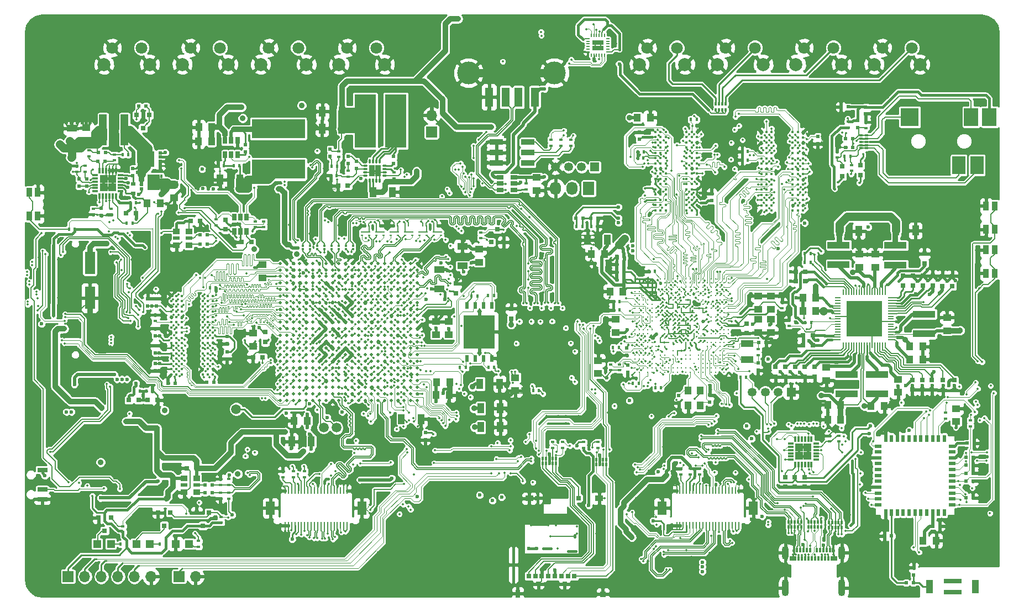
<source format=gtl>
G04 #@! TF.FileFunction,Copper,L1,Top,Signal*
%FSLAX46Y46*%
G04 Gerber Fmt 4.6, Leading zero omitted, Abs format (unit mm)*
G04 Created by KiCad (PCBNEW 4.0.5) date Sun Feb 12 14:34:10 2017*
%MOMM*%
%LPD*%
G01*
G04 APERTURE LIST*
%ADD10C,0.020000*%
%ADD11R,2.000000X0.900000*%
%ADD12R,0.600000X0.400000*%
%ADD13R,3.300000X8.200000*%
%ADD14R,0.800000X0.750000*%
%ADD15O,0.750000X0.300000*%
%ADD16O,0.300000X0.750000*%
%ADD17R,0.900000X0.900000*%
%ADD18C,0.400000*%
%ADD19R,0.500000X0.600000*%
%ADD20R,1.000000X1.250000*%
%ADD21R,0.400000X0.600000*%
%ADD22C,0.300000*%
%ADD23C,0.500000*%
%ADD24R,1.000000X2.000000*%
%ADD25R,2.800000X0.800000*%
%ADD26R,0.750000X0.800000*%
%ADD27R,0.600000X0.500000*%
%ADD28R,1.250000X1.000000*%
%ADD29R,1.000000X1.600000*%
%ADD30R,1.600000X1.000000*%
%ADD31R,1.198880X1.198880*%
%ADD32R,0.700000X0.600000*%
%ADD33R,0.300000X0.550000*%
%ADD34R,0.400000X0.550000*%
%ADD35R,0.250000X1.000000*%
%ADD36R,1.400000X2.100000*%
%ADD37R,2.200000X2.800000*%
%ADD38R,2.800000X2.800000*%
%ADD39R,2.000000X2.800000*%
%ADD40R,0.700000X0.750000*%
%ADD41R,0.700000X0.650000*%
%ADD42R,0.745000X1.150000*%
%ADD43R,0.950000X0.900000*%
%ADD44R,0.420000X4.630000*%
%ADD45R,1.300000X0.850000*%
%ADD46R,0.650000X0.750000*%
%ADD47R,1.200000X0.850000*%
%ADD48R,3.400000X1.100000*%
%ADD49R,1.180000X4.700000*%
%ADD50R,8.200000X3.000000*%
%ADD51R,1.350000X1.350000*%
%ADD52C,1.350000*%
%ADD53R,1.727200X2.032000*%
%ADD54O,1.727200X2.032000*%
%ADD55R,0.800100X0.800100*%
%ADD56R,0.630000X0.500000*%
%ADD57R,0.410000X0.500000*%
%ADD58R,1.900000X2.450000*%
%ADD59R,0.320000X0.500000*%
%ADD60R,1.500000X0.700000*%
%ADD61C,1.800000*%
%ADD62C,2.000000*%
%ADD63R,0.850000X0.300000*%
%ADD64R,0.300000X0.850000*%
%ADD65R,1.300000X1.300000*%
%ADD66O,0.200000X1.000000*%
%ADD67O,1.000000X0.200000*%
%ADD68R,5.490000X5.490000*%
%ADD69R,1.060000X0.650000*%
%ADD70R,0.500000X1.125000*%
%ADD71R,1.125000X0.500000*%
%ADD72R,0.500000X1.000000*%
%ADD73R,4.800000X5.160000*%
%ADD74R,0.650000X1.060000*%
%ADD75R,0.550000X0.200000*%
%ADD76R,0.200000X0.550000*%
%ADD77R,0.875000X0.800000*%
%ADD78R,1.050000X1.300000*%
%ADD79R,1.000000X0.500000*%
%ADD80R,1.000000X0.900000*%
%ADD81R,1.900000X1.100000*%
%ADD82R,1.250000X3.000000*%
%ADD83C,3.500000*%
%ADD84R,0.300000X0.700000*%
%ADD85R,1.000000X0.700000*%
%ADD86O,1.100000X2.100000*%
%ADD87O,1.100000X2.600000*%
%ADD88R,0.550000X0.300000*%
%ADD89R,0.550000X0.400000*%
%ADD90R,0.900000X1.400000*%
%ADD91C,6.000000*%
%ADD92R,0.430000X0.280000*%
%ADD93R,0.280000X0.430000*%
%ADD94R,1.700000X1.700000*%
%ADD95O,1.700000X1.700000*%
%ADD96R,1.600000X3.500000*%
%ADD97R,0.350000X0.300000*%
%ADD98C,1.500000*%
%ADD99C,0.350000*%
%ADD100C,0.600000*%
%ADD101C,0.900000*%
%ADD102C,0.450000*%
%ADD103C,0.127000*%
%ADD104C,0.152400*%
%ADD105C,0.254000*%
%ADD106C,0.381000*%
%ADD107C,0.203200*%
%ADD108C,0.508000*%
%ADD109C,0.101600*%
%ADD110C,0.885000*%
%ADD111C,1.270000*%
%ADD112C,0.102000*%
%ADD113C,0.125000*%
G04 APERTURE END LIST*
D10*
D11*
X97400000Y-51500000D03*
X97400000Y-53100000D03*
X97400000Y-49900000D03*
X92600000Y-49900000D03*
X92600000Y-51500000D03*
X92600000Y-53100000D03*
D12*
X29600000Y-54460000D03*
X29600000Y-53560000D03*
D13*
X77200000Y-46650000D03*
X72500000Y-46650000D03*
D14*
X55100000Y-65250000D03*
X53600000Y-65250000D03*
D15*
X75475000Y-55050000D03*
X75475000Y-54550000D03*
X75475000Y-54050000D03*
X75475000Y-53550000D03*
D16*
X74750000Y-52825000D03*
X74250000Y-52825000D03*
X73750000Y-52825000D03*
X73250000Y-52825000D03*
D15*
X72525000Y-53550000D03*
X72525000Y-54050000D03*
X72525000Y-54550000D03*
X72525000Y-55050000D03*
D16*
X73250000Y-55775000D03*
X73750000Y-55775000D03*
X74250000Y-55775000D03*
X74750000Y-55775000D03*
D17*
X73550000Y-53850000D03*
X73550000Y-54750000D03*
X74450000Y-53850000D03*
X74450000Y-54750000D03*
D18*
X49200000Y-85500000D03*
X49200000Y-84700000D03*
X49200000Y-83900000D03*
X49200000Y-83100000D03*
X49200000Y-82300000D03*
X49200000Y-81500000D03*
X49200000Y-80700000D03*
X49200000Y-79900000D03*
X49200000Y-79100000D03*
X49200000Y-78300000D03*
X49200000Y-77500000D03*
X49200000Y-76700000D03*
X49200000Y-75900000D03*
X49200000Y-75100000D03*
X49200000Y-74300000D03*
X49200000Y-73500000D03*
X48400000Y-85500000D03*
X48400000Y-84700000D03*
X48400000Y-83900000D03*
X48400000Y-83100000D03*
X48400000Y-82300000D03*
X48400000Y-81500000D03*
X48400000Y-80700000D03*
X48400000Y-79900000D03*
X48400000Y-79100000D03*
X48400000Y-78300000D03*
X48400000Y-77500000D03*
X48400000Y-76700000D03*
X48400000Y-75900000D03*
X48400000Y-75100000D03*
X48400000Y-74300000D03*
X48400000Y-73500000D03*
X47600000Y-85500000D03*
X47600000Y-84700000D03*
X47600000Y-83900000D03*
X47600000Y-83100000D03*
X47600000Y-82300000D03*
X47600000Y-81500000D03*
X47600000Y-80700000D03*
X47600000Y-79900000D03*
X47600000Y-79100000D03*
X47600000Y-78300000D03*
X47600000Y-77500000D03*
X47600000Y-76700000D03*
X47600000Y-75900000D03*
X47600000Y-75100000D03*
X47600000Y-74300000D03*
X47600000Y-73500000D03*
X44400000Y-85500000D03*
X44400000Y-84700000D03*
X44400000Y-83900000D03*
X44400000Y-83100000D03*
X44400000Y-82300000D03*
X44400000Y-81500000D03*
X44400000Y-80700000D03*
X44400000Y-79900000D03*
X44400000Y-79100000D03*
X44400000Y-78300000D03*
X44400000Y-77500000D03*
X44400000Y-76700000D03*
X44400000Y-75900000D03*
X44400000Y-75100000D03*
X44400000Y-74300000D03*
X44400000Y-73500000D03*
X43600000Y-85500000D03*
X43600000Y-84700000D03*
X43600000Y-83900000D03*
X43600000Y-83100000D03*
X43600000Y-82300000D03*
X43600000Y-81500000D03*
X43600000Y-80700000D03*
X43600000Y-79900000D03*
X43600000Y-79100000D03*
X43600000Y-78300000D03*
X43600000Y-77500000D03*
X43600000Y-76700000D03*
X43600000Y-75900000D03*
X43600000Y-75100000D03*
X43600000Y-74300000D03*
X43600000Y-73500000D03*
X42800000Y-85500000D03*
X42800000Y-84700000D03*
X42800000Y-83900000D03*
X42800000Y-83100000D03*
X42800000Y-82300000D03*
X42800000Y-81500000D03*
X42800000Y-80700000D03*
X42800000Y-79900000D03*
X42800000Y-79100000D03*
X42800000Y-78300000D03*
X42800000Y-77500000D03*
X42800000Y-76700000D03*
X42800000Y-75900000D03*
X42800000Y-75100000D03*
X42800000Y-74300000D03*
X42800000Y-73500000D03*
X123350000Y-60350000D03*
X123350000Y-59550000D03*
X123350000Y-58750000D03*
X123350000Y-57950000D03*
X123350000Y-57150000D03*
X123350000Y-56350000D03*
X123350000Y-55550000D03*
X123350000Y-54750000D03*
X123350000Y-53950000D03*
X123350000Y-53150000D03*
X123350000Y-52350000D03*
X123350000Y-51550000D03*
X123350000Y-50750000D03*
X123350000Y-49950000D03*
X123350000Y-49150000D03*
X123350000Y-48350000D03*
X122550000Y-60350000D03*
X122550000Y-59550000D03*
X122550000Y-58750000D03*
X122550000Y-57950000D03*
X122550000Y-57150000D03*
X122550000Y-56350000D03*
X122550000Y-55550000D03*
X122550000Y-54750000D03*
X122550000Y-53950000D03*
X122550000Y-53150000D03*
X122550000Y-52350000D03*
X122550000Y-51550000D03*
X122550000Y-50750000D03*
X122550000Y-49950000D03*
X122550000Y-49150000D03*
X122550000Y-48350000D03*
X121750000Y-60350000D03*
X121750000Y-59550000D03*
X121750000Y-58750000D03*
X121750000Y-57950000D03*
X121750000Y-57150000D03*
X121750000Y-56350000D03*
X121750000Y-55550000D03*
X121750000Y-54750000D03*
X121750000Y-53950000D03*
X121750000Y-53150000D03*
X121750000Y-52350000D03*
X121750000Y-51550000D03*
X121750000Y-50750000D03*
X121750000Y-49950000D03*
X121750000Y-49150000D03*
X121750000Y-48350000D03*
X118550000Y-60350000D03*
X118550000Y-59550000D03*
X118550000Y-58750000D03*
X118550000Y-57950000D03*
X118550000Y-57150000D03*
X118550000Y-56350000D03*
X118550000Y-55550000D03*
X118550000Y-54750000D03*
X118550000Y-53950000D03*
X118550000Y-53150000D03*
X118550000Y-52350000D03*
X118550000Y-51550000D03*
X118550000Y-50750000D03*
X118550000Y-49950000D03*
X118550000Y-49150000D03*
X118550000Y-48350000D03*
X117750000Y-60350000D03*
X117750000Y-59550000D03*
X117750000Y-58750000D03*
X117750000Y-57950000D03*
X117750000Y-57150000D03*
X117750000Y-56350000D03*
X117750000Y-55550000D03*
X117750000Y-54750000D03*
X117750000Y-53950000D03*
X117750000Y-53150000D03*
X117750000Y-52350000D03*
X117750000Y-51550000D03*
X117750000Y-50750000D03*
X117750000Y-49950000D03*
X117750000Y-49150000D03*
X117750000Y-48350000D03*
X116950000Y-60350000D03*
X116950000Y-59550000D03*
X116950000Y-58750000D03*
X116950000Y-57950000D03*
X116950000Y-57150000D03*
X116950000Y-56350000D03*
X116950000Y-55550000D03*
X116950000Y-54750000D03*
X116950000Y-53950000D03*
X116950000Y-53150000D03*
X116950000Y-52350000D03*
X116950000Y-51550000D03*
X116950000Y-50750000D03*
X116950000Y-49950000D03*
X116950000Y-49150000D03*
X116950000Y-48350000D03*
X139600000Y-60400000D03*
X139600000Y-59600000D03*
X139600000Y-58800000D03*
X139600000Y-58000000D03*
X139600000Y-57200000D03*
X139600000Y-56400000D03*
X139600000Y-55600000D03*
X139600000Y-54800000D03*
X139600000Y-54000000D03*
X139600000Y-53200000D03*
X139600000Y-52400000D03*
X139600000Y-51600000D03*
X139600000Y-50800000D03*
X139600000Y-50000000D03*
X139600000Y-49200000D03*
X139600000Y-48400000D03*
X138800000Y-60400000D03*
X138800000Y-59600000D03*
X138800000Y-58800000D03*
X138800000Y-58000000D03*
X138800000Y-57200000D03*
X138800000Y-56400000D03*
X138800000Y-55600000D03*
X138800000Y-54800000D03*
X138800000Y-54000000D03*
X138800000Y-53200000D03*
X138800000Y-52400000D03*
X138800000Y-51600000D03*
X138800000Y-50800000D03*
X138800000Y-50000000D03*
X138800000Y-49200000D03*
X138800000Y-48400000D03*
X138000000Y-60400000D03*
X138000000Y-59600000D03*
X138000000Y-58800000D03*
X138000000Y-58000000D03*
X138000000Y-57200000D03*
X138000000Y-56400000D03*
X138000000Y-55600000D03*
X138000000Y-54800000D03*
X138000000Y-54000000D03*
X138000000Y-53200000D03*
X138000000Y-52400000D03*
X138000000Y-51600000D03*
X138000000Y-50800000D03*
X138000000Y-50000000D03*
X138000000Y-49200000D03*
X138000000Y-48400000D03*
X134800000Y-60400000D03*
X134800000Y-59600000D03*
X134800000Y-58800000D03*
X134800000Y-58000000D03*
X134800000Y-57200000D03*
X134800000Y-56400000D03*
X134800000Y-55600000D03*
X134800000Y-54800000D03*
X134800000Y-54000000D03*
X134800000Y-53200000D03*
X134800000Y-52400000D03*
X134800000Y-51600000D03*
X134800000Y-50800000D03*
X134800000Y-50000000D03*
X134800000Y-49200000D03*
X134800000Y-48400000D03*
X134000000Y-60400000D03*
X134000000Y-59600000D03*
X134000000Y-58800000D03*
X134000000Y-58000000D03*
X134000000Y-57200000D03*
X134000000Y-56400000D03*
X134000000Y-55600000D03*
X134000000Y-54800000D03*
X134000000Y-54000000D03*
X134000000Y-53200000D03*
X134000000Y-52400000D03*
X134000000Y-51600000D03*
X134000000Y-50800000D03*
X134000000Y-50000000D03*
X134000000Y-49200000D03*
X134000000Y-48400000D03*
X133200000Y-60400000D03*
X133200000Y-59600000D03*
X133200000Y-58800000D03*
X133200000Y-58000000D03*
X133200000Y-57200000D03*
X133200000Y-56400000D03*
X133200000Y-55600000D03*
X133200000Y-54800000D03*
X133200000Y-54000000D03*
X133200000Y-53200000D03*
X133200000Y-52400000D03*
X133200000Y-51600000D03*
X133200000Y-50800000D03*
X133200000Y-50000000D03*
X133200000Y-49200000D03*
X133200000Y-48400000D03*
D19*
X114500000Y-49500000D03*
X114500000Y-48400000D03*
D20*
X109180000Y-67030000D03*
X107180000Y-67030000D03*
D21*
X115970000Y-69730000D03*
X116870000Y-69730000D03*
D22*
X128150000Y-70850000D03*
X127500000Y-70850000D03*
X126200000Y-70850000D03*
X125550000Y-70850000D03*
X124250000Y-70850000D03*
X123600000Y-70850000D03*
X122300000Y-70850000D03*
X121650000Y-70850000D03*
X120350000Y-70850000D03*
X119700000Y-70850000D03*
X118400000Y-70850000D03*
X117750000Y-70850000D03*
X116450000Y-70850000D03*
X115150000Y-70850000D03*
X113850000Y-70850000D03*
X128150000Y-71500000D03*
X127500000Y-71500000D03*
X126850000Y-71500000D03*
X126200000Y-71500000D03*
X125550000Y-71500000D03*
X124900000Y-71500000D03*
X124250000Y-71500000D03*
X123600000Y-71500000D03*
X122950000Y-71500000D03*
X122300000Y-71500000D03*
X121650000Y-71500000D03*
X121000000Y-71500000D03*
X120350000Y-71500000D03*
X119700000Y-71500000D03*
X119050000Y-71500000D03*
X118400000Y-71500000D03*
X117750000Y-71500000D03*
X117100000Y-71500000D03*
X115800000Y-71500000D03*
X114500000Y-71500000D03*
X113850000Y-71500000D03*
X127500000Y-72150000D03*
X126850000Y-72150000D03*
X126200000Y-72150000D03*
X125550000Y-72150000D03*
X124900000Y-72150000D03*
X124250000Y-72150000D03*
X123600000Y-72150000D03*
X122950000Y-72150000D03*
X122300000Y-72150000D03*
X121650000Y-72150000D03*
X121000000Y-72150000D03*
X120350000Y-72150000D03*
X119700000Y-72150000D03*
X119050000Y-72150000D03*
X118400000Y-72150000D03*
X117100000Y-72150000D03*
X116450000Y-72150000D03*
X115800000Y-72150000D03*
X115150000Y-72150000D03*
X128150000Y-72800000D03*
X127500000Y-72800000D03*
X126850000Y-72800000D03*
X125550000Y-72800000D03*
X124250000Y-72800000D03*
X123600000Y-72800000D03*
X122300000Y-72800000D03*
X121650000Y-72800000D03*
X121000000Y-72800000D03*
X120350000Y-72800000D03*
X119050000Y-72800000D03*
X118400000Y-72800000D03*
X117750000Y-72800000D03*
X117100000Y-72800000D03*
X116450000Y-72800000D03*
X115800000Y-72800000D03*
X114500000Y-72800000D03*
X113850000Y-72800000D03*
X128150000Y-73450000D03*
X127500000Y-73450000D03*
X126850000Y-73450000D03*
X126200000Y-73450000D03*
X125550000Y-73450000D03*
X124250000Y-73450000D03*
X123600000Y-73450000D03*
X122300000Y-73450000D03*
X121650000Y-73450000D03*
X120350000Y-73450000D03*
X119700000Y-73450000D03*
X119050000Y-73450000D03*
X117750000Y-73450000D03*
X117100000Y-73450000D03*
X116450000Y-73450000D03*
X115150000Y-73450000D03*
X114500000Y-73450000D03*
X113850000Y-73450000D03*
X127500000Y-74100000D03*
X126850000Y-74100000D03*
X124250000Y-74100000D03*
X123600000Y-74100000D03*
X122300000Y-74100000D03*
X121650000Y-74100000D03*
X120350000Y-74100000D03*
X119700000Y-74100000D03*
X119050000Y-74100000D03*
X118400000Y-74100000D03*
X117750000Y-74100000D03*
X117100000Y-74100000D03*
X115800000Y-74100000D03*
X115150000Y-74100000D03*
X114500000Y-74100000D03*
X128150000Y-74750000D03*
X127500000Y-74750000D03*
X126850000Y-74750000D03*
X126200000Y-74750000D03*
X125550000Y-74750000D03*
X124900000Y-74750000D03*
X124250000Y-74750000D03*
X122300000Y-74750000D03*
X121650000Y-74750000D03*
X120350000Y-74750000D03*
X119700000Y-74750000D03*
X119050000Y-74750000D03*
X117750000Y-74750000D03*
X116450000Y-74750000D03*
X115800000Y-74750000D03*
X115150000Y-74750000D03*
X114500000Y-74750000D03*
X113850000Y-74750000D03*
X128150000Y-75400000D03*
X127500000Y-75400000D03*
X126850000Y-75400000D03*
X126200000Y-75400000D03*
X125550000Y-75400000D03*
X124250000Y-75400000D03*
X122950000Y-75400000D03*
X122300000Y-75400000D03*
X121650000Y-75400000D03*
X121000000Y-75400000D03*
X120350000Y-75400000D03*
X119700000Y-75400000D03*
X119050000Y-75400000D03*
X118400000Y-75400000D03*
X117750000Y-75400000D03*
X117100000Y-75400000D03*
X116450000Y-75400000D03*
X115800000Y-75400000D03*
X115150000Y-75400000D03*
X114500000Y-75400000D03*
X113850000Y-75400000D03*
X127500000Y-76050000D03*
X126850000Y-76050000D03*
X124250000Y-76050000D03*
X122950000Y-76050000D03*
X122300000Y-76050000D03*
X121650000Y-76050000D03*
X121000000Y-76050000D03*
X120350000Y-76050000D03*
X119700000Y-76050000D03*
X119050000Y-76050000D03*
X118400000Y-76050000D03*
X117750000Y-76050000D03*
X117100000Y-76050000D03*
X116450000Y-76050000D03*
X115150000Y-76050000D03*
X114500000Y-76050000D03*
X127500000Y-76700000D03*
X126850000Y-76700000D03*
X126200000Y-76700000D03*
X125550000Y-76700000D03*
X122950000Y-76700000D03*
X122300000Y-76700000D03*
X121650000Y-76700000D03*
X121000000Y-76700000D03*
X120350000Y-76700000D03*
X119700000Y-76700000D03*
X119050000Y-76700000D03*
X118400000Y-76700000D03*
X117100000Y-76700000D03*
X116450000Y-76700000D03*
X115800000Y-76700000D03*
X115150000Y-76700000D03*
X114500000Y-76700000D03*
X113850000Y-76700000D03*
X128150000Y-77350000D03*
X127500000Y-77350000D03*
X126850000Y-77350000D03*
X126200000Y-77350000D03*
X125550000Y-77350000D03*
X124250000Y-77350000D03*
X122950000Y-77350000D03*
X122300000Y-77350000D03*
X121650000Y-77350000D03*
X121000000Y-77350000D03*
X120350000Y-77350000D03*
X119700000Y-77350000D03*
X119050000Y-77350000D03*
X118400000Y-77350000D03*
X117750000Y-77350000D03*
X116450000Y-77350000D03*
X115800000Y-77350000D03*
X115150000Y-77350000D03*
X114500000Y-77350000D03*
X113850000Y-77350000D03*
X127500000Y-78000000D03*
X126850000Y-78000000D03*
X124900000Y-78000000D03*
X122950000Y-78000000D03*
X122300000Y-78000000D03*
X121650000Y-78000000D03*
X121000000Y-78000000D03*
X120350000Y-78000000D03*
X119700000Y-78000000D03*
X119050000Y-78000000D03*
X118400000Y-78000000D03*
X117750000Y-78000000D03*
X115150000Y-78000000D03*
X114500000Y-78000000D03*
X128150000Y-78650000D03*
X127500000Y-78650000D03*
X126850000Y-78650000D03*
X126200000Y-78650000D03*
X125550000Y-78650000D03*
X124250000Y-78650000D03*
X123600000Y-78650000D03*
X122950000Y-78650000D03*
X122300000Y-78650000D03*
X121650000Y-78650000D03*
X121000000Y-78650000D03*
X120350000Y-78650000D03*
X119700000Y-78650000D03*
X119050000Y-78650000D03*
X118400000Y-78650000D03*
X116450000Y-78650000D03*
X115800000Y-78650000D03*
X115150000Y-78650000D03*
X114500000Y-78650000D03*
X113850000Y-78650000D03*
X128150000Y-79300000D03*
X127500000Y-79300000D03*
X126850000Y-79300000D03*
X126200000Y-79300000D03*
X125550000Y-79300000D03*
X124250000Y-79300000D03*
X123600000Y-79300000D03*
X122950000Y-79300000D03*
X122300000Y-79300000D03*
X121650000Y-79300000D03*
X121000000Y-79300000D03*
X120350000Y-79300000D03*
X119700000Y-79300000D03*
X119050000Y-79300000D03*
X118400000Y-79300000D03*
X117100000Y-79300000D03*
X115800000Y-79300000D03*
X115150000Y-79300000D03*
X114500000Y-79300000D03*
X113850000Y-79300000D03*
X127500000Y-79950000D03*
X123600000Y-79950000D03*
X122950000Y-79950000D03*
X121650000Y-79950000D03*
X121000000Y-79950000D03*
X120350000Y-79950000D03*
X119050000Y-79950000D03*
X118400000Y-79950000D03*
X117750000Y-79950000D03*
X115150000Y-79950000D03*
X114500000Y-79950000D03*
X128150000Y-80600000D03*
X127500000Y-80600000D03*
X126850000Y-80600000D03*
X126200000Y-80600000D03*
X125550000Y-80600000D03*
X124900000Y-80600000D03*
X124250000Y-80600000D03*
X123600000Y-80600000D03*
X122950000Y-80600000D03*
X122300000Y-80600000D03*
X121650000Y-80600000D03*
X121000000Y-80600000D03*
X120350000Y-80600000D03*
X119700000Y-80600000D03*
X119050000Y-80600000D03*
X117750000Y-80600000D03*
X116450000Y-80600000D03*
X115800000Y-80600000D03*
X115150000Y-80600000D03*
X114500000Y-80600000D03*
X113850000Y-80600000D03*
X128150000Y-81250000D03*
X127500000Y-81250000D03*
X126850000Y-81250000D03*
X126200000Y-81250000D03*
X125550000Y-81250000D03*
X124900000Y-81250000D03*
X118400000Y-81250000D03*
X117100000Y-81250000D03*
X116450000Y-81250000D03*
X115800000Y-81250000D03*
X115150000Y-81250000D03*
X114500000Y-81250000D03*
X113850000Y-81250000D03*
X127500000Y-81900000D03*
X126850000Y-81900000D03*
X124250000Y-81900000D03*
X122300000Y-81900000D03*
X120350000Y-81900000D03*
X119700000Y-81900000D03*
X117750000Y-81900000D03*
X117100000Y-81900000D03*
X115150000Y-81900000D03*
X114500000Y-81900000D03*
X128150000Y-82550000D03*
X127500000Y-82550000D03*
X126850000Y-82550000D03*
X126200000Y-82550000D03*
X125550000Y-82550000D03*
X124250000Y-82550000D03*
X123600000Y-82550000D03*
X122300000Y-82550000D03*
X121650000Y-82550000D03*
X120350000Y-82550000D03*
X119700000Y-82550000D03*
X118400000Y-82550000D03*
X117750000Y-82550000D03*
X116450000Y-82550000D03*
X115800000Y-82550000D03*
X115150000Y-82550000D03*
X114500000Y-82550000D03*
X113850000Y-82550000D03*
X128150000Y-83200000D03*
X127500000Y-83200000D03*
X126850000Y-83200000D03*
X126200000Y-83200000D03*
X125550000Y-83200000D03*
X124250000Y-83200000D03*
X123600000Y-83200000D03*
X122300000Y-83200000D03*
X121650000Y-83200000D03*
X120350000Y-83200000D03*
X119700000Y-83200000D03*
X118400000Y-83200000D03*
X117750000Y-83200000D03*
X116450000Y-83200000D03*
X115150000Y-83200000D03*
X114500000Y-83200000D03*
X113850000Y-83200000D03*
X127500000Y-83850000D03*
X126200000Y-83850000D03*
X125550000Y-83850000D03*
X124900000Y-83850000D03*
X124250000Y-83850000D03*
X122950000Y-83850000D03*
X121000000Y-83850000D03*
X119050000Y-83850000D03*
X118400000Y-83850000D03*
X117750000Y-83850000D03*
X117100000Y-83850000D03*
X116450000Y-83850000D03*
X115800000Y-83850000D03*
X115150000Y-83850000D03*
X114500000Y-83850000D03*
X128150000Y-84500000D03*
X127500000Y-84500000D03*
X126850000Y-84500000D03*
X126200000Y-84500000D03*
X125550000Y-84500000D03*
X124900000Y-84500000D03*
X124250000Y-84500000D03*
X123600000Y-84500000D03*
X122300000Y-84500000D03*
X121650000Y-84500000D03*
X121000000Y-84500000D03*
X120350000Y-84500000D03*
X119700000Y-84500000D03*
X119050000Y-84500000D03*
X118400000Y-84500000D03*
X117750000Y-84500000D03*
X117100000Y-84500000D03*
X116450000Y-84500000D03*
X115800000Y-84500000D03*
X115150000Y-84500000D03*
X114500000Y-84500000D03*
X113850000Y-84500000D03*
X128150000Y-85150000D03*
X127500000Y-85150000D03*
X126200000Y-85150000D03*
X125550000Y-85150000D03*
X124250000Y-85150000D03*
X123600000Y-85150000D03*
X122300000Y-85150000D03*
X121650000Y-85150000D03*
X120350000Y-85150000D03*
X119700000Y-85150000D03*
X118400000Y-85150000D03*
X117750000Y-85150000D03*
X116450000Y-85150000D03*
X115800000Y-85150000D03*
X114500000Y-85150000D03*
X113850000Y-85150000D03*
D23*
X59500000Y-68500000D03*
X59500000Y-69500000D03*
X59500000Y-70500000D03*
X59500000Y-71500000D03*
X59500000Y-72500000D03*
X59500000Y-73500000D03*
X59500000Y-74500000D03*
X59500000Y-75500000D03*
X59500000Y-76500000D03*
X59500000Y-77500000D03*
X59500000Y-78500000D03*
X59500000Y-79500000D03*
X59500000Y-80500000D03*
X59500000Y-81500000D03*
X59500000Y-82500000D03*
X59500000Y-83500000D03*
X59500000Y-84500000D03*
X59500000Y-85500000D03*
X59500000Y-86500000D03*
X59500000Y-87500000D03*
X59500000Y-88500000D03*
X59500000Y-89500000D03*
X60500000Y-68500000D03*
X60500000Y-69500000D03*
X60500000Y-70500000D03*
X60500000Y-71500000D03*
X60500000Y-72500000D03*
X60500000Y-73500000D03*
X60500000Y-74500000D03*
X60500000Y-75500000D03*
X60500000Y-76500000D03*
X60500000Y-77500000D03*
X60500000Y-78500000D03*
X60500000Y-79500000D03*
X60500000Y-80500000D03*
X60500000Y-81500000D03*
X60500000Y-82500000D03*
X60500000Y-83500000D03*
X60500000Y-84500000D03*
X60500000Y-85500000D03*
X60500000Y-86500000D03*
X60500000Y-87500000D03*
X60500000Y-88500000D03*
X60500000Y-89500000D03*
X61500000Y-68500000D03*
X61500000Y-69500000D03*
X61500000Y-70500000D03*
X61500000Y-71500000D03*
X61500000Y-72500000D03*
X61500000Y-73500000D03*
X61500000Y-74500000D03*
X61500000Y-75500000D03*
X61500000Y-76500000D03*
X61500000Y-77500000D03*
X61500000Y-78500000D03*
X61500000Y-79500000D03*
X61500000Y-80500000D03*
X61500000Y-81500000D03*
X61500000Y-82500000D03*
X61500000Y-83500000D03*
X61500000Y-84500000D03*
X61500000Y-85500000D03*
X61500000Y-86500000D03*
X61500000Y-87500000D03*
X61500000Y-88500000D03*
X61500000Y-89500000D03*
X62500000Y-68500000D03*
X62500000Y-69500000D03*
X62500000Y-70500000D03*
X62500000Y-71500000D03*
X62500000Y-72500000D03*
X62500000Y-73500000D03*
X62500000Y-74500000D03*
X62500000Y-75500000D03*
X62500000Y-76500000D03*
X62500000Y-77500000D03*
X62500000Y-78500000D03*
X62500000Y-79500000D03*
X62500000Y-80500000D03*
X62500000Y-81500000D03*
X62500000Y-82500000D03*
X62500000Y-83500000D03*
X62500000Y-84500000D03*
X62500000Y-85500000D03*
X62500000Y-86500000D03*
X62500000Y-87500000D03*
X62500000Y-88500000D03*
X62500000Y-89500000D03*
X63500000Y-68500000D03*
X63500000Y-69500000D03*
X63500000Y-70500000D03*
X63500000Y-71500000D03*
X63500000Y-72500000D03*
X63500000Y-73500000D03*
X63500000Y-74500000D03*
X63500000Y-75500000D03*
X63500000Y-76500000D03*
X63500000Y-77500000D03*
X63500000Y-78500000D03*
X63500000Y-79500000D03*
X63500000Y-80500000D03*
X63500000Y-81500000D03*
X63500000Y-82500000D03*
X63500000Y-83500000D03*
X63500000Y-84500000D03*
X63500000Y-85500000D03*
X63500000Y-86500000D03*
X63500000Y-87500000D03*
X63500000Y-88500000D03*
X63500000Y-89500000D03*
X64500000Y-68500000D03*
X64500000Y-69500000D03*
X64500000Y-70500000D03*
X64500000Y-71500000D03*
X64500000Y-72500000D03*
X64500000Y-73500000D03*
X64500000Y-74500000D03*
X64500000Y-75500000D03*
X64500000Y-76500000D03*
X64500000Y-77500000D03*
X64500000Y-78500000D03*
X64500000Y-79500000D03*
X64500000Y-80500000D03*
X64500000Y-81500000D03*
X64500000Y-82500000D03*
X64500000Y-83500000D03*
X64500000Y-84500000D03*
X64500000Y-85500000D03*
X64500000Y-86500000D03*
X64500000Y-87500000D03*
X64500000Y-88500000D03*
X64500000Y-89500000D03*
X65500000Y-68500000D03*
X65500000Y-69500000D03*
X65500000Y-70500000D03*
X65500000Y-71500000D03*
X65500000Y-72500000D03*
X65500000Y-73500000D03*
X65500000Y-74500000D03*
X65500000Y-75500000D03*
X65500000Y-76500000D03*
X65500000Y-77500000D03*
X65500000Y-78500000D03*
X65500000Y-79500000D03*
X65500000Y-80500000D03*
X65500000Y-81500000D03*
X65500000Y-82500000D03*
X65500000Y-83500000D03*
X65500000Y-84500000D03*
X65500000Y-85500000D03*
X65500000Y-86500000D03*
X65500000Y-87500000D03*
X65500000Y-88500000D03*
X65500000Y-89500000D03*
X66500000Y-68500000D03*
X66500000Y-69500000D03*
X66500000Y-70500000D03*
X66500000Y-71500000D03*
X66500000Y-72500000D03*
X66500000Y-73500000D03*
X66500000Y-74500000D03*
X66500000Y-75500000D03*
X66500000Y-76500000D03*
X66500000Y-77500000D03*
X66500000Y-78500000D03*
X66500000Y-79500000D03*
X66500000Y-80500000D03*
X66500000Y-81500000D03*
X66500000Y-82500000D03*
X66500000Y-83500000D03*
X66500000Y-84500000D03*
X66500000Y-85500000D03*
X66500000Y-86500000D03*
X66500000Y-87500000D03*
X66500000Y-88500000D03*
X66500000Y-89500000D03*
X67500000Y-68500000D03*
X67500000Y-69500000D03*
X67500000Y-70500000D03*
X67500000Y-71500000D03*
X67500000Y-72500000D03*
X67500000Y-73500000D03*
X67500000Y-74500000D03*
X67500000Y-75500000D03*
X67500000Y-76500000D03*
X67500000Y-77500000D03*
X67500000Y-78500000D03*
X67500000Y-79500000D03*
X67500000Y-80500000D03*
X67500000Y-81500000D03*
X67500000Y-82500000D03*
X67500000Y-83500000D03*
X67500000Y-84500000D03*
X67500000Y-85500000D03*
X67500000Y-86500000D03*
X67500000Y-87500000D03*
X67500000Y-88500000D03*
X67500000Y-89500000D03*
X68500000Y-68500000D03*
X68500000Y-69500000D03*
X68500000Y-70500000D03*
X68500000Y-71500000D03*
X68500000Y-72500000D03*
X68500000Y-73500000D03*
X68500000Y-74500000D03*
X68500000Y-75500000D03*
X68500000Y-76500000D03*
X68500000Y-77500000D03*
X68500000Y-78500000D03*
X68500000Y-79500000D03*
X68500000Y-80500000D03*
X68500000Y-81500000D03*
X68500000Y-82500000D03*
X68500000Y-83500000D03*
X68500000Y-84500000D03*
X68500000Y-85500000D03*
X68500000Y-86500000D03*
X68500000Y-87500000D03*
X68500000Y-88500000D03*
X68500000Y-89500000D03*
X69500000Y-68500000D03*
X69500000Y-69500000D03*
X69500000Y-70500000D03*
X69500000Y-71500000D03*
X69500000Y-72500000D03*
X69500000Y-73500000D03*
X69500000Y-74500000D03*
X69500000Y-75500000D03*
X69500000Y-76500000D03*
X69500000Y-77500000D03*
X69500000Y-78500000D03*
X69500000Y-79500000D03*
X69500000Y-80500000D03*
X69500000Y-81500000D03*
X69500000Y-82500000D03*
X69500000Y-83500000D03*
X69500000Y-84500000D03*
X69500000Y-85500000D03*
X69500000Y-86500000D03*
X69500000Y-87500000D03*
X69500000Y-88500000D03*
X69500000Y-89500000D03*
X70500000Y-68500000D03*
X70500000Y-69500000D03*
X70500000Y-70500000D03*
X70500000Y-71500000D03*
X70500000Y-72500000D03*
X70500000Y-73500000D03*
X70500000Y-74500000D03*
X70500000Y-75500000D03*
X70500000Y-76500000D03*
X70500000Y-77500000D03*
X70500000Y-78500000D03*
X70500000Y-79500000D03*
X70500000Y-80500000D03*
X70500000Y-81500000D03*
X70500000Y-82500000D03*
X70500000Y-83500000D03*
X70500000Y-84500000D03*
X70500000Y-85500000D03*
X70500000Y-86500000D03*
X70500000Y-87500000D03*
X70500000Y-88500000D03*
X70500000Y-89500000D03*
X71500000Y-68500000D03*
X71500000Y-69500000D03*
X71500000Y-70500000D03*
X71500000Y-71500000D03*
X71500000Y-72500000D03*
X71500000Y-73500000D03*
X71500000Y-74500000D03*
X71500000Y-75500000D03*
X71500000Y-76500000D03*
X71500000Y-77500000D03*
X71500000Y-78500000D03*
X71500000Y-79500000D03*
X71500000Y-80500000D03*
X71500000Y-81500000D03*
X71500000Y-82500000D03*
X71500000Y-83500000D03*
X71500000Y-84500000D03*
X71500000Y-85500000D03*
X71500000Y-86500000D03*
X71500000Y-87500000D03*
X71500000Y-88500000D03*
X71500000Y-89500000D03*
X72500000Y-68500000D03*
X72500000Y-69500000D03*
X72500000Y-70500000D03*
X72500000Y-71500000D03*
X72500000Y-72500000D03*
X72500000Y-73500000D03*
X72500000Y-74500000D03*
X72500000Y-75500000D03*
X72500000Y-76500000D03*
X72500000Y-77500000D03*
X72500000Y-78500000D03*
X72500000Y-79500000D03*
X72500000Y-80500000D03*
X72500000Y-81500000D03*
X72500000Y-82500000D03*
X72500000Y-83500000D03*
X72500000Y-84500000D03*
X72500000Y-85500000D03*
X72500000Y-86500000D03*
X72500000Y-87500000D03*
X72500000Y-88500000D03*
X72500000Y-89500000D03*
X73500000Y-68500000D03*
X73500000Y-69500000D03*
X73500000Y-70500000D03*
X73500000Y-71500000D03*
X73500000Y-72500000D03*
X73500000Y-73500000D03*
X73500000Y-74500000D03*
X73500000Y-75500000D03*
X73500000Y-76500000D03*
X73500000Y-77500000D03*
X73500000Y-78500000D03*
X73500000Y-79500000D03*
X73500000Y-80500000D03*
X73500000Y-81500000D03*
X73500000Y-82500000D03*
X73500000Y-83500000D03*
X73500000Y-84500000D03*
X73500000Y-85500000D03*
X73500000Y-86500000D03*
X73500000Y-87500000D03*
X73500000Y-88500000D03*
X73500000Y-89500000D03*
X74500000Y-68500000D03*
X74500000Y-69500000D03*
X74500000Y-70500000D03*
X74500000Y-71500000D03*
X74500000Y-72500000D03*
X74500000Y-73500000D03*
X74500000Y-74500000D03*
X74500000Y-75500000D03*
X74500000Y-76500000D03*
X74500000Y-77500000D03*
X74500000Y-78500000D03*
X74500000Y-79500000D03*
X74500000Y-80500000D03*
X74500000Y-81500000D03*
X74500000Y-82500000D03*
X74500000Y-83500000D03*
X74500000Y-84500000D03*
X74500000Y-85500000D03*
X74500000Y-86500000D03*
X74500000Y-87500000D03*
X74500000Y-88500000D03*
X74500000Y-89500000D03*
X75500000Y-68500000D03*
X75500000Y-69500000D03*
X75500000Y-70500000D03*
X75500000Y-71500000D03*
X75500000Y-72500000D03*
X75500000Y-73500000D03*
X75500000Y-74500000D03*
X75500000Y-75500000D03*
X75500000Y-76500000D03*
X75500000Y-77500000D03*
X75500000Y-78500000D03*
X75500000Y-79500000D03*
X75500000Y-80500000D03*
X75500000Y-81500000D03*
X75500000Y-82500000D03*
X75500000Y-83500000D03*
X75500000Y-84500000D03*
X75500000Y-85500000D03*
X75500000Y-86500000D03*
X75500000Y-87500000D03*
X75500000Y-88500000D03*
X75500000Y-89500000D03*
X76500000Y-68500000D03*
X76500000Y-69500000D03*
X76500000Y-70500000D03*
X76500000Y-71500000D03*
X76500000Y-72500000D03*
X76500000Y-73500000D03*
X76500000Y-74500000D03*
X76500000Y-75500000D03*
X76500000Y-76500000D03*
X76500000Y-77500000D03*
X76500000Y-78500000D03*
X76500000Y-79500000D03*
X76500000Y-80500000D03*
X76500000Y-81500000D03*
X76500000Y-82500000D03*
X76500000Y-83500000D03*
X76500000Y-84500000D03*
X76500000Y-85500000D03*
X76500000Y-86500000D03*
X76500000Y-87500000D03*
X76500000Y-88500000D03*
X76500000Y-89500000D03*
X77500000Y-68500000D03*
X77500000Y-69500000D03*
X77500000Y-70500000D03*
X77500000Y-71500000D03*
X77500000Y-72500000D03*
X77500000Y-73500000D03*
X77500000Y-74500000D03*
X77500000Y-75500000D03*
X77500000Y-76500000D03*
X77500000Y-77500000D03*
X77500000Y-78500000D03*
X77500000Y-79500000D03*
X77500000Y-80500000D03*
X77500000Y-81500000D03*
X77500000Y-82500000D03*
X77500000Y-83500000D03*
X77500000Y-84500000D03*
X77500000Y-85500000D03*
X77500000Y-86500000D03*
X77500000Y-87500000D03*
X77500000Y-88500000D03*
X77500000Y-89500000D03*
X78500000Y-68500000D03*
X78500000Y-69500000D03*
X78500000Y-70500000D03*
X78500000Y-71500000D03*
X78500000Y-72500000D03*
X78500000Y-73500000D03*
X78500000Y-74500000D03*
X78500000Y-75500000D03*
X78500000Y-76500000D03*
X78500000Y-77500000D03*
X78500000Y-78500000D03*
X78500000Y-79500000D03*
X78500000Y-80500000D03*
X78500000Y-81500000D03*
X78500000Y-82500000D03*
X78500000Y-83500000D03*
X78500000Y-84500000D03*
X78500000Y-85500000D03*
X78500000Y-86500000D03*
X78500000Y-87500000D03*
X78500000Y-88500000D03*
X78500000Y-89500000D03*
X79500000Y-68500000D03*
X79500000Y-69500000D03*
X79500000Y-70500000D03*
X79500000Y-71500000D03*
X79500000Y-72500000D03*
X79500000Y-73500000D03*
X79500000Y-74500000D03*
X79500000Y-75500000D03*
X79500000Y-76500000D03*
X79500000Y-77500000D03*
X79500000Y-78500000D03*
X79500000Y-79500000D03*
X79500000Y-80500000D03*
X79500000Y-81500000D03*
X79500000Y-82500000D03*
X79500000Y-83500000D03*
X79500000Y-84500000D03*
X79500000Y-85500000D03*
X79500000Y-86500000D03*
X79500000Y-87500000D03*
X79500000Y-88500000D03*
X79500000Y-89500000D03*
X80500000Y-68500000D03*
X80500000Y-69500000D03*
X80500000Y-70500000D03*
X80500000Y-71500000D03*
X80500000Y-72500000D03*
X80500000Y-73500000D03*
X80500000Y-74500000D03*
X80500000Y-75500000D03*
X80500000Y-76500000D03*
X80500000Y-77500000D03*
X80500000Y-78500000D03*
X80500000Y-79500000D03*
X80500000Y-80500000D03*
X80500000Y-81500000D03*
X80500000Y-82500000D03*
X80500000Y-83500000D03*
X80500000Y-84500000D03*
X80500000Y-85500000D03*
X80500000Y-86500000D03*
X80500000Y-87500000D03*
X80500000Y-88500000D03*
X80500000Y-89500000D03*
D24*
X159000000Y-118000000D03*
D25*
X162500000Y-117230000D03*
X162500000Y-118860000D03*
D24*
X166000000Y-118000000D03*
D26*
X139850000Y-101250000D03*
X139850000Y-102750000D03*
X138350000Y-101250000D03*
X138350000Y-102750000D03*
X136850000Y-101250000D03*
X136850000Y-102750000D03*
D20*
X114200000Y-46150000D03*
X116200000Y-46150000D03*
D27*
X104800000Y-61550000D03*
X105900000Y-61550000D03*
X107100000Y-61550000D03*
X108200000Y-61550000D03*
D19*
X125610000Y-58860000D03*
X125610000Y-57760000D03*
X141850000Y-49050000D03*
X141850000Y-50150000D03*
D26*
X162450000Y-71950000D03*
X162450000Y-70450000D03*
X160950000Y-71950000D03*
X160950000Y-70450000D03*
X159450000Y-71900000D03*
X159450000Y-70400000D03*
X158200000Y-68500000D03*
X158200000Y-67000000D03*
X154950000Y-71900000D03*
X154950000Y-70400000D03*
D14*
X139950000Y-71260000D03*
X138450000Y-71260000D03*
D26*
X156450000Y-71900000D03*
X156450000Y-70400000D03*
X139880000Y-84380000D03*
X139880000Y-85880000D03*
X138380000Y-84380000D03*
X138380000Y-85880000D03*
X141380000Y-84380000D03*
X141380000Y-85880000D03*
D20*
X141550000Y-75800000D03*
X139550000Y-75800000D03*
X141550000Y-73800000D03*
X139550000Y-73800000D03*
D14*
X139950000Y-69760000D03*
X138450000Y-69760000D03*
D26*
X157950000Y-71900000D03*
X157950000Y-70400000D03*
D28*
X148250000Y-67100000D03*
X148250000Y-69100000D03*
X150650000Y-67100000D03*
X150650000Y-69100000D03*
X161650000Y-76800000D03*
X161650000Y-78800000D03*
D20*
X157950000Y-83220000D03*
X155950000Y-83220000D03*
X157940000Y-81250000D03*
X155940000Y-81250000D03*
X143370000Y-90160000D03*
X145370000Y-90160000D03*
D28*
X143160000Y-86450000D03*
X143160000Y-84450000D03*
D20*
X152040000Y-90390000D03*
X150040000Y-90390000D03*
D28*
X154170000Y-88270000D03*
X154170000Y-86270000D03*
D26*
X159350000Y-87850000D03*
X159350000Y-86350000D03*
X162750000Y-87900000D03*
X162750000Y-86400000D03*
X161050000Y-87900000D03*
X161050000Y-86400000D03*
X157850000Y-87850000D03*
X157850000Y-86350000D03*
X156350000Y-87850000D03*
X156350000Y-86350000D03*
D14*
X139600000Y-79550000D03*
X141100000Y-79550000D03*
X139600000Y-81050000D03*
X141100000Y-81050000D03*
D26*
X135380000Y-85880000D03*
X135380000Y-84380000D03*
X136880000Y-85880000D03*
X136880000Y-84380000D03*
D29*
X156830000Y-63470000D03*
X153830000Y-63470000D03*
D20*
X143370000Y-92450000D03*
X145370000Y-92450000D03*
D29*
X109600000Y-64910000D03*
X106600000Y-64910000D03*
D20*
X112000000Y-72800000D03*
X110000000Y-72800000D03*
D27*
X108750000Y-68500000D03*
X107650000Y-68500000D03*
X112150000Y-71000000D03*
X111050000Y-71000000D03*
D28*
X110900000Y-79100000D03*
X110900000Y-77100000D03*
D27*
X112150000Y-69800000D03*
X111050000Y-69800000D03*
X112160000Y-67400000D03*
X111060000Y-67400000D03*
X112150000Y-68600000D03*
X111050000Y-68600000D03*
D28*
X98790000Y-55330000D03*
X98790000Y-57330000D03*
D19*
X147950000Y-47700000D03*
X147950000Y-46600000D03*
D27*
X147250000Y-50700000D03*
X146150000Y-50700000D03*
X146500000Y-44500000D03*
X145400000Y-44500000D03*
X147250000Y-49350000D03*
X146150000Y-49350000D03*
D28*
X134700000Y-79100000D03*
X134700000Y-77100000D03*
X134700000Y-73500000D03*
X134700000Y-75500000D03*
D26*
X130940000Y-79200000D03*
X130940000Y-77700000D03*
D28*
X132700000Y-73500000D03*
X132700000Y-75500000D03*
X132700000Y-79100000D03*
X132700000Y-77100000D03*
D19*
X112720000Y-85170000D03*
X112720000Y-84070000D03*
X112600000Y-81460000D03*
X112600000Y-82560000D03*
D28*
X163050000Y-92750000D03*
X163050000Y-90750000D03*
D19*
X156550000Y-116250000D03*
X156550000Y-115150000D03*
D27*
X164700000Y-96050000D03*
X165800000Y-96050000D03*
X155400000Y-117450000D03*
X156500000Y-117450000D03*
D20*
X158000000Y-111000000D03*
X160000000Y-111000000D03*
D27*
X153170000Y-110290000D03*
X152070000Y-110290000D03*
X159450000Y-108800000D03*
X160550000Y-108800000D03*
X164550000Y-100650000D03*
X165650000Y-100650000D03*
X164550000Y-101850000D03*
X165650000Y-101850000D03*
D19*
X125300000Y-89800000D03*
X125300000Y-88700000D03*
D27*
X164550000Y-99450000D03*
X165650000Y-99450000D03*
X164550000Y-98250000D03*
X165650000Y-98250000D03*
X164550000Y-104450000D03*
X165650000Y-104450000D03*
D19*
X120550000Y-88750000D03*
X120550000Y-89850000D03*
D27*
X132850000Y-80600000D03*
X133950000Y-80600000D03*
D19*
X132710000Y-83770000D03*
X132710000Y-84870000D03*
D28*
X108190000Y-85390000D03*
X108190000Y-83390000D03*
X55370000Y-81180000D03*
X55370000Y-79180000D03*
D29*
X90200000Y-93600000D03*
X93200000Y-93600000D03*
D26*
X57200000Y-80550000D03*
X57200000Y-79050000D03*
D28*
X83350000Y-79410000D03*
X83350000Y-77410000D03*
D14*
X56810000Y-82880000D03*
X55310000Y-82880000D03*
X36300000Y-89450000D03*
X37800000Y-89450000D03*
X39200000Y-89450000D03*
X40700000Y-89450000D03*
D19*
X40500000Y-75000000D03*
X40500000Y-73900000D03*
X51350000Y-82050000D03*
X51350000Y-83150000D03*
X51350000Y-79700000D03*
X51350000Y-80800000D03*
X40350000Y-82200000D03*
X40350000Y-81100000D03*
X40350000Y-83850000D03*
X40350000Y-84950000D03*
X39200000Y-75000000D03*
X39200000Y-73900000D03*
D27*
X49300000Y-86750000D03*
X48200000Y-86750000D03*
D19*
X40350000Y-79600000D03*
X40350000Y-78500000D03*
D27*
X43400000Y-86850000D03*
X42300000Y-86850000D03*
D29*
X64250000Y-95800000D03*
X61250000Y-95800000D03*
X90200000Y-90700000D03*
X93200000Y-90700000D03*
D20*
X63650000Y-92600000D03*
X61650000Y-92600000D03*
D29*
X90100000Y-86950000D03*
X93100000Y-86950000D03*
D28*
X56800000Y-70700000D03*
X56800000Y-68700000D03*
D20*
X83450000Y-86700000D03*
X85450000Y-86700000D03*
D29*
X78050000Y-92350000D03*
X81050000Y-92350000D03*
D28*
X85360000Y-79410000D03*
X85360000Y-77410000D03*
D20*
X83400000Y-88700000D03*
X85400000Y-88700000D03*
D30*
X87400000Y-68860000D03*
X87400000Y-65860000D03*
D28*
X90000000Y-68300000D03*
X90000000Y-66300000D03*
D30*
X83850000Y-72400000D03*
X83850000Y-69400000D03*
D26*
X86450000Y-71600000D03*
X86450000Y-73100000D03*
D14*
X45750000Y-62000000D03*
X47250000Y-62000000D03*
X46700000Y-99900000D03*
X45200000Y-99900000D03*
D27*
X49100000Y-102450000D03*
X48000000Y-102450000D03*
X49100000Y-103650000D03*
X48000000Y-103650000D03*
X48300000Y-64150000D03*
X47200000Y-64150000D03*
X48300000Y-65550000D03*
X47200000Y-65550000D03*
D26*
X51100000Y-63300000D03*
X51100000Y-61800000D03*
D28*
X43250000Y-56420000D03*
X43250000Y-58420000D03*
D14*
X35900000Y-60810000D03*
X37400000Y-60810000D03*
D20*
X39100000Y-59250000D03*
X41100000Y-59250000D03*
D19*
X32100000Y-60050000D03*
X32100000Y-61150000D03*
X36910000Y-55080000D03*
X36910000Y-53980000D03*
X29860000Y-56660000D03*
X29860000Y-55560000D03*
X28670000Y-55560000D03*
X28670000Y-56660000D03*
D20*
X48980000Y-49780000D03*
X46980000Y-49780000D03*
D27*
X31640000Y-51500000D03*
X32740000Y-51500000D03*
X31560000Y-52880000D03*
X32660000Y-52880000D03*
X38920000Y-44380000D03*
X37820000Y-44380000D03*
D19*
X54200000Y-50300000D03*
X54200000Y-51400000D03*
D28*
X29750000Y-49700000D03*
X29750000Y-47700000D03*
D29*
X73700000Y-57550000D03*
X76700000Y-57550000D03*
X53300000Y-55650000D03*
X50300000Y-55650000D03*
D14*
X69850000Y-56590000D03*
X68350000Y-56590000D03*
D19*
X76880000Y-52100000D03*
X76880000Y-53200000D03*
X69900000Y-53200000D03*
X69900000Y-52100000D03*
X71150000Y-53950000D03*
X71150000Y-52850000D03*
X67150000Y-51000000D03*
X67150000Y-52100000D03*
D29*
X68910000Y-47810000D03*
X65910000Y-47810000D03*
D20*
X49010000Y-47600000D03*
X47010000Y-47600000D03*
D30*
X27550000Y-50800000D03*
X27550000Y-47800000D03*
D29*
X68940000Y-45220000D03*
X65940000Y-45220000D03*
D31*
X45549020Y-111500000D03*
X43450980Y-111500000D03*
D19*
X149180000Y-44550000D03*
X149180000Y-45550000D03*
D31*
X39549020Y-111500000D03*
X37450980Y-111500000D03*
X33549020Y-111500000D03*
X31450980Y-111500000D03*
D32*
X37010000Y-57740000D03*
X37010000Y-56340000D03*
D33*
X99750000Y-99180000D03*
X100250000Y-99180000D03*
D34*
X100750000Y-99180000D03*
D33*
X101250000Y-99180000D03*
X101750000Y-99180000D03*
X101750000Y-98410000D03*
X101250000Y-98410000D03*
D34*
X100750000Y-98410000D03*
D33*
X100250000Y-98410000D03*
X99750000Y-98410000D03*
D35*
X120250000Y-108650000D03*
X120250000Y-103350000D03*
X120750000Y-108650000D03*
X120750000Y-103350000D03*
X121250000Y-108650000D03*
X121250000Y-103350000D03*
X121750000Y-108650000D03*
X121750000Y-103350000D03*
X122250000Y-108650000D03*
X122250000Y-103350000D03*
X122750000Y-108650000D03*
X122750000Y-103350000D03*
X123250000Y-108650000D03*
X123250000Y-103350000D03*
X123750000Y-108650000D03*
X123750000Y-103350000D03*
X124250000Y-108650000D03*
X124250000Y-103350000D03*
X124750000Y-108650000D03*
X124750000Y-103350000D03*
X125250000Y-108650000D03*
X125250000Y-103350000D03*
X125750000Y-108650000D03*
X125750000Y-103350000D03*
X126250000Y-108650000D03*
X126250000Y-103350000D03*
X126750000Y-108650000D03*
X126750000Y-103350000D03*
X127250000Y-108650000D03*
X127250000Y-103350000D03*
X127750000Y-108650000D03*
X127750000Y-103350000D03*
X128250000Y-108650000D03*
X128250000Y-103350000D03*
X128750000Y-108650000D03*
X128750000Y-103350000D03*
X129250000Y-108650000D03*
X129250000Y-103350000D03*
X129750000Y-108650000D03*
X129750000Y-103350000D03*
D36*
X118000000Y-106000000D03*
X132000000Y-106000000D03*
D35*
X60250000Y-108650000D03*
X60250000Y-103350000D03*
X60750000Y-108650000D03*
X60750000Y-103350000D03*
X61250000Y-108650000D03*
X61250000Y-103350000D03*
X61750000Y-108650000D03*
X61750000Y-103350000D03*
X62250000Y-108650000D03*
X62250000Y-103350000D03*
X62750000Y-108650000D03*
X62750000Y-103350000D03*
X63250000Y-108650000D03*
X63250000Y-103350000D03*
X63750000Y-108650000D03*
X63750000Y-103350000D03*
X64250000Y-108650000D03*
X64250000Y-103350000D03*
X64750000Y-108650000D03*
X64750000Y-103350000D03*
X65250000Y-108650000D03*
X65250000Y-103350000D03*
X65750000Y-108650000D03*
X65750000Y-103350000D03*
X66250000Y-108650000D03*
X66250000Y-103350000D03*
X66750000Y-108650000D03*
X66750000Y-103350000D03*
X67250000Y-108650000D03*
X67250000Y-103350000D03*
X67750000Y-108650000D03*
X67750000Y-103350000D03*
X68250000Y-108650000D03*
X68250000Y-103350000D03*
X68750000Y-108650000D03*
X68750000Y-103350000D03*
X69250000Y-108650000D03*
X69250000Y-103350000D03*
X69750000Y-108650000D03*
X69750000Y-103350000D03*
D36*
X58000000Y-106000000D03*
X72000000Y-106000000D03*
D37*
X168150000Y-46050000D03*
X165350000Y-46050000D03*
D38*
X155950000Y-46050000D03*
D39*
X163450000Y-53450000D03*
X166250000Y-53450000D03*
D40*
X97575000Y-116425000D03*
X98575000Y-116425000D03*
X99575000Y-116425000D03*
X100575000Y-116425000D03*
X101575000Y-116425000D03*
X102575000Y-116425000D03*
X103575000Y-116425000D03*
X104575000Y-116425000D03*
D41*
X103075000Y-117625000D03*
X99075000Y-117625000D03*
D42*
X95890000Y-119125000D03*
D43*
X108925000Y-119200000D03*
D44*
X95227500Y-114715000D03*
D45*
X108362500Y-104525000D03*
D46*
X105225000Y-104475000D03*
X98875000Y-104475000D03*
D47*
X97637500Y-104525000D03*
D48*
X146250000Y-85510000D03*
X146250000Y-88510000D03*
X150910000Y-85530000D03*
X150910000Y-88530000D03*
X153750000Y-68750000D03*
X153750000Y-65750000D03*
X158150000Y-76300000D03*
X158150000Y-79300000D03*
X145050000Y-68700000D03*
X145050000Y-65700000D03*
D26*
X145600000Y-53600000D03*
X145600000Y-55100000D03*
X148400000Y-53450000D03*
X148400000Y-54950000D03*
D49*
X35655000Y-48000000D03*
X32345000Y-48000000D03*
D50*
X59200000Y-47850000D03*
X59200000Y-54050000D03*
D51*
X137800000Y-88200000D03*
D52*
X135800000Y-88200000D03*
X133800000Y-88200000D03*
X131800000Y-88200000D03*
D53*
X106750000Y-57000000D03*
D54*
X104210000Y-57000000D03*
X101670000Y-57000000D03*
D51*
X107680000Y-53700000D03*
D52*
X105680000Y-53700000D03*
X103680000Y-53700000D03*
X101680000Y-53700000D03*
D55*
X42680000Y-106699240D03*
X40780000Y-106699240D03*
X41730000Y-108698220D03*
X33550000Y-107499240D03*
X31650000Y-107499240D03*
X32600000Y-109498220D03*
D56*
X38285000Y-55095000D03*
X38285000Y-55745000D03*
X38285000Y-56395000D03*
X38285000Y-57045000D03*
D57*
X41265000Y-55095000D03*
X41265000Y-55745000D03*
X41265000Y-56395000D03*
X41265000Y-57045000D03*
D58*
X40110000Y-56070000D03*
D56*
X41105000Y-53505000D03*
X41105000Y-52855000D03*
X41105000Y-52205000D03*
X41105000Y-51555000D03*
D57*
X38125000Y-53505000D03*
X38125000Y-52855000D03*
X38125000Y-52205000D03*
X38125000Y-51555000D03*
D58*
X39280000Y-52530000D03*
D55*
X39420000Y-45739240D03*
X37520000Y-45739240D03*
X38470000Y-47738220D03*
D21*
X130000000Y-85970000D03*
X130900000Y-85970000D03*
D12*
X47000000Y-111950000D03*
X47000000Y-111050000D03*
X145100000Y-95800000D03*
X145100000Y-94900000D03*
X143650000Y-95800000D03*
X143650000Y-94900000D03*
X120850000Y-100850000D03*
X120850000Y-99950000D03*
X122300000Y-99950000D03*
X122300000Y-100850000D03*
X123750000Y-99950000D03*
X123750000Y-100850000D03*
X59900000Y-101250000D03*
X59900000Y-100350000D03*
X61500000Y-100350000D03*
X61500000Y-101250000D03*
X63250000Y-100350000D03*
X63250000Y-101250000D03*
D21*
X123300000Y-46450000D03*
X122400000Y-46450000D03*
X104900000Y-62800000D03*
X105800000Y-62800000D03*
X107200000Y-62800000D03*
X108100000Y-62800000D03*
X114270000Y-51430000D03*
X115170000Y-51430000D03*
X130250000Y-51350000D03*
X131150000Y-51350000D03*
X114250000Y-52330000D03*
X115150000Y-52330000D03*
X130250000Y-52650000D03*
X131150000Y-52650000D03*
X139850000Y-67010000D03*
X140750000Y-67010000D03*
X139860000Y-68360000D03*
X140760000Y-68360000D03*
X139950000Y-77550000D03*
X140850000Y-77550000D03*
D12*
X137450000Y-78100000D03*
X137450000Y-77200000D03*
X97140000Y-57160000D03*
X97140000Y-56260000D03*
X149200000Y-47750000D03*
X149200000Y-46850000D03*
D21*
X145950000Y-52100000D03*
X146850000Y-52100000D03*
D12*
X144800000Y-52250000D03*
X144800000Y-51350000D03*
X147000000Y-53400000D03*
X147000000Y-54300000D03*
X146500000Y-47650000D03*
X146500000Y-46750000D03*
X108150000Y-95850000D03*
X108150000Y-96750000D03*
X102790000Y-95870000D03*
X102790000Y-96770000D03*
X101230000Y-95890000D03*
X101230000Y-96790000D03*
X105980000Y-95880000D03*
X105980000Y-96780000D03*
X136400000Y-75350000D03*
X136400000Y-74450000D03*
X161400000Y-91400000D03*
X161400000Y-92300000D03*
X132750000Y-81650000D03*
X132750000Y-82550000D03*
X165250000Y-92550000D03*
X165250000Y-93450000D03*
D21*
X111470000Y-74340000D03*
X110570000Y-74340000D03*
X111470000Y-75640000D03*
X110570000Y-75640000D03*
D12*
X90250000Y-63750000D03*
X90250000Y-64650000D03*
D21*
X111400000Y-81400000D03*
X110500000Y-81400000D03*
X114450000Y-86850000D03*
X113550000Y-86850000D03*
D12*
X111460000Y-83980000D03*
X111460000Y-84880000D03*
X110150000Y-83990000D03*
X110150000Y-84890000D03*
D21*
X117850000Y-87600000D03*
X116950000Y-87600000D03*
X48730000Y-72260000D03*
X49630000Y-72260000D03*
X37100000Y-88050000D03*
X38000000Y-88050000D03*
X39000000Y-88050000D03*
X39900000Y-88050000D03*
D12*
X40350000Y-76400000D03*
X40350000Y-77300000D03*
D21*
X92300000Y-84450000D03*
X91400000Y-84450000D03*
X28040000Y-63260000D03*
X27140000Y-63260000D03*
X87050000Y-84450000D03*
X87950000Y-84450000D03*
D12*
X50450000Y-108250000D03*
X50450000Y-107350000D03*
D21*
X41950000Y-111500000D03*
X41050000Y-111500000D03*
D12*
X35400000Y-109700000D03*
X35400000Y-108800000D03*
D21*
X35950000Y-111500000D03*
X35050000Y-111500000D03*
X88820000Y-73520000D03*
X89720000Y-73520000D03*
X92270000Y-73390000D03*
X91370000Y-73390000D03*
D12*
X51650000Y-101550000D03*
X51650000Y-102450000D03*
X50350000Y-102450000D03*
X50350000Y-101550000D03*
X51650000Y-104550000D03*
X51650000Y-103650000D03*
X50350000Y-103650000D03*
X50350000Y-104550000D03*
D21*
X37410000Y-59180000D03*
X36510000Y-59180000D03*
X36870000Y-62320000D03*
X35970000Y-62320000D03*
D12*
X30850000Y-60100000D03*
X30850000Y-61000000D03*
X49700000Y-62650000D03*
X49700000Y-61750000D03*
X56950000Y-62950000D03*
X56950000Y-62050000D03*
X55650000Y-62950000D03*
X55650000Y-62050000D03*
X33620000Y-60130000D03*
X33620000Y-61030000D03*
D21*
X35350000Y-51800000D03*
X36250000Y-51800000D03*
D12*
X34090000Y-51810000D03*
X34090000Y-52710000D03*
X30210000Y-51190000D03*
X30210000Y-52090000D03*
X28300000Y-54450000D03*
X28300000Y-53550000D03*
D21*
X53270000Y-53510000D03*
X52370000Y-53510000D03*
X50870000Y-53550000D03*
X49970000Y-53550000D03*
D12*
X76920000Y-55460000D03*
X76920000Y-54560000D03*
X69900000Y-55200000D03*
X69900000Y-54300000D03*
X68500000Y-51300000D03*
X68500000Y-52200000D03*
D21*
X68130000Y-55020000D03*
X67230000Y-55020000D03*
X67340000Y-53570000D03*
X68240000Y-53570000D03*
D59*
X127750000Y-44000000D03*
X126750000Y-44000000D03*
X127250000Y-44000000D03*
X126250000Y-44000000D03*
X127250000Y-45000000D03*
X127750000Y-45000000D03*
X126750000Y-45000000D03*
X126250000Y-45000000D03*
D60*
X23050000Y-103150000D03*
X23050000Y-104650000D03*
X23050000Y-100150000D03*
D61*
X38250000Y-35450000D03*
X33750000Y-35450000D03*
D62*
X39500000Y-38000000D03*
X32500000Y-38000000D03*
D61*
X50250000Y-35450000D03*
X45750000Y-35450000D03*
D62*
X51500000Y-38000000D03*
X44500000Y-38000000D03*
D61*
X62250000Y-35450000D03*
X57750000Y-35450000D03*
D62*
X63500000Y-38000000D03*
X56500000Y-38000000D03*
D61*
X74250000Y-35450000D03*
X69750000Y-35450000D03*
D62*
X75500000Y-38000000D03*
X68500000Y-38000000D03*
D61*
X120250000Y-35450000D03*
X115750000Y-35450000D03*
D62*
X121500000Y-38000000D03*
X114500000Y-38000000D03*
D61*
X132250000Y-35450000D03*
X127750000Y-35450000D03*
D62*
X133500000Y-38000000D03*
X126500000Y-38000000D03*
D61*
X144250000Y-35450000D03*
X139750000Y-35450000D03*
D62*
X145500000Y-38000000D03*
X138500000Y-38000000D03*
D61*
X156250000Y-35450000D03*
X151750000Y-35450000D03*
D62*
X157500000Y-38000000D03*
X150500000Y-38000000D03*
D63*
X137700000Y-96100000D03*
X137700000Y-96600000D03*
X137700000Y-97100000D03*
X137700000Y-97600000D03*
X137700000Y-98100000D03*
X137700000Y-98600000D03*
D64*
X138400000Y-99300000D03*
X138900000Y-99300000D03*
X139400000Y-99300000D03*
X139900000Y-99300000D03*
X140400000Y-99300000D03*
X140900000Y-99300000D03*
D63*
X141600000Y-98600000D03*
X141600000Y-98100000D03*
X141600000Y-97600000D03*
X141600000Y-97100000D03*
X141600000Y-96600000D03*
X141600000Y-96100000D03*
D64*
X140900000Y-95400000D03*
X140400000Y-95400000D03*
X139900000Y-95400000D03*
X139400000Y-95400000D03*
X138900000Y-95400000D03*
X138400000Y-95400000D03*
D65*
X140300000Y-98000000D03*
X140300000Y-96700000D03*
X139000000Y-98000000D03*
X139000000Y-96700000D03*
D66*
X145800000Y-81045000D03*
X146200000Y-81045000D03*
X146600000Y-81045000D03*
X147000000Y-81045000D03*
X147400000Y-81045000D03*
X147800000Y-81045000D03*
X148200000Y-81045000D03*
X148600000Y-81045000D03*
X149000000Y-81045000D03*
X149400000Y-81045000D03*
X149800000Y-81045000D03*
X150200000Y-81045000D03*
X150600000Y-81045000D03*
X151000000Y-81045000D03*
X151400000Y-81045000D03*
X151800000Y-81045000D03*
X152200000Y-81045000D03*
D67*
X153045000Y-80200000D03*
X153045000Y-79800000D03*
X153045000Y-79400000D03*
X153045000Y-79000000D03*
X153045000Y-78600000D03*
X153045000Y-78200000D03*
X153045000Y-77800000D03*
X153045000Y-77400000D03*
X153045000Y-77000000D03*
X153045000Y-76600000D03*
X153045000Y-76200000D03*
X153045000Y-75800000D03*
X153045000Y-75400000D03*
X153045000Y-75000000D03*
X153045000Y-74600000D03*
X153045000Y-74200000D03*
X153045000Y-73800000D03*
D66*
X152200000Y-72955000D03*
X151800000Y-72955000D03*
X151400000Y-72955000D03*
X151000000Y-72955000D03*
X150600000Y-72955000D03*
X150200000Y-72955000D03*
X149800000Y-72955000D03*
X149400000Y-72955000D03*
X149000000Y-72955000D03*
X148600000Y-72955000D03*
X148200000Y-72955000D03*
X147800000Y-72955000D03*
X147400000Y-72955000D03*
X147000000Y-72955000D03*
X146600000Y-72955000D03*
X146200000Y-72955000D03*
X145800000Y-72955000D03*
D67*
X144955000Y-73800000D03*
X144955000Y-74200000D03*
X144955000Y-74600000D03*
X144955000Y-75000000D03*
X144955000Y-75400000D03*
X144955000Y-75800000D03*
X144955000Y-76200000D03*
X144955000Y-76600000D03*
X144955000Y-77000000D03*
X144955000Y-77400000D03*
X144955000Y-77800000D03*
X144955000Y-78200000D03*
X144955000Y-78600000D03*
X144955000Y-79000000D03*
X144955000Y-79400000D03*
X144955000Y-79800000D03*
X144955000Y-80200000D03*
D68*
X149000000Y-77000000D03*
D69*
X95350000Y-57220000D03*
X95350000Y-56270000D03*
X95350000Y-55320000D03*
X93150000Y-55320000D03*
X93150000Y-57220000D03*
X93150000Y-56270000D03*
D70*
X152250000Y-106687500D03*
X153150000Y-106687500D03*
X154050000Y-106687500D03*
X154950000Y-106687500D03*
X155850000Y-106687500D03*
X156750000Y-106687500D03*
X157650000Y-106687500D03*
X158550000Y-106687500D03*
X159450000Y-106687500D03*
X160350000Y-106687500D03*
X161250000Y-106687500D03*
D71*
X162437500Y-105500000D03*
X162437500Y-104600000D03*
X162437500Y-103700000D03*
X162437500Y-102800000D03*
X162437500Y-101900000D03*
X162437500Y-101000000D03*
X162437500Y-100100000D03*
X162437500Y-99200000D03*
X162437500Y-98300000D03*
X162437500Y-97400000D03*
X162437500Y-96500000D03*
D70*
X161250000Y-95312500D03*
X160350000Y-95312500D03*
X159450000Y-95312500D03*
X158550000Y-95312500D03*
X157650000Y-95312500D03*
X156750000Y-95312500D03*
X155850000Y-95312500D03*
X154950000Y-95312500D03*
X154050000Y-95312500D03*
X153150000Y-95312500D03*
X152250000Y-95312500D03*
D71*
X151062500Y-96500000D03*
X151062500Y-97400000D03*
X151062500Y-98300000D03*
X151062500Y-99200000D03*
X151062500Y-100100000D03*
X151062500Y-101000000D03*
X151062500Y-101900000D03*
X151062500Y-102800000D03*
X151062500Y-103700000D03*
X151062500Y-104600000D03*
X151062500Y-105500000D03*
D55*
X91800000Y-65250760D03*
X93700000Y-65250760D03*
X92750000Y-63251780D03*
X48600000Y-106699240D03*
X46700000Y-106699240D03*
X47650000Y-108698220D03*
D72*
X88095000Y-83064000D03*
X89365000Y-83064000D03*
X90635000Y-83064000D03*
X91905000Y-83064000D03*
X91905000Y-74936000D03*
X90635000Y-74936000D03*
X89365000Y-74936000D03*
X88095000Y-74936000D03*
D73*
X90000000Y-79000000D03*
D74*
X52450000Y-63600000D03*
X53400000Y-63600000D03*
X54350000Y-63600000D03*
X54350000Y-61400000D03*
X52450000Y-61400000D03*
X53400000Y-61400000D03*
D63*
X31150000Y-54950000D03*
X31150000Y-55450000D03*
X31150000Y-55950000D03*
X31150000Y-56450000D03*
X31150000Y-56950000D03*
X31150000Y-57450000D03*
D64*
X31850000Y-58150000D03*
X32350000Y-58150000D03*
X32850000Y-58150000D03*
X33350000Y-58150000D03*
X33850000Y-58150000D03*
X34350000Y-58150000D03*
D63*
X35050000Y-57450000D03*
X35050000Y-56950000D03*
X35050000Y-56450000D03*
X35050000Y-55950000D03*
X35050000Y-55450000D03*
X35050000Y-54950000D03*
D64*
X34350000Y-54250000D03*
X33850000Y-54250000D03*
X33350000Y-54250000D03*
X32850000Y-54250000D03*
X32350000Y-54250000D03*
X31850000Y-54250000D03*
D65*
X33750000Y-56850000D03*
X33750000Y-55550000D03*
X32450000Y-56850000D03*
X32450000Y-55550000D03*
D74*
X52950000Y-49650000D03*
X52000000Y-49650000D03*
X51050000Y-49650000D03*
X51050000Y-51850000D03*
X52950000Y-51850000D03*
X52000000Y-51850000D03*
D75*
X109665000Y-36050000D03*
X109665000Y-35650000D03*
X109665000Y-35250000D03*
X109665000Y-34850000D03*
X109665000Y-34450000D03*
X109665000Y-34050000D03*
D76*
X109165000Y-33550000D03*
X108765000Y-33550000D03*
X108365000Y-33550000D03*
X107965000Y-33550000D03*
X107565000Y-33550000D03*
X107165000Y-33550000D03*
D75*
X106665000Y-34050000D03*
X106665000Y-34450000D03*
X106665000Y-34850000D03*
X106665000Y-35250000D03*
X106665000Y-35650000D03*
X106665000Y-36050000D03*
D76*
X107165000Y-36550000D03*
X107565000Y-36550000D03*
X107965000Y-36550000D03*
X108365000Y-36550000D03*
X108765000Y-36550000D03*
X109165000Y-36550000D03*
D77*
X107730000Y-34650000D03*
X107730000Y-35450000D03*
X108600000Y-34650000D03*
X108600000Y-35450000D03*
D78*
X123850000Y-90300000D03*
X123850000Y-88000000D03*
X122000000Y-88000000D03*
X122000000Y-90300000D03*
D79*
X44800000Y-102500000D03*
X46700000Y-102500000D03*
D80*
X46700000Y-101425000D03*
X46700000Y-103575000D03*
X44800000Y-103575000D03*
X44800000Y-101425000D03*
D79*
X43600000Y-64650000D03*
X45500000Y-64650000D03*
D80*
X45500000Y-63575000D03*
X45500000Y-65725000D03*
X43600000Y-65725000D03*
X43600000Y-63575000D03*
D81*
X131000000Y-80750000D03*
X131000000Y-83250000D03*
D82*
X98500000Y-43000000D03*
X96000000Y-43000000D03*
X94000000Y-43000000D03*
X91500000Y-43000000D03*
D83*
X88350000Y-39300000D03*
X101500000Y-39300000D03*
D84*
X138200000Y-112460000D03*
X138700000Y-112460000D03*
X139200000Y-112460000D03*
X139700000Y-112460000D03*
X140200000Y-112460000D03*
X140700000Y-112460000D03*
X141700000Y-112460000D03*
X142200000Y-112460000D03*
X142700000Y-112460000D03*
X143200000Y-112460000D03*
X143700000Y-112460000D03*
X144200000Y-112460000D03*
D85*
X138100000Y-113760000D03*
X144300000Y-113760000D03*
D84*
X143450000Y-113760000D03*
X142950000Y-113760000D03*
X142450000Y-113760000D03*
X141950000Y-113760000D03*
X141450000Y-113760000D03*
X140950000Y-113760000D03*
X140450000Y-113760000D03*
X139950000Y-113760000D03*
X139450000Y-113760000D03*
X138950000Y-113760000D03*
D86*
X145520000Y-112870000D03*
X136880000Y-112870000D03*
D87*
X145520000Y-118230000D03*
X136880000Y-118230000D03*
D33*
X107450000Y-99330000D03*
X107950000Y-99330000D03*
D34*
X108450000Y-99330000D03*
D33*
X108950000Y-99330000D03*
X109450000Y-99330000D03*
X109450000Y-98560000D03*
X108950000Y-98560000D03*
D34*
X108450000Y-98560000D03*
D33*
X107950000Y-98560000D03*
X107450000Y-98560000D03*
X143550000Y-108950000D03*
X144050000Y-108950000D03*
D34*
X144550000Y-108950000D03*
D33*
X145050000Y-108950000D03*
X145550000Y-108950000D03*
X145550000Y-108180000D03*
X145050000Y-108180000D03*
D34*
X144550000Y-108180000D03*
D33*
X144050000Y-108180000D03*
X143550000Y-108180000D03*
X140400000Y-108930000D03*
X140900000Y-108930000D03*
D34*
X141400000Y-108930000D03*
D33*
X141900000Y-108930000D03*
X142400000Y-108930000D03*
X142400000Y-108160000D03*
X141900000Y-108160000D03*
D34*
X141400000Y-108160000D03*
D33*
X140900000Y-108160000D03*
X140400000Y-108160000D03*
X137350000Y-108880000D03*
X137850000Y-108880000D03*
D34*
X138350000Y-108880000D03*
D33*
X138850000Y-108880000D03*
X139350000Y-108880000D03*
X139350000Y-108110000D03*
X138850000Y-108110000D03*
D34*
X138350000Y-108110000D03*
D33*
X137850000Y-108110000D03*
X137350000Y-108110000D03*
D88*
X148520000Y-48850000D03*
X148520000Y-49350000D03*
D89*
X148520000Y-49850000D03*
D88*
X148520000Y-50350000D03*
X148520000Y-50850000D03*
X149290000Y-50850000D03*
X149290000Y-50350000D03*
D89*
X149290000Y-49850000D03*
D88*
X149290000Y-49350000D03*
X149290000Y-48850000D03*
D90*
X168950000Y-70000000D03*
X168950000Y-66400000D03*
X167650000Y-70000000D03*
X167650000Y-66400000D03*
X168950000Y-63300000D03*
X168950000Y-59700000D03*
X167650000Y-63300000D03*
X167650000Y-59700000D03*
X21050000Y-57600000D03*
X21050000Y-61200000D03*
X22350000Y-57600000D03*
X22350000Y-61200000D03*
D91*
X25000000Y-39000000D03*
X25000000Y-111000000D03*
X165000000Y-39000000D03*
X165000000Y-111000000D03*
D29*
X148140000Y-63540000D03*
X145140000Y-63540000D03*
D92*
X76400000Y-63645000D03*
X76400000Y-64155000D03*
X77500000Y-63645000D03*
X77500000Y-64155000D03*
X78600000Y-63645000D03*
X78600000Y-64155000D03*
X79700000Y-63645000D03*
X79700000Y-64155000D03*
X72000000Y-63645000D03*
X72000000Y-64155000D03*
X73100000Y-63645000D03*
X73100000Y-64155000D03*
X74200000Y-63645000D03*
X74200000Y-64155000D03*
X75300000Y-63645000D03*
X75300000Y-64155000D03*
X80800000Y-63645000D03*
X80800000Y-64155000D03*
X81900000Y-63645000D03*
X81900000Y-64155000D03*
X83000000Y-63645000D03*
X83000000Y-64155000D03*
X84100000Y-63645000D03*
X84100000Y-64155000D03*
D93*
X76945000Y-62700000D03*
X77455000Y-62700000D03*
X78645000Y-62700000D03*
X79155000Y-62700000D03*
X72545000Y-62700000D03*
X73055000Y-62700000D03*
X74245000Y-62700000D03*
X74755000Y-62700000D03*
X81345000Y-62700000D03*
X81855000Y-62700000D03*
X83045000Y-62700000D03*
X83555000Y-62700000D03*
D28*
X95500000Y-86000000D03*
X95500000Y-88000000D03*
D21*
X99150000Y-88000000D03*
X98250000Y-88000000D03*
D19*
X81750000Y-95550000D03*
X81750000Y-94450000D03*
D94*
X27000000Y-116500000D03*
D95*
X29540000Y-116500000D03*
X32080000Y-116500000D03*
X34620000Y-116500000D03*
X37160000Y-116500000D03*
X39700000Y-116500000D03*
D94*
X44000000Y-116500000D03*
D95*
X46540000Y-116500000D03*
D96*
X30330000Y-68390000D03*
X30330000Y-73790000D03*
D97*
X64050000Y-65775000D03*
X64050000Y-66325000D03*
X70650000Y-65775000D03*
X70650000Y-66325000D03*
X68450000Y-65775000D03*
X68450000Y-66325000D03*
X66250000Y-65775000D03*
X66250000Y-66325000D03*
X62950000Y-65775000D03*
X62950000Y-66325000D03*
X69550000Y-65775000D03*
X69550000Y-66325000D03*
X67350000Y-65775000D03*
X67350000Y-66325000D03*
X65150000Y-65775000D03*
X65150000Y-66325000D03*
D26*
X94900000Y-76950000D03*
X94900000Y-75450000D03*
D94*
X82700000Y-48350000D03*
D95*
X82700000Y-45810000D03*
D98*
X68140000Y-93680000D03*
X66160000Y-93630000D03*
X52740000Y-90850000D03*
D12*
X104000000Y-50450000D03*
X104000000Y-49550000D03*
X102500000Y-50450000D03*
X102500000Y-49550000D03*
X101000000Y-50450000D03*
X101000000Y-49550000D03*
D99*
X96700000Y-101900000D03*
X98200000Y-102050000D03*
X94800000Y-100650000D03*
X90500000Y-56250000D03*
X89150000Y-55450000D03*
X89100000Y-56650000D03*
X91050000Y-48350000D03*
X89900000Y-49550000D03*
X89100000Y-50450000D03*
X89150000Y-52300000D03*
X146100000Y-109530000D03*
X145640000Y-97480000D03*
X147600000Y-98480000D03*
X139950000Y-113140000D03*
D100*
X139610000Y-111610000D03*
X142750000Y-111690000D03*
D99*
X142480000Y-113130000D03*
D100*
X42470000Y-53260000D03*
D99*
X42660000Y-53780000D03*
D100*
X43020000Y-51180000D03*
X41300000Y-54300000D03*
X40400000Y-54300000D03*
D99*
X64810000Y-80000000D03*
X61070000Y-81930000D03*
X64120000Y-80900000D03*
X79990000Y-74980000D03*
D100*
X91250000Y-53000000D03*
X91250000Y-51500000D03*
X91250000Y-50000000D03*
X96000000Y-46450000D03*
X94000000Y-49000000D03*
D99*
X60950000Y-76950000D03*
X60000000Y-78050000D03*
X85060000Y-72490000D03*
X85310000Y-70890000D03*
X89220000Y-69730000D03*
X93700000Y-66520000D03*
X52790000Y-78700000D03*
X59170000Y-64710000D03*
X60990000Y-63970000D03*
X62890000Y-64860000D03*
X75390000Y-62690000D03*
X73640000Y-62700000D03*
X53400000Y-64570000D03*
X48460000Y-67460000D03*
X52590000Y-62580000D03*
X51800000Y-62580000D03*
D100*
X24200000Y-60900000D03*
X29410000Y-60760000D03*
X22820000Y-52980000D03*
D99*
X40870000Y-49770000D03*
D100*
X39550000Y-48450000D03*
X41500000Y-50700000D03*
X24350000Y-48550000D03*
X24650000Y-46050000D03*
X26350000Y-43100000D03*
X30250000Y-43150000D03*
X34200000Y-43200000D03*
X41100000Y-43250000D03*
X41100000Y-46800000D03*
X91500000Y-112500000D03*
D101*
X86260000Y-112640000D03*
X81180000Y-110630000D03*
X49400000Y-109750000D03*
X51940000Y-113070000D03*
X50510000Y-113040000D03*
X49080000Y-113050000D03*
D99*
X42090000Y-67360000D03*
X49580000Y-60220000D03*
X82740000Y-56250000D03*
X81110000Y-57380000D03*
X80410000Y-57390000D03*
X82740000Y-57390000D03*
X43720000Y-61380000D03*
X42000000Y-63110000D03*
X45420000Y-59310000D03*
D100*
X44560000Y-56880000D03*
D99*
X45850000Y-57290000D03*
X46510000Y-56900000D03*
X43800000Y-55580000D03*
X63660000Y-57740000D03*
D101*
X78110000Y-57650000D03*
D99*
X52850000Y-54300000D03*
X66190000Y-53990000D03*
X63830000Y-52870000D03*
X65630000Y-55490000D03*
X56270000Y-57130000D03*
X64010000Y-55310000D03*
X58010000Y-57100000D03*
X46570000Y-55690000D03*
X43940000Y-57490000D03*
X40170000Y-59100000D03*
X37510000Y-61370000D03*
X38480000Y-66590000D03*
X33880000Y-67210000D03*
X36900000Y-66710000D03*
X35200000Y-69500000D03*
X48250000Y-63000000D03*
X33940000Y-68750000D03*
X38320000Y-67910000D03*
X59280000Y-100320000D03*
X70450000Y-100890000D03*
X67310000Y-101010000D03*
X67960000Y-100320000D03*
X69490000Y-94240000D03*
X64500000Y-100550000D03*
X64495000Y-101775000D03*
X66020000Y-96610000D03*
X64330000Y-111110000D03*
X63150000Y-110470000D03*
X65530000Y-111090000D03*
X66930000Y-110630000D03*
X72050000Y-99730000D03*
X71980000Y-100870000D03*
X74460000Y-112810000D03*
X72180000Y-109370000D03*
X74310000Y-105770000D03*
X74430000Y-103710000D03*
X74370000Y-98240000D03*
X74370000Y-101000000D03*
X74390000Y-102530000D03*
X75000000Y-95990000D03*
X75710000Y-96890000D03*
X75550000Y-104360000D03*
X77350000Y-93380000D03*
X77980000Y-90030000D03*
X76540000Y-100490000D03*
X81810000Y-108650000D03*
X81080000Y-108120000D03*
X83550000Y-110200000D03*
X76540000Y-102320000D03*
X100520000Y-108610000D03*
X97970000Y-108620000D03*
X101740000Y-108610000D03*
D100*
X95370000Y-108160000D03*
D99*
X93960000Y-108610000D03*
X92420000Y-108670000D03*
X108470000Y-112850000D03*
D100*
X93000000Y-112500000D03*
D99*
X78940000Y-108160000D03*
D100*
X43000000Y-92500000D03*
X39900000Y-90700000D03*
X40000000Y-92000000D03*
D99*
X45500000Y-76640000D03*
X44720000Y-76450000D03*
X119120000Y-89430000D03*
X80520000Y-115270000D03*
X120580000Y-96630000D03*
X121780000Y-96640000D03*
X119400000Y-95680000D03*
X107040000Y-68090000D03*
X105500000Y-69250000D03*
X106310000Y-70070000D03*
X106960000Y-70800000D03*
X107440000Y-72470000D03*
X107740000Y-73980000D03*
X105000000Y-76250000D03*
X102600000Y-77300000D03*
X102600000Y-76600000D03*
X103600000Y-75700000D03*
X107720000Y-74840000D03*
D100*
X160000000Y-41500000D03*
D99*
X154400000Y-40020000D03*
X157250000Y-40010000D03*
X159300000Y-40700000D03*
X118210000Y-96630000D03*
X119230000Y-96640000D03*
X116210000Y-96650000D03*
X116320000Y-95680000D03*
X112760000Y-94080000D03*
X100000000Y-59500000D03*
X102000000Y-61500000D03*
X102000000Y-59500000D03*
X103500000Y-77250000D03*
X97868750Y-82356250D03*
X97868750Y-83643750D03*
X85750000Y-95000000D03*
X86250000Y-95750000D03*
X83000000Y-97750000D03*
X81500000Y-97250000D03*
X86500000Y-98250000D03*
X81000000Y-98500000D03*
X82250000Y-99000000D03*
X104250000Y-97250000D03*
X113000000Y-102250000D03*
X117900000Y-99600000D03*
X116000000Y-100250000D03*
X116750000Y-100250000D03*
X131750000Y-104500000D03*
D100*
X131750000Y-107750000D03*
X166000000Y-97000000D03*
X163750000Y-97000000D03*
X148500000Y-103250000D03*
X155750000Y-92250000D03*
X154750000Y-92500000D03*
D99*
X151500000Y-94500000D03*
X149250000Y-98250000D03*
X108220000Y-105670000D03*
X108190000Y-108410000D03*
X108820000Y-108400000D03*
X111400000Y-112200000D03*
X107220000Y-114120000D03*
X108540000Y-114060000D03*
X107900000Y-109950000D03*
X108850000Y-109950000D03*
X96350000Y-110250000D03*
X100900000Y-110300000D03*
X87150000Y-110100000D03*
X88650000Y-110750000D03*
X89850000Y-110750000D03*
X87900000Y-108000000D03*
X90450000Y-108000000D03*
X89300000Y-108000000D03*
X87150000Y-108600000D03*
X91500000Y-110550000D03*
X105000000Y-109900000D03*
X112000000Y-110400000D03*
X111200000Y-110400000D03*
X105000000Y-108800000D03*
X104600000Y-110400000D03*
X104800000Y-112600000D03*
X103600000Y-112600000D03*
X102000000Y-112200000D03*
X101000000Y-112200000D03*
X99800000Y-112200000D03*
D100*
X98800000Y-112200000D03*
X97600000Y-112200000D03*
X59500000Y-111000000D03*
X58000000Y-111000000D03*
X58000000Y-109500000D03*
X56500000Y-113000000D03*
X52000000Y-109500000D03*
X55000000Y-109500000D03*
X24500000Y-105000000D03*
X91500000Y-68500000D03*
X91500000Y-70500000D03*
D99*
X103000000Y-68000000D03*
X103000000Y-67000000D03*
X102500000Y-65000000D03*
X102500000Y-64000000D03*
X103500000Y-74000000D03*
X103000000Y-73500000D03*
X103000000Y-72000000D03*
X103000000Y-69500000D03*
X104500000Y-68500000D03*
X105500000Y-70500000D03*
X105500000Y-72000000D03*
X105500000Y-74000000D03*
D100*
X105000000Y-66500000D03*
X140500000Y-45000000D03*
X162000000Y-44500000D03*
X158500000Y-44500000D03*
X167000000Y-43500000D03*
X163500000Y-44500000D03*
X153500000Y-45000000D03*
X155000000Y-44000000D03*
X156500000Y-44000000D03*
X169000000Y-49000000D03*
X166000000Y-56500000D03*
X167500000Y-56500000D03*
X169000000Y-56500000D03*
X169000000Y-55000000D03*
X169000000Y-53500000D03*
X158500000Y-58000000D03*
X166000000Y-58000000D03*
X164500000Y-58000000D03*
X163000000Y-58000000D03*
X161500000Y-58000000D03*
X169000000Y-50500000D03*
X169000000Y-52000000D03*
X169000000Y-41000000D03*
X169000000Y-42500000D03*
X158500000Y-60500000D03*
X158000000Y-59000000D03*
X157000000Y-58000000D03*
X155500000Y-58000000D03*
X154000000Y-58000000D03*
X152500000Y-58000000D03*
X155210000Y-59810000D03*
X135180000Y-46130000D03*
D99*
X133000000Y-47780000D03*
D100*
X137640000Y-44810000D03*
X138580000Y-73800000D03*
X137690000Y-71220000D03*
X136520000Y-73440000D03*
X131670000Y-73150000D03*
X134740000Y-80090000D03*
D99*
X136500000Y-77230000D03*
X138650000Y-77570000D03*
X138500000Y-79580000D03*
X138540000Y-81050000D03*
X140250000Y-89180000D03*
X143790000Y-93770000D03*
D100*
X148410000Y-93150000D03*
X150020000Y-92160000D03*
X150860000Y-91740000D03*
X153090000Y-89850000D03*
X159250000Y-83070000D03*
X159310000Y-81260000D03*
X162790000Y-76840000D03*
X161190000Y-74620000D03*
X161640000Y-75710000D03*
X158620000Y-69550000D03*
X162970000Y-71120000D03*
X161690000Y-71180000D03*
X160180000Y-71080000D03*
X158690000Y-71130000D03*
X157120000Y-71190000D03*
D99*
X154270000Y-71260000D03*
D101*
X158200000Y-65250000D03*
X158330000Y-63450000D03*
X156830000Y-65190000D03*
X150660000Y-64960000D03*
X150650000Y-66020000D03*
X148130000Y-66070000D03*
X148140000Y-64980000D03*
D99*
X132740000Y-59600000D03*
X132410000Y-59950000D03*
X136730000Y-57160000D03*
X136370000Y-56320000D03*
X135640000Y-62850000D03*
X128480000Y-58000000D03*
X130500000Y-58900000D03*
X129860000Y-56810000D03*
X117310000Y-55160000D03*
X120620000Y-55050000D03*
D100*
X108190000Y-62110000D03*
X98790000Y-58360000D03*
D99*
X63990000Y-42460000D03*
X67700000Y-40220000D03*
X57230000Y-43100000D03*
X61450000Y-43560000D03*
X28310000Y-53090000D03*
X36480000Y-81490000D03*
X35820000Y-84590000D03*
X33550000Y-78750000D03*
X36310000Y-79550000D03*
X35940000Y-87370000D03*
X38950000Y-77520000D03*
X37670000Y-74550000D03*
X39780000Y-73910000D03*
X37090000Y-70830000D03*
X36320000Y-72930000D03*
D100*
X35300000Y-65200000D03*
D99*
X36710000Y-67920000D03*
X22580000Y-65380000D03*
X24040000Y-67850000D03*
X24070000Y-66250000D03*
X21330000Y-65350000D03*
X25500000Y-67910000D03*
X24060000Y-69370000D03*
X22530000Y-67620000D03*
X22350000Y-69370000D03*
X21570000Y-67420000D03*
X20770000Y-67980000D03*
X20980000Y-69160000D03*
X24060000Y-70890000D03*
X22320000Y-72260000D03*
X22360000Y-70800000D03*
X24160000Y-72340000D03*
X20660000Y-73000000D03*
X24190000Y-73790000D03*
X25510000Y-72340000D03*
X20980000Y-75480000D03*
X24140000Y-75400000D03*
X22390000Y-75060000D03*
X22290000Y-73810000D03*
X20730000Y-73790000D03*
X25470000Y-73790000D03*
X114720000Y-105370000D03*
X115690000Y-104510000D03*
X117750000Y-104550000D03*
X114060000Y-104520000D03*
X117060000Y-107410000D03*
X116520000Y-106700000D03*
X116420000Y-105560000D03*
X128280000Y-93680000D03*
X130810000Y-94270000D03*
X127310000Y-92490000D03*
X124800000Y-94500000D03*
X125340000Y-94270000D03*
X116320000Y-94180000D03*
X118330000Y-94560000D03*
X95570000Y-89090000D03*
X95460000Y-90470000D03*
X96580000Y-87660000D03*
X97730000Y-88330000D03*
X100110000Y-89010000D03*
X101290000Y-87500000D03*
X102370000Y-88720000D03*
X98020000Y-89140000D03*
X105040000Y-88950000D03*
X103830000Y-87740000D03*
X102890000Y-86940000D03*
X81230000Y-88530000D03*
X71390000Y-93050000D03*
D100*
X37700000Y-101900000D03*
D99*
X41250000Y-103500000D03*
X38500000Y-103500000D03*
X49480000Y-83370000D03*
X55500000Y-78300000D03*
X30420000Y-55760000D03*
D100*
X32640000Y-81912398D03*
D99*
X87260000Y-42290000D03*
X85390000Y-36920000D03*
X84280000Y-38030000D03*
X82800000Y-39510000D03*
X83770000Y-40380000D03*
X85180000Y-42280000D03*
X86640000Y-35230000D03*
X81620000Y-36360000D03*
X80540000Y-37440000D03*
X82710000Y-35270000D03*
X79110000Y-38900000D03*
X48220000Y-54020000D03*
X48440000Y-56970000D03*
X51150000Y-94900000D03*
X52120000Y-93970000D03*
X50440000Y-92260000D03*
X53240000Y-92210000D03*
X55010000Y-93250000D03*
D100*
X34400000Y-90590000D03*
X32740000Y-92930000D03*
X29420000Y-93880000D03*
X47410000Y-92010000D03*
X47400000Y-94370000D03*
X45480000Y-94310000D03*
X44420000Y-93180000D03*
X169000000Y-114500000D03*
X159500000Y-114000000D03*
X161000000Y-114000000D03*
X156000000Y-114000000D03*
X158000000Y-114000000D03*
X156000000Y-109000000D03*
X155000000Y-111000000D03*
X155000000Y-109000000D03*
X154000000Y-109000000D03*
X154000000Y-116000000D03*
X154000000Y-114000000D03*
X154000000Y-112000000D03*
X152000000Y-112000000D03*
X152000000Y-114000000D03*
X152000000Y-116000000D03*
X152000000Y-118000000D03*
X153000000Y-119000000D03*
X155000000Y-119000000D03*
X157000000Y-119000000D03*
X152000000Y-108000000D03*
X148000000Y-78000000D03*
X150000000Y-78000000D03*
X150000000Y-76000000D03*
X148000000Y-76000000D03*
X147000000Y-75000000D03*
X149000000Y-75000000D03*
X151000000Y-75000000D03*
X151000000Y-77000000D03*
X149000000Y-77000000D03*
X147000000Y-77000000D03*
X147000000Y-79000000D03*
X149000000Y-79000000D03*
X151000000Y-79000000D03*
X142550000Y-45800000D03*
X144250000Y-45150000D03*
X60910000Y-45600000D03*
X59050000Y-44100000D03*
X79950000Y-46400000D03*
X84350000Y-50300000D03*
X79950000Y-50200000D03*
X79900000Y-43350000D03*
D99*
X49150000Y-53000000D03*
X48850000Y-54250000D03*
X50300000Y-54350000D03*
X50300000Y-57000000D03*
X52300000Y-55600000D03*
X54700000Y-53650000D03*
X64050000Y-54300000D03*
X80200000Y-53500000D03*
X78750000Y-54050000D03*
X77700000Y-53500000D03*
X81950000Y-54550000D03*
X83500000Y-54500000D03*
X85350000Y-54800000D03*
X86750000Y-56750000D03*
X90700000Y-105950000D03*
X89500000Y-106000000D03*
X89500000Y-104600000D03*
X89500000Y-103200000D03*
X90850000Y-103250000D03*
X99600000Y-100500000D03*
X102350000Y-100450000D03*
X104200000Y-100450000D03*
X101000000Y-102050000D03*
X106150000Y-102100000D03*
X105200000Y-102100000D03*
X107400000Y-102100000D03*
X108550000Y-102100000D03*
X106500000Y-100450000D03*
X105200000Y-100450000D03*
X110850000Y-102100000D03*
X112400000Y-102100000D03*
X111000000Y-105500000D03*
X113750000Y-108800000D03*
X115100000Y-110700000D03*
X114200000Y-113600000D03*
X114250000Y-115500000D03*
X112250000Y-114050000D03*
X114150000Y-112250000D03*
X114100000Y-110050000D03*
X112800000Y-108200000D03*
X111300000Y-104500000D03*
X110000000Y-100450000D03*
X111750000Y-100500000D03*
X117100000Y-111900000D03*
X116400000Y-110700000D03*
X130400000Y-109600000D03*
X131250000Y-111350000D03*
D100*
X136250000Y-109700000D03*
X136870000Y-110600000D03*
D99*
X133950000Y-109550000D03*
X138450000Y-110950000D03*
X138310000Y-109460000D03*
X146075000Y-107950000D03*
X146750000Y-107050000D03*
X145150000Y-105600000D03*
X143500000Y-103900000D03*
X143900000Y-106100000D03*
X143040000Y-107590000D03*
D100*
X142900000Y-109600000D03*
X144400000Y-110510000D03*
X146250000Y-110560000D03*
X148700000Y-108800000D03*
X147700000Y-109800000D03*
X139000000Y-98000000D03*
D99*
X90900000Y-82200000D03*
X85050000Y-76250000D03*
X100443750Y-84931250D03*
X99156250Y-84931250D03*
X100443750Y-81068750D03*
X99156250Y-81068750D03*
D101*
X91490000Y-46240000D03*
X91490000Y-45190000D03*
D100*
X88900000Y-46400000D03*
X84350000Y-47550000D03*
X82500000Y-43800000D03*
X86750000Y-46150000D03*
X86000000Y-43850000D03*
X79600000Y-52550000D03*
X84350000Y-52500000D03*
X74450000Y-53850000D03*
D99*
X44050000Y-99900000D03*
X48550000Y-98700000D03*
X125250000Y-112900000D03*
X122450000Y-113450000D03*
X118900000Y-113500000D03*
X118400000Y-113800000D03*
X115850000Y-114150000D03*
X116700000Y-112250000D03*
X118900000Y-112440000D03*
X110950000Y-115500000D03*
X94100000Y-115650000D03*
X84300000Y-114150000D03*
X82300000Y-114100000D03*
X92700000Y-114150000D03*
X79875000Y-111925000D03*
X76200000Y-108250000D03*
X77600000Y-109650000D03*
X78600000Y-110650000D03*
X73940000Y-87980000D03*
X73250000Y-105500000D03*
X79750000Y-114500000D03*
X76000000Y-110750000D03*
X73250000Y-106750000D03*
X68500000Y-112250000D03*
X68500000Y-110750000D03*
X77500000Y-115000000D03*
X73250000Y-115000000D03*
X83250000Y-115750000D03*
X67750000Y-113250000D03*
X69250000Y-113250000D03*
X70250000Y-112250000D03*
D100*
X88460000Y-65860000D03*
X48600000Y-52300000D03*
X52000000Y-54200000D03*
X51300000Y-57000000D03*
X36400000Y-52800000D03*
X43800000Y-53300000D03*
X43500000Y-46100000D03*
X43500000Y-45000000D03*
X43500000Y-43700000D03*
X43500000Y-42500000D03*
X43500000Y-40900000D03*
X44500000Y-40400000D03*
X45600000Y-40400000D03*
X43500000Y-47600000D03*
D99*
X44100000Y-52200000D03*
D100*
X30400000Y-46900000D03*
X29200000Y-46900000D03*
X28400000Y-46900000D03*
X26700000Y-46900000D03*
X27500000Y-46900000D03*
X24200000Y-57900000D03*
X25600000Y-64900000D03*
X39800000Y-72900000D03*
X43200000Y-69000000D03*
X44100000Y-68100000D03*
X44000000Y-69900000D03*
X42100000Y-70900000D03*
X43400000Y-113300000D03*
X43400000Y-110300000D03*
X30300000Y-110000000D03*
X30300000Y-109100000D03*
X30300000Y-108200000D03*
X30300000Y-107300000D03*
X28300000Y-104700000D03*
X27000000Y-105700000D03*
X34200000Y-101400000D03*
X36800000Y-100700000D03*
X34900000Y-100300000D03*
X38000000Y-98900000D03*
X38100000Y-97600000D03*
X37600000Y-96200000D03*
X37900000Y-94800000D03*
X37300000Y-94100000D03*
D99*
X99300000Y-37500000D03*
X39590000Y-76410000D03*
X109960000Y-73790000D03*
X108070000Y-69200000D03*
X107170000Y-66120000D03*
X105030000Y-65600000D03*
X105010000Y-64180000D03*
X107530000Y-65620000D03*
X107560000Y-64170000D03*
X111000000Y-54500000D03*
X111000000Y-55500000D03*
X111000000Y-56500000D03*
X111000000Y-57500000D03*
X111000000Y-58500000D03*
X111000000Y-59000000D03*
X142500000Y-43500000D03*
X144000000Y-43500000D03*
X145000000Y-43500000D03*
X146000000Y-43500000D03*
X147000000Y-43500000D03*
X148000000Y-43500000D03*
X149000000Y-43500000D03*
X150000000Y-43500000D03*
X136000000Y-43500000D03*
X137000000Y-43500000D03*
X138500000Y-43500000D03*
X139500000Y-43500000D03*
X140500000Y-43500000D03*
X141500000Y-43500000D03*
X129000000Y-43500000D03*
X130000000Y-43500000D03*
X131000000Y-43500000D03*
X132000000Y-43500000D03*
X133000000Y-43500000D03*
X134000000Y-43500000D03*
X135000000Y-43500000D03*
X119500000Y-43500000D03*
X120500000Y-43500000D03*
X121500000Y-43500000D03*
X122500000Y-43500000D03*
X125000000Y-43500000D03*
X115500000Y-43500000D03*
X116500000Y-43500000D03*
X117500000Y-43500000D03*
X118500000Y-43500000D03*
X112500000Y-43500000D03*
X113500000Y-43500000D03*
X114500000Y-43500000D03*
X111000000Y-52000000D03*
X111000000Y-51000000D03*
X111000000Y-50000000D03*
X111000000Y-49000000D03*
X111000000Y-48000000D03*
X111000000Y-47000000D03*
X111000000Y-46000000D03*
X111000000Y-45000000D03*
X111000000Y-44000000D03*
X111500000Y-43500000D03*
X121700000Y-112440000D03*
X126740000Y-110460000D03*
X125970000Y-112360000D03*
X128030000Y-112360000D03*
X125510000Y-110250000D03*
X123480000Y-110820000D03*
X124330000Y-110040000D03*
X136800000Y-106300000D03*
X138490000Y-113150000D03*
X138260000Y-110380000D03*
X127950000Y-96670000D03*
X125590000Y-97630000D03*
X123820000Y-96640000D03*
X90180000Y-58340000D03*
X68650000Y-61810000D03*
X69120000Y-61270000D03*
X78980000Y-57850000D03*
X146000000Y-60000000D03*
X147000000Y-59000000D03*
X148000000Y-59000000D03*
X149000000Y-59000000D03*
X150000000Y-58000000D03*
X151000000Y-57000000D03*
X151000000Y-56000000D03*
X150500000Y-55500000D03*
X144160000Y-62080000D03*
X144180000Y-60940000D03*
X144180000Y-60000000D03*
X144570000Y-58590000D03*
X145330000Y-57900000D03*
X146450000Y-57290000D03*
X147480000Y-57300000D03*
X148180000Y-56860000D03*
X138000000Y-68500000D03*
X141000000Y-61000000D03*
X139500000Y-61500000D03*
X142500000Y-55000000D03*
X142500000Y-54000000D03*
X142500000Y-53000000D03*
X142500000Y-52000000D03*
X142500000Y-51000000D03*
X142500000Y-50000000D03*
X142500000Y-49000000D03*
X145000000Y-49000000D03*
X141500000Y-56000000D03*
X141000000Y-59000000D03*
X141000000Y-58000000D03*
X141000000Y-57000000D03*
X141000000Y-60000000D03*
X88110000Y-98590000D03*
X87700000Y-97800000D03*
X80840000Y-95770000D03*
X82800000Y-95700000D03*
X43500000Y-89500000D03*
X42000000Y-89500000D03*
X58000000Y-90000000D03*
X56000000Y-90000000D03*
X55000000Y-89500000D03*
X53500000Y-89500000D03*
X52000000Y-89500000D03*
X50500000Y-89500000D03*
X49000000Y-89500000D03*
X47500000Y-89500000D03*
X88610000Y-64550000D03*
X88670000Y-62930000D03*
X93000000Y-62030000D03*
X71750000Y-62100000D03*
X70960000Y-64400000D03*
X70910000Y-63620000D03*
X70930000Y-62890000D03*
X71690000Y-64990000D03*
X70820000Y-67050000D03*
X68720000Y-67040000D03*
X66890000Y-66900000D03*
X64600000Y-66010000D03*
X64470000Y-64980000D03*
X67920000Y-60190000D03*
X66800000Y-61410000D03*
X60890000Y-62550000D03*
X61010000Y-61440000D03*
X62540000Y-61360000D03*
X62610000Y-62570000D03*
X64020000Y-63950000D03*
X64290000Y-62690000D03*
X64320000Y-61380000D03*
X94500000Y-58000000D03*
X93000000Y-58000000D03*
X102000000Y-63500000D03*
X101000000Y-62500000D03*
X100000000Y-61500000D03*
X99000000Y-60500000D03*
X98000000Y-59500000D03*
X96000000Y-58000000D03*
X102600000Y-78500000D03*
X101100000Y-78500000D03*
X96400000Y-78500000D03*
X96000000Y-74500000D03*
X97900000Y-74800000D03*
X99500000Y-74700000D03*
X102800000Y-74500000D03*
X101100000Y-74400000D03*
X97500000Y-72200000D03*
X97500000Y-71000000D03*
X97500000Y-69700000D03*
X97500000Y-68500000D03*
X97900000Y-74000000D03*
X99500000Y-73600000D03*
X101100000Y-73600000D03*
X101100000Y-70500000D03*
X101100000Y-71300000D03*
X101100000Y-67700000D03*
X101100000Y-68500000D03*
X99700000Y-67000000D03*
X100900000Y-65700000D03*
X97700000Y-61400000D03*
X96400000Y-60100000D03*
X100900000Y-64700000D03*
X95750000Y-62750000D03*
X94250000Y-61250000D03*
X97250000Y-62500000D03*
X96250000Y-61500000D03*
X95250000Y-60500000D03*
X99500000Y-65250000D03*
X99000000Y-64250000D03*
X97750000Y-67000000D03*
X98000000Y-65500000D03*
X97500000Y-64500000D03*
X93500000Y-64000000D03*
X95500000Y-68000000D03*
X95500000Y-66500000D03*
X95500000Y-65000000D03*
X94500000Y-64000000D03*
X95500000Y-69500000D03*
X95500000Y-74000000D03*
X95500000Y-72500000D03*
X95500000Y-71000000D03*
X131100000Y-101000000D03*
X127900000Y-99400000D03*
X128900000Y-97400000D03*
X126000000Y-97200000D03*
X127000000Y-97200000D03*
X128100000Y-97200000D03*
X123500000Y-94400000D03*
X120600000Y-94500000D03*
X121500000Y-94500000D03*
X122600000Y-94500000D03*
X110600000Y-93000000D03*
X111900000Y-93000000D03*
X113300000Y-93100000D03*
X114500000Y-94100000D03*
X115300000Y-95000000D03*
X115400000Y-96600000D03*
X114300000Y-95600000D03*
X113500000Y-94800000D03*
X112800000Y-91700000D03*
X111900000Y-91700000D03*
X110900000Y-91700000D03*
X109700000Y-91400000D03*
X107800000Y-90700000D03*
X107300000Y-91300000D03*
X105200000Y-91900000D03*
X102100000Y-91900000D03*
X103300000Y-91900000D03*
X98500000Y-91700000D03*
X97200000Y-93400000D03*
X96700000Y-92800000D03*
X96200000Y-92100000D03*
X100300000Y-96100000D03*
X113000000Y-95800000D03*
X112300000Y-95100000D03*
X110600000Y-95100000D03*
X113900000Y-97200000D03*
X118400000Y-98900000D03*
X114700000Y-98800000D03*
X110600000Y-96300000D03*
X111500000Y-97000000D03*
D100*
X108450000Y-97930000D03*
D99*
X112000000Y-97400000D03*
X122600000Y-97600000D03*
X113200000Y-96600000D03*
X100600000Y-94700000D03*
X101400000Y-95100000D03*
X102300000Y-95100000D03*
X103200000Y-95100000D03*
X104100000Y-95100000D03*
X105000000Y-95100000D03*
X105900000Y-95100000D03*
X106900000Y-95100000D03*
X108000000Y-95100000D03*
X109000000Y-95100000D03*
X97800000Y-94000000D03*
X97900000Y-91900000D03*
X100300000Y-91900000D03*
X103300000Y-93000000D03*
D100*
X39950000Y-108750000D03*
D99*
X57890000Y-81470000D03*
X55550000Y-69070000D03*
D100*
X56580000Y-65910000D03*
X56880000Y-67190000D03*
D99*
X73970000Y-54350000D03*
X119470000Y-100370000D03*
X123000000Y-89250000D03*
X126710000Y-89760000D03*
X125240000Y-90710000D03*
X83230000Y-61860000D03*
X82430000Y-62530000D03*
X166180000Y-70000000D03*
X166120000Y-66520000D03*
X165670000Y-64340000D03*
X69020000Y-70850000D03*
D100*
X48540000Y-93040000D03*
D99*
X103820000Y-117630000D03*
X99600000Y-115720000D03*
X139800000Y-76910000D03*
X65120000Y-62710000D03*
X68380000Y-62700000D03*
X69440000Y-62700000D03*
X74500000Y-61920000D03*
X76320000Y-61880000D03*
X78990000Y-61950000D03*
X81070000Y-62070000D03*
X85310000Y-63220000D03*
X88500000Y-69090000D03*
X88140000Y-70440000D03*
X87590000Y-73530000D03*
X67050000Y-75100000D03*
X39640000Y-106750000D03*
X113900000Y-91550000D03*
X117950000Y-91470000D03*
X109900000Y-74330000D03*
X109980000Y-78940000D03*
X109320000Y-76690000D03*
X110460000Y-70560000D03*
X110460000Y-69800000D03*
X110430000Y-68590000D03*
X110400000Y-67990000D03*
X70940000Y-90090000D03*
X71030000Y-94270000D03*
X68330000Y-91480000D03*
X33530000Y-81250000D03*
D100*
X27300000Y-84830000D03*
X26310000Y-84700000D03*
X30030000Y-84780000D03*
D99*
X32580000Y-89370000D03*
X109210000Y-104520000D03*
X65520000Y-101380000D03*
D100*
X82970000Y-103250000D03*
D99*
X125250000Y-102520000D03*
X126990000Y-102290000D03*
X128070000Y-102280000D03*
X129510000Y-102290000D03*
X130930000Y-95050000D03*
X146480000Y-95210000D03*
X164140000Y-90800000D03*
X120680000Y-79670000D03*
X110670000Y-34070000D03*
X110930000Y-34800000D03*
X134810000Y-106220000D03*
X132430000Y-104620000D03*
X138100000Y-113140000D03*
X144220000Y-113090000D03*
D100*
X42140000Y-59330000D03*
X46700000Y-52400000D03*
X45800000Y-52400000D03*
X46700000Y-51500000D03*
X45800000Y-51500000D03*
D99*
X46000000Y-54150000D03*
X45470000Y-54160000D03*
X66020000Y-85990000D03*
X65050000Y-72070000D03*
X61100000Y-69100000D03*
X63510000Y-68020000D03*
X65100000Y-68060000D03*
X70490000Y-71950000D03*
X69060000Y-72500000D03*
X59670000Y-102620000D03*
X66980000Y-102280000D03*
X69800000Y-102550000D03*
X69270000Y-102490000D03*
X68210000Y-102460000D03*
X68240000Y-109560000D03*
X121280000Y-99430000D03*
X93370000Y-80810000D03*
X93690000Y-78200000D03*
X37200000Y-59930000D03*
X32820000Y-61130000D03*
X31470000Y-61090000D03*
X35330000Y-58260000D03*
D100*
X35110000Y-53300000D03*
X32450000Y-56850000D03*
X33750000Y-56850000D03*
X33750000Y-55550000D03*
X32450000Y-55550000D03*
D99*
X141360000Y-109450000D03*
D100*
X146460000Y-103370000D03*
X140300000Y-98000000D03*
X93260000Y-103250000D03*
D99*
X142220000Y-93130000D03*
D101*
X94250000Y-87250000D03*
D99*
X72290000Y-62150000D03*
X70910000Y-70080000D03*
X70880000Y-69070000D03*
X70900000Y-68110000D03*
X68240000Y-55610000D03*
X67260000Y-55620000D03*
D101*
X63960000Y-46400000D03*
X64840000Y-45210000D03*
D100*
X56390000Y-49990000D03*
X56740000Y-45790000D03*
X58180000Y-51360000D03*
X58260000Y-50260000D03*
X69970000Y-51190000D03*
X107570000Y-37170000D03*
X105450000Y-35970000D03*
D99*
X95410000Y-31600000D03*
X26520000Y-81310000D03*
X26520000Y-77770000D03*
X26370000Y-79830000D03*
X26400000Y-79310000D03*
X26300000Y-73770000D03*
X26190000Y-72260000D03*
X26190000Y-71000000D03*
X25540000Y-69130000D03*
X26410000Y-67790000D03*
X33520000Y-71570000D03*
X33540000Y-73250000D03*
X33510000Y-76230000D03*
X33530000Y-79260000D03*
X70870000Y-81020000D03*
X73755000Y-78975000D03*
D100*
X84460000Y-88420000D03*
D99*
X87010000Y-70730000D03*
D100*
X87710000Y-64960000D03*
X91520000Y-66560000D03*
X85160000Y-69590000D03*
D99*
X81460000Y-70600000D03*
D100*
X128250000Y-109630000D03*
X129630000Y-111380000D03*
X126987500Y-115020000D03*
X126212500Y-115020000D03*
X126987500Y-113780000D03*
X126212500Y-113780000D03*
D99*
X76980000Y-86710000D03*
X80550000Y-93460000D03*
X128630000Y-77360000D03*
D100*
X137720000Y-69760000D03*
D99*
X148200000Y-71950000D03*
X149200000Y-46290000D03*
X145230000Y-50700000D03*
D101*
X116220000Y-44890000D03*
D99*
X122610000Y-80240000D03*
X123440000Y-77750000D03*
X120190000Y-89410000D03*
X121080000Y-89410000D03*
X122070000Y-91370000D03*
X123100000Y-84310000D03*
X166240000Y-98240000D03*
X166250000Y-99510000D03*
X166250000Y-100650000D03*
X166280000Y-101860000D03*
D100*
X162770000Y-87240000D03*
X161080000Y-87240000D03*
X159380000Y-87230000D03*
X157870000Y-87220000D03*
X156360000Y-87200000D03*
X154150000Y-87310000D03*
X141790000Y-86940000D03*
X139050000Y-85160000D03*
X137630000Y-85120000D03*
X136090000Y-85140000D03*
X134410000Y-85230000D03*
X84240000Y-76540000D03*
D99*
X118740000Y-109870000D03*
X120830000Y-110590000D03*
X63260000Y-109490000D03*
X61220000Y-109390000D03*
X60750000Y-109460000D03*
X60260000Y-109450000D03*
X149960000Y-49860000D03*
X150520000Y-49860000D03*
X141100000Y-104220000D03*
X144580000Y-109560000D03*
D100*
X73550000Y-53850000D03*
D99*
X99560000Y-87210000D03*
X105330000Y-87800000D03*
X105160000Y-85610000D03*
X105360000Y-81990000D03*
X103920000Y-82000000D03*
X104950000Y-80840000D03*
X99550000Y-78490000D03*
X98020000Y-78480000D03*
D100*
X85360000Y-89730000D03*
D101*
X94430000Y-93570000D03*
X94390000Y-90910000D03*
X94500000Y-88750000D03*
X96060000Y-75450000D03*
D100*
X100730000Y-97750000D03*
D99*
X79630000Y-85910000D03*
X100443750Y-83643750D03*
X100443750Y-82356250D03*
X99156250Y-82356250D03*
X99156250Y-83643750D03*
X97868750Y-84931250D03*
X101731250Y-84931250D03*
X101731250Y-81068750D03*
X97868750Y-81068750D03*
X67135774Y-67854119D03*
X69320000Y-85080000D03*
X71980000Y-74010000D03*
X135700000Y-105250000D03*
X73000000Y-69000000D03*
X66010000Y-87000000D03*
D100*
X66870000Y-90920000D03*
X61680000Y-91620000D03*
X62440000Y-94250000D03*
X61250000Y-94700000D03*
X61230000Y-96910000D03*
X64690000Y-94190000D03*
X64710000Y-92160000D03*
X45800000Y-105000000D03*
X50150000Y-100880000D03*
X46700000Y-105890000D03*
X54840000Y-107170000D03*
X48310000Y-112280000D03*
X48350000Y-110740000D03*
X52800000Y-112270000D03*
X52740000Y-110700000D03*
X50500000Y-109670000D03*
X29420000Y-91790000D03*
X29360000Y-86860000D03*
X24040000Y-95180000D03*
X26530000Y-93200000D03*
X28412500Y-99662500D03*
X27587500Y-99662500D03*
X28412500Y-98337500D03*
X27587500Y-98337500D03*
X30340000Y-98750000D03*
X30330000Y-97750000D03*
X43700000Y-95550000D03*
X42800000Y-95550000D03*
X42800000Y-96450000D03*
X43700000Y-96450000D03*
D99*
X61970000Y-84940000D03*
D101*
X45190000Y-68830000D03*
X45060000Y-67350000D03*
D99*
X63100000Y-73100000D03*
X43130000Y-76380000D03*
D100*
X41080000Y-81100000D03*
X40970000Y-84940000D03*
D99*
X42410000Y-85890000D03*
X47060000Y-85600000D03*
D100*
X56280000Y-78330000D03*
D99*
X49660000Y-73300000D03*
X49710000Y-74960000D03*
X49650000Y-76500000D03*
X43160000Y-74740000D03*
X43140000Y-73160000D03*
X48750000Y-78730000D03*
X49520000Y-78780000D03*
X43270000Y-79480000D03*
X42400000Y-79490000D03*
X43950000Y-81160000D03*
X43190000Y-81150000D03*
X43140000Y-81830000D03*
X43990000Y-83460000D03*
X43970000Y-82690000D03*
X49520000Y-80890000D03*
X49500000Y-82570000D03*
X48790000Y-82590000D03*
X43210000Y-85110000D03*
X47260000Y-85040000D03*
X49580000Y-85060000D03*
X124080000Y-50160000D03*
X139990000Y-55400000D03*
X140550000Y-55150000D03*
X123500000Y-47440000D03*
X124150000Y-52100000D03*
X127150000Y-71850000D03*
X128660000Y-70710000D03*
X126420000Y-74210000D03*
D100*
X114150000Y-68630000D03*
D99*
X122790000Y-73230000D03*
X120120000Y-73040000D03*
X121320000Y-73710000D03*
X121350000Y-72510000D03*
X135550000Y-54500000D03*
X132740000Y-49740000D03*
X132270000Y-51200000D03*
X140190000Y-48610000D03*
X140150000Y-50230000D03*
X140030000Y-51950000D03*
X140660000Y-53640000D03*
X138460000Y-53730000D03*
X140130000Y-59310000D03*
X138370000Y-59250000D03*
X140030000Y-57580000D03*
X139900000Y-56910000D03*
X139230000Y-56850000D03*
X133650000Y-57020000D03*
X132440000Y-55580000D03*
X134410000Y-55970000D03*
X132770000Y-56400000D03*
X135210000Y-57580000D03*
X132880000Y-60600000D03*
X116580000Y-48010000D03*
X113950000Y-48420000D03*
X114620000Y-51850000D03*
X116580000Y-49940000D03*
X118150000Y-54430000D03*
X116220000Y-51210000D03*
X123550000Y-59850000D03*
X122110000Y-59150000D03*
X123750000Y-57690000D03*
X123600000Y-55210000D03*
X116180000Y-60850000D03*
X116620000Y-59440000D03*
X117380000Y-57550000D03*
X117370000Y-55880000D03*
X123900000Y-58660000D03*
X122150000Y-53480000D03*
X113400000Y-85600000D03*
X128810000Y-85800000D03*
X121970000Y-80240000D03*
X121340000Y-80300000D03*
X118030000Y-78290000D03*
X120730000Y-76490000D03*
X121980000Y-77700000D03*
X122020000Y-78380000D03*
X120640000Y-78330000D03*
X119980000Y-78320000D03*
X120660000Y-77680000D03*
X119990000Y-77690000D03*
X118720000Y-76990000D03*
X118070000Y-77020000D03*
X118080000Y-77640000D03*
X118610000Y-77680000D03*
X119980000Y-77040000D03*
X119310000Y-77090000D03*
X117410000Y-75080000D03*
X118160000Y-74970000D03*
X118080000Y-74430000D03*
X118720000Y-73120000D03*
X119340000Y-73780000D03*
X118710000Y-74480000D03*
X118680000Y-75100000D03*
X118040000Y-75720000D03*
X118080000Y-76390000D03*
X118740000Y-76360000D03*
X119410000Y-76340000D03*
X118730000Y-75760000D03*
X120090000Y-75780000D03*
X120050000Y-76380000D03*
X120660000Y-77070000D03*
X121320000Y-77040000D03*
X121980000Y-77040000D03*
X122600000Y-77030000D03*
X123270000Y-76430000D03*
X118070000Y-73190000D03*
X117300000Y-71050000D03*
X58970000Y-75610000D03*
X59090000Y-85830000D03*
X153990000Y-77400000D03*
X66970000Y-80810000D03*
X62500000Y-72010000D03*
X64500000Y-70050000D03*
X65870000Y-71020000D03*
X67040000Y-71970000D03*
X78110000Y-79950000D03*
X70980000Y-76030000D03*
X81080000Y-67950000D03*
X77960000Y-68980000D03*
X75020000Y-69990000D03*
X78980000Y-72000000D03*
X77100000Y-75900000D03*
X73990000Y-77020000D03*
X76020000Y-84030000D03*
X74980000Y-81010000D03*
X69990000Y-83010000D03*
X67070000Y-89830000D03*
X71960000Y-90110000D03*
X70910000Y-88920000D03*
X60060000Y-88810000D03*
X63060000Y-87950000D03*
X72880000Y-84900000D03*
X78000000Y-81890000D03*
X80080000Y-76980000D03*
X75960000Y-74010000D03*
X75900000Y-73090000D03*
X80840000Y-78150000D03*
X124850000Y-77050000D03*
X120930000Y-83160000D03*
X116790000Y-79520000D03*
X123310000Y-77010000D03*
X122590000Y-76440000D03*
X121420000Y-76360000D03*
X122640000Y-75750000D03*
X122620000Y-75090000D03*
X70970000Y-82950000D03*
X68980000Y-81920000D03*
X68130000Y-82960000D03*
X67060000Y-84090000D03*
X65950000Y-83050000D03*
X64910000Y-81960000D03*
X68010000Y-79970000D03*
X68870000Y-79970000D03*
X67100000Y-79050000D03*
X66070000Y-79070000D03*
X65020000Y-76980000D03*
X67120000Y-77010000D03*
X68980000Y-76980000D03*
X67880000Y-75980000D03*
X65970000Y-76060000D03*
X69900000Y-68060000D03*
X72000000Y-71000000D03*
X69890000Y-73040000D03*
X72930000Y-74070000D03*
X70020000Y-75060000D03*
X70970000Y-74060000D03*
D102*
X63080000Y-77070000D03*
D99*
X64800000Y-75000000D03*
X68000000Y-74400000D03*
X67000000Y-74500000D03*
X66000000Y-74000000D03*
X65000000Y-74500000D03*
X64100000Y-74100000D03*
X63100000Y-74100000D03*
X63100000Y-72100000D03*
X61100000Y-71100000D03*
X61000000Y-70000000D03*
X61100000Y-68100000D03*
X60100000Y-68100000D03*
D100*
X93450000Y-46000000D03*
D99*
X96350000Y-54350000D03*
D100*
X96320000Y-56050000D03*
D99*
X98600000Y-54200000D03*
D101*
X32910000Y-65470000D03*
D99*
X46420000Y-109850000D03*
D100*
X71890000Y-55460000D03*
D99*
X44330000Y-53980000D03*
X146870000Y-108650000D03*
X146055000Y-98065000D03*
X147100000Y-98700000D03*
X129470000Y-109520000D03*
D101*
X41300000Y-57900000D03*
D99*
X37960000Y-59180000D03*
D101*
X42020000Y-57180000D03*
D100*
X47540000Y-54060000D03*
D99*
X55270000Y-63560000D03*
X52810000Y-64530000D03*
D100*
X149880000Y-93390000D03*
X23450000Y-101020000D03*
X31970000Y-104450000D03*
X40750000Y-101840000D03*
X124190000Y-115720000D03*
X124160000Y-115020000D03*
X124180000Y-114290000D03*
D101*
X142750000Y-75750000D03*
D100*
X100000000Y-55250000D03*
D99*
X69450000Y-109570000D03*
X139400000Y-100130000D03*
X136880000Y-98600000D03*
D101*
X31990000Y-98980000D03*
X53570000Y-44550000D03*
D100*
X49280000Y-57060000D03*
X47640000Y-57010000D03*
D101*
X80400000Y-54390000D03*
D99*
X129220000Y-100540000D03*
X134300000Y-94280000D03*
D100*
X149735000Y-94565000D03*
D99*
X120810000Y-99070000D03*
X97965954Y-98855832D03*
X126190000Y-98980000D03*
X97965954Y-98378832D03*
X80020000Y-80830000D03*
X94770000Y-95590000D03*
X92800000Y-95990000D03*
X82970000Y-94660000D03*
D100*
X92030000Y-104870000D03*
X42330000Y-103510000D03*
D99*
X78870000Y-92780000D03*
X71130000Y-95650000D03*
X24780000Y-76520000D03*
X38740000Y-66030000D03*
X41250000Y-63830000D03*
D100*
X80470000Y-104210000D03*
X133350000Y-107250000D03*
X130960000Y-93430000D03*
X131720000Y-95360000D03*
X93410000Y-104340000D03*
D99*
X145510000Y-93750000D03*
X148350000Y-102340000D03*
X148390000Y-100680000D03*
X148450000Y-97450000D03*
D100*
X155840000Y-94120000D03*
D99*
X104650000Y-81980000D03*
X87400000Y-85080000D03*
X70950000Y-72970000D03*
D100*
X69370000Y-40810000D03*
X111440000Y-37920000D03*
X91860000Y-47580000D03*
X86770000Y-31010000D03*
D99*
X111440000Y-35730000D03*
X105850000Y-34150000D03*
X30710000Y-104130000D03*
D100*
X35860000Y-92700000D03*
X32110000Y-90640000D03*
X26420000Y-78530000D03*
D101*
X63080000Y-97290000D03*
D99*
X72980000Y-79620000D03*
X85500000Y-72750000D03*
D100*
X85360000Y-78470000D03*
X82670000Y-72420000D03*
X84690000Y-74040000D03*
D99*
X89150000Y-72790000D03*
X70990000Y-83940000D03*
X66080000Y-84870000D03*
X99740000Y-88490000D03*
X95180000Y-86810000D03*
X92900000Y-85000000D03*
D100*
X83390000Y-89680000D03*
X83400000Y-87700000D03*
D101*
X88950000Y-87410000D03*
X94890000Y-77880000D03*
D99*
X102750000Y-75360000D03*
X100940000Y-75350000D03*
X101150000Y-77390000D03*
X96150000Y-77400000D03*
X97960000Y-77400000D03*
X99350000Y-77410000D03*
X99560000Y-75350000D03*
X97750000Y-75350000D03*
X73780000Y-83020000D03*
X77980000Y-84930000D03*
X81040000Y-83490000D03*
X74910000Y-75100000D03*
D100*
X60220000Y-94340000D03*
D101*
X70000000Y-47750000D03*
X70000000Y-46500000D03*
X70000000Y-45250000D03*
D99*
X78980000Y-87950000D03*
X72010000Y-76070000D03*
X76020000Y-78990000D03*
X76950000Y-81950000D03*
X77980000Y-74000000D03*
X78940000Y-77010000D03*
D100*
X116630000Y-107950000D03*
X61330000Y-110770000D03*
D99*
X126250000Y-102310000D03*
X66880000Y-101570000D03*
D100*
X76570000Y-101440000D03*
X71720000Y-101670000D03*
X117440000Y-100420000D03*
D99*
X123930000Y-59160000D03*
X116700000Y-67840000D03*
D101*
X113040000Y-46140000D03*
D99*
X134050000Y-70900000D03*
D100*
X111300000Y-59860000D03*
D101*
X142400000Y-88770000D03*
D99*
X124750000Y-75840000D03*
X122950000Y-45930000D03*
X123980000Y-48740000D03*
X123740000Y-50760000D03*
X121950000Y-74100000D03*
X134390000Y-52830000D03*
X132860000Y-54620000D03*
X132760000Y-49050000D03*
X133500000Y-51170000D03*
X140160000Y-49470000D03*
X140070000Y-51060000D03*
X139200000Y-53640000D03*
X139160000Y-55160000D03*
X139970000Y-56220000D03*
X140180000Y-58570000D03*
X139070000Y-59230000D03*
X139950000Y-60080000D03*
X139190000Y-57590000D03*
X135180000Y-55800000D03*
X132460000Y-57190000D03*
X132720000Y-58060000D03*
X132660000Y-58800000D03*
X133670000Y-60640000D03*
X116500000Y-49150000D03*
X115000000Y-49160000D03*
X117300000Y-52800000D03*
X116610000Y-50610000D03*
X123020000Y-56000000D03*
X122880000Y-54620000D03*
X118020000Y-59970000D03*
X115350000Y-58990000D03*
X115400000Y-57010000D03*
X115370000Y-58060000D03*
X116780000Y-57540000D03*
X116510000Y-54440000D03*
X118350000Y-55890000D03*
X123360000Y-61040000D03*
X122850000Y-57650000D03*
X122890000Y-52790000D03*
X123690000Y-75400000D03*
X120090000Y-74450000D03*
X121340000Y-75100000D03*
X120630000Y-75180000D03*
X120880000Y-74210000D03*
X124740000Y-75270000D03*
X124650000Y-74360000D03*
D100*
X111330000Y-62270000D03*
X111330000Y-61570000D03*
D99*
X140600000Y-54490000D03*
D100*
X139870000Y-62290000D03*
X135820000Y-66250000D03*
D99*
X124600000Y-73170000D03*
D100*
X113470000Y-65790000D03*
X113470000Y-66600000D03*
D99*
X117850000Y-51870000D03*
X124140000Y-54680000D03*
X134480000Y-51160000D03*
X143760000Y-76890000D03*
X142400000Y-66650000D03*
D100*
X160500000Y-73120000D03*
D99*
X127080000Y-80090000D03*
X123750000Y-81750000D03*
X120080000Y-80390000D03*
X124560000Y-79550000D03*
X123230000Y-84800000D03*
D100*
X159010000Y-73280000D03*
X159650000Y-85070000D03*
X156830000Y-73130000D03*
X151800000Y-84130000D03*
X146350000Y-84290000D03*
D99*
X141190000Y-83070000D03*
D101*
X155240000Y-80210000D03*
X147220000Y-69860000D03*
D100*
X141530000Y-71970000D03*
X141840000Y-80250000D03*
X154140000Y-79820000D03*
D99*
X153940000Y-78320000D03*
X140260000Y-83250000D03*
X121090000Y-85070000D03*
X122580000Y-81110000D03*
D100*
X134220000Y-83170000D03*
D99*
X144530000Y-83630000D03*
X129240000Y-80030000D03*
X167030000Y-83580000D03*
X166620000Y-72280000D03*
X147660000Y-71910000D03*
X128370000Y-90190000D03*
D100*
X159450000Y-107740000D03*
D99*
X146010000Y-52750000D03*
X93660000Y-63370000D03*
D101*
X163660000Y-78760000D03*
D99*
X107350000Y-96720000D03*
D100*
X104950000Y-96480000D03*
D99*
X103880000Y-96450000D03*
D100*
X109500000Y-86000000D03*
D99*
X112300000Y-83860000D03*
X118030000Y-82080000D03*
X120930000Y-81910000D03*
X118310000Y-80600000D03*
X121430000Y-81830000D03*
X118125000Y-79575000D03*
D101*
X149010000Y-90370000D03*
D100*
X112700000Y-78670000D03*
D99*
X118680000Y-79660000D03*
X122525000Y-79075000D03*
X123330000Y-78270000D03*
X121990000Y-79640000D03*
X121290000Y-79630000D03*
X120020000Y-79650000D03*
X119450000Y-79660000D03*
X120710000Y-78940000D03*
X121970000Y-78960000D03*
X119970000Y-78990000D03*
X118740000Y-78370000D03*
D100*
X161910000Y-87220000D03*
X113020000Y-89520000D03*
D99*
X112870000Y-80990000D03*
X120700000Y-80280000D03*
X162990000Y-93680000D03*
X154670000Y-89850000D03*
X163650000Y-96050000D03*
D100*
X155310000Y-87210000D03*
D99*
X118640000Y-81600000D03*
D100*
X140500000Y-80360000D03*
D99*
X125870000Y-78950000D03*
D100*
X134520000Y-77940000D03*
D101*
X111320000Y-65600000D03*
D99*
X116100000Y-73100000D03*
X116800000Y-73800000D03*
X114200000Y-70850000D03*
X116800000Y-73100000D03*
D101*
X112260000Y-64740000D03*
X148120000Y-61320000D03*
X146340000Y-61280000D03*
D100*
X100000000Y-41750000D03*
D99*
X147260000Y-50150000D03*
X127150000Y-77010000D03*
X146450000Y-46280000D03*
X128170000Y-76330000D03*
X128990000Y-80730000D03*
X146170000Y-48540000D03*
X128920000Y-81320000D03*
X145610000Y-48420000D03*
D100*
X106770000Y-105590000D03*
X101580000Y-115490000D03*
D99*
X124930000Y-78920000D03*
X129275000Y-77315000D03*
X144440000Y-57090000D03*
D100*
X131900000Y-77860000D03*
D99*
X126490000Y-78930000D03*
X125110000Y-77460000D03*
X125040000Y-76370000D03*
X163370000Y-101850000D03*
X167390000Y-92180000D03*
X118070000Y-84160000D03*
X166250000Y-98770000D03*
X168350000Y-87260000D03*
X167720000Y-98760000D03*
X164580000Y-98840000D03*
X119190000Y-83360000D03*
X167800000Y-97450000D03*
X117250000Y-84940000D03*
X165430000Y-97480000D03*
X164580000Y-97510000D03*
X164650000Y-105120000D03*
X116110000Y-83580000D03*
X119800000Y-80900000D03*
X111710000Y-80820000D03*
X124550000Y-80340000D03*
D101*
X27500000Y-52250000D03*
X55500000Y-66330000D03*
D99*
X57690000Y-80200000D03*
X56820000Y-83710000D03*
X70040000Y-78910000D03*
X66960000Y-81910000D03*
X64970000Y-84870000D03*
X63000000Y-79100000D03*
X65950000Y-75040000D03*
X67900000Y-75030000D03*
X66800000Y-73990000D03*
D100*
X83350000Y-78450000D03*
D99*
X68200000Y-83920000D03*
X55710000Y-80410000D03*
X54040000Y-80270000D03*
D101*
X27250000Y-49750000D03*
X25750000Y-50250000D03*
X28900000Y-50800000D03*
X28650000Y-49700000D03*
D99*
X68890000Y-80970000D03*
X68090000Y-81920000D03*
X67030000Y-82990000D03*
X65890000Y-84010000D03*
X64980000Y-83100000D03*
X65090000Y-80810000D03*
D102*
X69000000Y-79050000D03*
D99*
X64920000Y-78980000D03*
X66050000Y-76980000D03*
X69020000Y-75900000D03*
X67180000Y-76020000D03*
X64910000Y-75990000D03*
D100*
X69000000Y-91250000D03*
D99*
X123840000Y-102300000D03*
D100*
X90040000Y-104000000D03*
D99*
X65500000Y-100800000D03*
X70050000Y-72500000D03*
X72250000Y-91530000D03*
X70020000Y-77030000D03*
X73890000Y-72120000D03*
X47090000Y-105140000D03*
X70890000Y-79240000D03*
X76990000Y-71010000D03*
X70980000Y-75050000D03*
X70980000Y-81950000D03*
D100*
X88830000Y-68420000D03*
X87600000Y-69790000D03*
X84170000Y-68400000D03*
D99*
X81160000Y-73090000D03*
D100*
X81810000Y-73990000D03*
D101*
X89290000Y-93600000D03*
D99*
X76220000Y-66810000D03*
X72200000Y-69000000D03*
D100*
X35250000Y-86250000D03*
X27500000Y-91250000D03*
X36000000Y-86250000D03*
X34500000Y-86250000D03*
X26750000Y-91250000D03*
D101*
X53750000Y-46250000D03*
D99*
X80000000Y-69990000D03*
X69030000Y-83020000D03*
X67940000Y-77000000D03*
X60020000Y-73360000D03*
X50020000Y-84310000D03*
X65010000Y-85980000D03*
D100*
X37420000Y-86870000D03*
X22945000Y-77775000D03*
X39810000Y-75000000D03*
X64260000Y-96960000D03*
X63970000Y-94650000D03*
X63670000Y-91630000D03*
X63640000Y-93640000D03*
X51680000Y-100900000D03*
X52140000Y-107050000D03*
X41020000Y-79600000D03*
D99*
X42450000Y-80250000D03*
D100*
X40990000Y-82200000D03*
X41070000Y-83850000D03*
D99*
X43310000Y-85880000D03*
X49520000Y-85827400D03*
X49760000Y-74180000D03*
X49620000Y-75800000D03*
X43080000Y-74020000D03*
X43090000Y-75630000D03*
X48750000Y-79540000D03*
X49620000Y-77260000D03*
X48680000Y-77950000D03*
X43290000Y-78570000D03*
X44940000Y-81120000D03*
X43180000Y-82680000D03*
X43180000Y-83480000D03*
X49520000Y-81700000D03*
X43150000Y-84250000D03*
X48862992Y-83437008D03*
X48100000Y-85010000D03*
D101*
X54500000Y-57000000D03*
X53250000Y-57000000D03*
D99*
X58790000Y-70500000D03*
X61010000Y-76020000D03*
X62240000Y-80000000D03*
X62990000Y-82970000D03*
X59090000Y-80880000D03*
X60040000Y-84000000D03*
X61100000Y-86950000D03*
X61900000Y-90080000D03*
X65060000Y-88950000D03*
X64060000Y-75050000D03*
D100*
X38470000Y-88750000D03*
D99*
X61900000Y-72060000D03*
X61150000Y-80080000D03*
X43880000Y-76420000D03*
X49540000Y-79540000D03*
X61960000Y-85860000D03*
X122870000Y-102310000D03*
D100*
X59250000Y-57050000D03*
X62190000Y-66130000D03*
D99*
X67950000Y-69500000D03*
X63860000Y-69830000D03*
X65130000Y-69960000D03*
X95660000Y-80780000D03*
D101*
X62790000Y-44260000D03*
D100*
X63040000Y-69980000D03*
X64020000Y-90030000D03*
X60460000Y-91440000D03*
D99*
X62220000Y-100730000D03*
X104650000Y-86660000D03*
X104130000Y-86020000D03*
X104000000Y-80720000D03*
X94970000Y-85130000D03*
X95500000Y-85100000D03*
X70000000Y-69050000D03*
X65880000Y-70020000D03*
X66500000Y-70040000D03*
X62510000Y-70040000D03*
X66020000Y-72070000D03*
X68950000Y-71940000D03*
D101*
X62050000Y-67070000D03*
X41760000Y-91030000D03*
X53000000Y-100770000D03*
D99*
X67030000Y-72900000D03*
X64490000Y-71950000D03*
D102*
X65000000Y-73200000D03*
D99*
X101611500Y-74600000D03*
X100061500Y-74550000D03*
X66250000Y-66850000D03*
X67950000Y-70050000D03*
X98461500Y-74600000D03*
X96761500Y-74600000D03*
X70450000Y-66750000D03*
X69800000Y-70100000D03*
X102088500Y-74600000D03*
X100538500Y-74550000D03*
X65650000Y-66850000D03*
X67900000Y-71100000D03*
X98938500Y-74600000D03*
X97238500Y-74600000D03*
X69900000Y-66750000D03*
X69950000Y-71000000D03*
X54818644Y-100928644D03*
X57218500Y-89128300D03*
X62000000Y-77050000D03*
X54481356Y-100591356D03*
X56741500Y-89128300D03*
X61960000Y-78900000D03*
X49645457Y-64603209D03*
X76110000Y-70050000D03*
X49645457Y-65080209D03*
X76140000Y-70950000D03*
X30830000Y-54100000D03*
D100*
X37670000Y-54560000D03*
X36230000Y-56130000D03*
D99*
X22920000Y-63870000D03*
X34910000Y-103050000D03*
X43910000Y-60700000D03*
X33275000Y-63605000D03*
X27730000Y-54480000D03*
X39090000Y-47100000D03*
X33310000Y-58880000D03*
X37520000Y-46400000D03*
X32800000Y-58930000D03*
D100*
X34060000Y-85520000D03*
X27970000Y-87040000D03*
D99*
X27050000Y-102050000D03*
X32950000Y-86990000D03*
X24250000Y-97410000D03*
X33430000Y-87380000D03*
X37710000Y-78190000D03*
X33510000Y-66750000D03*
X107965000Y-32675000D03*
X136680000Y-97120000D03*
X139280000Y-105960000D03*
X139880000Y-110810000D03*
X140140000Y-107630000D03*
X134250000Y-108590000D03*
X140470000Y-113110000D03*
X140390000Y-109610000D03*
X139974815Y-105305591D03*
X139691795Y-105657505D03*
X141400000Y-113100000D03*
X140700000Y-111750000D03*
X142410000Y-107560000D03*
X134270000Y-108120000D03*
X147830000Y-49680000D03*
X148790000Y-51730000D03*
X99140000Y-97770000D03*
X106000000Y-78520000D03*
X114810000Y-75700000D03*
X101750000Y-97860000D03*
X105930000Y-77870000D03*
X116140000Y-78200000D03*
X100300000Y-97220000D03*
X99140000Y-97210000D03*
X105350000Y-77870000D03*
X98700000Y-95650000D03*
X107970000Y-97490000D03*
X116140000Y-75710000D03*
X98720000Y-96850000D03*
X105080000Y-77400000D03*
X109030000Y-97060000D03*
X114160000Y-73830000D03*
X113520000Y-76020000D03*
X106990000Y-78500000D03*
X113420000Y-106650000D03*
X79150000Y-105740000D03*
X72710000Y-86990000D03*
X70930000Y-87010000D03*
X112580000Y-106930000D03*
X79480000Y-106230000D03*
X114801356Y-113801356D03*
X72880000Y-85880000D03*
X115138644Y-114138644D03*
X72050000Y-85980000D03*
X119168500Y-115450000D03*
X68060000Y-86010000D03*
X74950000Y-87970000D03*
X117170000Y-108520000D03*
X124750000Y-102560000D03*
X78320000Y-105460000D03*
X118691500Y-115450000D03*
X68040000Y-85050000D03*
X118290000Y-112671500D03*
X74920000Y-86080000D03*
X118290000Y-113148500D03*
X74001531Y-86008481D03*
X71770000Y-99200000D03*
X76440000Y-99030000D03*
X76370000Y-91400000D03*
X126730000Y-109630000D03*
X77770000Y-106920000D03*
X66740000Y-109900000D03*
X128728644Y-111328644D03*
X73876302Y-85087311D03*
X129041671Y-102044682D03*
X72970000Y-83940000D03*
X73860000Y-84230000D03*
X128391356Y-110991356D03*
X128564671Y-102044682D03*
X72950000Y-83040000D03*
X128920000Y-109570000D03*
X74980000Y-79020000D03*
X73320000Y-91520000D03*
X61950000Y-109980000D03*
X62750000Y-110040000D03*
X72960000Y-91880000D03*
X63621356Y-110151356D03*
X70920000Y-87930000D03*
X63958644Y-110488644D03*
X69930000Y-87940000D03*
X64701500Y-110610000D03*
X69880000Y-88900000D03*
X73380000Y-92730000D03*
X64520000Y-102320000D03*
X68940000Y-88510000D03*
X65178500Y-110610000D03*
X65901500Y-110660000D03*
X69950000Y-89900000D03*
X66378500Y-110660000D03*
X69330000Y-89040000D03*
X67571356Y-110768644D03*
X71980000Y-89000000D03*
X67908644Y-110431356D03*
X71870000Y-88150000D03*
X73030000Y-78970000D03*
X68830000Y-109710000D03*
X26440000Y-80750000D03*
X26080000Y-80250000D03*
X26450000Y-77290000D03*
X33340000Y-62190000D03*
X23520000Y-67060000D03*
X77020000Y-70100000D03*
X26540000Y-76750000D03*
X26530000Y-76250000D03*
X22310000Y-75710000D03*
X33890000Y-61900000D03*
X23100000Y-66570000D03*
X84280000Y-58200000D03*
X79930000Y-72970000D03*
X86470000Y-62850000D03*
X37390000Y-75060000D03*
X37930000Y-75610000D03*
X20810000Y-74788500D03*
X66820000Y-62200000D03*
X20810000Y-74311500D03*
X66390000Y-61880000D03*
X22180000Y-73278500D03*
X70710000Y-62330000D03*
X22180000Y-72801500D03*
X71220000Y-62330000D03*
X36480000Y-72330000D03*
X36050000Y-71660000D03*
X21020000Y-71738500D03*
X73340000Y-62130000D03*
X36153698Y-63829506D03*
X60160443Y-55979000D03*
X21020000Y-71261500D03*
X73970000Y-62130000D03*
X36490986Y-64166794D03*
X60160443Y-56456000D03*
X20690000Y-70258500D03*
X77800000Y-62100000D03*
X34281405Y-64405886D03*
X78923429Y-54892572D03*
X20690000Y-69781500D03*
X78420000Y-62130000D03*
X34618693Y-64743174D03*
X78586141Y-55229860D03*
X21501109Y-68728500D03*
X82160000Y-62010000D03*
X36520000Y-77350000D03*
X34400000Y-68340000D03*
X21501109Y-68251500D03*
X82820000Y-62050000D03*
X36200000Y-76920000D03*
X35140000Y-67940000D03*
X25870000Y-67230000D03*
X36450000Y-76020000D03*
X26230000Y-66750000D03*
X35930000Y-75940000D03*
X144910000Y-56080000D03*
X126540000Y-77720000D03*
X127150000Y-78330000D03*
X148190000Y-56160000D03*
X135170000Y-93050000D03*
X141160000Y-100500000D03*
X140510000Y-100130000D03*
X134650000Y-93250000D03*
X134090000Y-93190000D03*
X142350000Y-97100000D03*
X94060000Y-57210000D03*
X127850000Y-84770000D03*
X94050000Y-56300000D03*
X127200000Y-84800000D03*
X117400000Y-75760000D03*
X112460000Y-73860000D03*
X117450000Y-76380000D03*
X113310000Y-72980000D03*
X71950000Y-83990000D03*
X70870000Y-86050000D03*
X71860000Y-82850000D03*
X72020000Y-84970000D03*
X129410000Y-88390000D03*
X86900000Y-87730000D03*
X77930000Y-75960000D03*
X86130000Y-76630000D03*
X110700000Y-90360000D03*
X86530000Y-87010000D03*
X74015000Y-76075000D03*
X166380000Y-83480000D03*
X118990000Y-91990000D03*
X119840000Y-91430000D03*
X127790000Y-90060000D03*
X88660000Y-89000000D03*
X116370000Y-91910000D03*
X87260000Y-78050000D03*
X71850000Y-75110000D03*
X51500000Y-107440000D03*
X69760000Y-84010000D03*
X45100000Y-106840000D03*
X65150000Y-90950000D03*
X69010000Y-74260000D03*
D100*
X35860000Y-55510000D03*
X37830000Y-57950000D03*
X41890000Y-51520000D03*
X36140000Y-56840000D03*
D99*
X126530000Y-76380000D03*
X129250000Y-46010000D03*
X122650000Y-47390000D03*
X135740000Y-53710000D03*
X118792600Y-53560236D03*
X124541436Y-71161535D03*
X135580000Y-52890000D03*
X118790000Y-52780000D03*
X124510000Y-71910000D03*
X141380000Y-67120000D03*
X125900000Y-80930000D03*
X158070000Y-74410000D03*
X141140000Y-68710000D03*
X125885000Y-82145000D03*
X140190000Y-78590000D03*
X127110000Y-90020000D03*
X146970000Y-54830000D03*
X126460000Y-77150000D03*
X101820000Y-97400000D03*
X109930000Y-97020000D03*
X107500000Y-78110000D03*
X113080000Y-75790000D03*
X161620000Y-89850000D03*
X161800000Y-89020000D03*
X166340000Y-87720000D03*
X131370000Y-85060000D03*
X165360000Y-91740000D03*
X117370000Y-84120000D03*
X123360000Y-79040000D03*
X132770000Y-79950000D03*
X78010000Y-85890000D03*
X114090000Y-78160000D03*
X76090000Y-85060000D03*
X91130000Y-64910000D03*
X75900000Y-74980000D03*
X77990000Y-78980000D03*
X110510000Y-81980000D03*
X76980000Y-78000000D03*
X112950000Y-86850000D03*
X116970000Y-86950000D03*
X87150000Y-87150000D03*
X43160000Y-77980000D03*
X55170000Y-76880000D03*
X54390000Y-71760000D03*
X63000000Y-78050000D03*
X43950000Y-77920000D03*
X66200000Y-73070000D03*
X67060000Y-84960000D03*
X68040000Y-84500000D03*
X69970000Y-84980000D03*
X88650000Y-83820000D03*
X87561078Y-83613279D03*
X54310000Y-70000000D03*
X38430000Y-70710000D03*
X40450000Y-72440000D03*
X69980000Y-80920000D03*
X71030000Y-77800000D03*
X81600000Y-81120000D03*
X31800000Y-59120000D03*
X44880000Y-60040000D03*
X30180000Y-57580000D03*
X44000000Y-52710000D03*
X55550000Y-56880000D03*
X65170000Y-51270000D03*
X54740000Y-52200000D03*
X77990000Y-54150000D03*
X32500000Y-103000000D03*
X36410000Y-91510000D03*
X55600000Y-97480000D03*
X74060000Y-74910000D03*
X79240000Y-73970000D03*
X86820000Y-63200000D03*
X85440000Y-57720000D03*
X40760000Y-60930000D03*
X28670000Y-102160000D03*
X37755000Y-76425000D03*
X78940000Y-74940000D03*
X85070000Y-57120000D03*
X41260000Y-60550000D03*
X87250000Y-63540000D03*
X38530000Y-75930000D03*
X29930000Y-102580000D03*
X71900000Y-77010000D03*
X54160000Y-98050000D03*
X54480000Y-97010000D03*
X73090000Y-76100000D03*
X77400000Y-64780000D03*
X76090000Y-69020000D03*
X78900000Y-71100000D03*
X78900000Y-70200000D03*
X78000000Y-70040000D03*
X80900000Y-65120000D03*
X72140000Y-72950000D03*
X69280000Y-64700000D03*
X74060000Y-68960000D03*
X74900000Y-69100000D03*
X72590000Y-64640000D03*
X72900000Y-73060000D03*
X71990000Y-72010000D03*
X68490000Y-64670000D03*
X71830000Y-70020000D03*
X71026213Y-69520238D03*
X71020000Y-72020000D03*
X64900000Y-64750000D03*
X74000000Y-72990000D03*
X76530000Y-65230000D03*
X74900000Y-72100000D03*
X75000000Y-71000000D03*
X74200000Y-65110000D03*
X72940000Y-71030000D03*
X77870000Y-72240000D03*
X84850000Y-64880000D03*
X80060000Y-69070000D03*
X80220000Y-67990000D03*
X78110000Y-67950000D03*
X81610000Y-64970000D03*
X73830000Y-71070000D03*
X75900000Y-65140000D03*
X78690000Y-64820000D03*
X76970000Y-69110000D03*
X78940000Y-73050000D03*
X84010000Y-73270000D03*
X85209587Y-71913252D03*
X85546875Y-71575964D03*
X85560000Y-70280000D03*
X77930000Y-73030000D03*
X85550000Y-69030000D03*
X79980000Y-72000000D03*
X85220749Y-67816539D03*
X84883461Y-67479251D03*
X85580000Y-65800000D03*
X79930000Y-71080000D03*
X73010000Y-64960000D03*
X72820000Y-70040000D03*
X73870000Y-70060000D03*
X74760000Y-65110000D03*
X80310000Y-65010000D03*
X76900000Y-72060000D03*
X78710000Y-69000000D03*
X83090000Y-64850000D03*
X74890000Y-78050000D03*
X88780000Y-54840000D03*
X88800000Y-57100000D03*
X108310000Y-37170000D03*
X106390000Y-32580000D03*
X88410000Y-55290000D03*
X88640000Y-57550000D03*
X75910000Y-76930000D03*
X124190000Y-99500000D03*
X140630000Y-100680000D03*
X126050000Y-100530000D03*
X123160000Y-99470000D03*
X73330000Y-106250000D03*
X72030000Y-78950000D03*
X136370000Y-100320000D03*
X140400000Y-94630000D03*
X131290000Y-101580000D03*
X78490000Y-102310000D03*
X79970000Y-100830000D03*
X86480000Y-91360000D03*
X137370000Y-93170000D03*
X137830000Y-93420000D03*
X86580000Y-91890000D03*
X86460000Y-92400000D03*
X138750000Y-93080000D03*
X139250000Y-93100000D03*
X84780000Y-93430000D03*
X139760000Y-93090000D03*
X84470000Y-93020000D03*
X140540000Y-93160000D03*
X84250000Y-92580000D03*
X83840000Y-92250000D03*
X141180000Y-93060000D03*
X79960000Y-92720000D03*
X141710000Y-93100000D03*
X78100000Y-86950000D03*
X79920000Y-92190000D03*
X142750000Y-93450000D03*
X78380000Y-90530000D03*
X143530000Y-94280000D03*
X79260000Y-92530000D03*
X76970000Y-86200000D03*
X78400000Y-93450000D03*
X145850000Y-94980000D03*
X146150000Y-95770000D03*
X76950000Y-87200000D03*
X77350000Y-93900000D03*
X79040000Y-84630000D03*
X145630000Y-96260000D03*
X137348775Y-55714551D03*
X126432500Y-69797300D03*
X121770000Y-60770000D03*
X120350000Y-70480000D03*
X137012901Y-56050425D03*
X126907500Y-69797300D03*
X118210000Y-57480000D03*
X120197400Y-57950000D03*
X121340000Y-55582600D03*
X122779800Y-69360000D03*
X122950536Y-58390509D03*
X120760000Y-71250000D03*
X122210000Y-60000000D03*
X120040000Y-71200000D03*
X117350000Y-48030000D03*
X133980000Y-46730000D03*
X126490000Y-71830000D03*
X119460000Y-54320000D03*
X115810000Y-52670000D03*
X125140000Y-72540000D03*
X133740000Y-48830000D03*
X117450000Y-48910000D03*
X133523398Y-52880000D03*
X115860000Y-53210000D03*
X123220000Y-72410000D03*
X121370000Y-56350000D03*
X123254800Y-69360000D03*
X119980184Y-71821692D03*
X122080180Y-58467645D03*
X122160000Y-57540000D03*
X119356722Y-71796498D03*
X119410000Y-72520000D03*
X134340000Y-50390000D03*
X117440000Y-50380000D03*
X133610000Y-59220000D03*
X127860000Y-72540000D03*
X133640000Y-58430000D03*
X127270000Y-72530000D03*
X126420000Y-72570000D03*
X122130000Y-48740000D03*
X129800000Y-47390000D03*
X137580000Y-48840000D03*
X129100000Y-47990000D03*
X138370000Y-48810000D03*
X122880000Y-48730000D03*
X125180000Y-73030000D03*
X130340000Y-49570000D03*
X138410000Y-49650000D03*
X122250000Y-49700000D03*
X124590000Y-72500000D03*
X115000000Y-53680000D03*
X118255000Y-48055000D03*
X134770000Y-47850000D03*
X122490000Y-72540000D03*
X135040000Y-52780000D03*
X118270000Y-52080000D03*
X120650000Y-72460000D03*
X118710000Y-72460000D03*
X134410000Y-49610000D03*
X118270000Y-49660000D03*
X135180000Y-51230000D03*
X118820000Y-51260000D03*
X118040000Y-72460000D03*
X134420000Y-48810000D03*
X117503600Y-72480000D03*
X118980000Y-49300000D03*
X134440000Y-60030000D03*
X128420000Y-73190000D03*
X135140000Y-59190000D03*
X128677886Y-73835405D03*
X127100000Y-73190000D03*
X134390000Y-58400000D03*
X123650000Y-53480000D03*
X126030000Y-51850000D03*
X126430000Y-73090000D03*
X140460000Y-53210000D03*
X139180000Y-52700000D03*
X125150000Y-73650000D03*
X122270000Y-52090000D03*
X123900000Y-73120000D03*
X140040000Y-52640000D03*
X123700000Y-52220000D03*
X118880000Y-50550000D03*
X135100000Y-50470000D03*
X115310000Y-53210000D03*
X122000000Y-73190000D03*
X120650000Y-73220000D03*
X128590000Y-49990000D03*
X137550000Y-49790000D03*
X121180000Y-49680000D03*
X120300000Y-50370000D03*
X119410000Y-73080000D03*
X138370000Y-50430000D03*
X132050000Y-51950000D03*
X121880000Y-51080000D03*
X135120000Y-58490000D03*
X128677886Y-74310405D03*
X137510066Y-52247250D03*
X127190000Y-74430000D03*
X126490000Y-51840000D03*
X121470000Y-51290000D03*
X132830000Y-53880000D03*
X123150000Y-73720000D03*
X117160000Y-54300000D03*
X131420000Y-51920000D03*
X139070000Y-50430000D03*
X120770000Y-73730000D03*
X122790000Y-50430000D03*
X117360000Y-49550000D03*
X113170000Y-52130000D03*
X133690000Y-49690000D03*
X120030000Y-73760000D03*
X149610000Y-71730000D03*
X118080000Y-73820000D03*
D100*
X149610000Y-62930000D03*
D99*
X137650000Y-57660000D03*
X127800000Y-74420000D03*
X125790000Y-74320000D03*
X140270000Y-54070000D03*
X126150000Y-54500000D03*
X137340000Y-54030000D03*
X121410000Y-53490000D03*
X125130000Y-74410000D03*
X138400000Y-52670000D03*
X128560000Y-52580000D03*
X126510000Y-75710000D03*
X121380000Y-52060000D03*
X122290000Y-51280000D03*
X139060000Y-51310000D03*
X126510000Y-75090000D03*
X126200000Y-50450000D03*
X125860000Y-75050000D03*
X129740000Y-45590000D03*
X121520000Y-47810000D03*
X127150000Y-75770000D03*
X127530000Y-53690000D03*
X124850000Y-53390000D03*
X129110000Y-54020000D03*
X137160000Y-53010000D03*
X121080000Y-52840000D03*
X107240000Y-87780000D03*
X115520000Y-77100000D03*
X107750000Y-79640000D03*
X78410000Y-91030000D03*
X75960000Y-86810000D03*
X108390000Y-80400000D03*
X114110000Y-77700000D03*
X107750000Y-88380000D03*
X79250000Y-91380000D03*
X108180000Y-79930000D03*
X113500000Y-77390000D03*
X107740000Y-87840000D03*
X72960000Y-80160000D03*
X114760000Y-78190000D03*
X71900000Y-80130000D03*
X115650000Y-78010000D03*
X113360000Y-79360000D03*
X75950000Y-80970000D03*
X75600000Y-81980000D03*
X114850000Y-79610000D03*
X114290000Y-79540000D03*
X73880000Y-81110000D03*
X113000000Y-79750000D03*
X72810000Y-81000000D03*
X76840000Y-82860000D03*
X115390000Y-79660000D03*
X114780000Y-80210000D03*
X76930000Y-83790000D03*
X78970000Y-85090000D03*
X116860000Y-80520000D03*
X81030000Y-84870000D03*
X116030000Y-80320000D03*
X75010000Y-84110000D03*
X81870000Y-85050000D03*
X115440000Y-80330000D03*
X75060000Y-82000000D03*
X114195000Y-80285000D03*
X112250000Y-80440000D03*
X75890000Y-82880000D03*
X76990000Y-84960000D03*
X81490000Y-87090000D03*
X117510000Y-81250000D03*
X116210000Y-81490000D03*
X76930000Y-78940000D03*
X115490000Y-81580000D03*
X78990000Y-78100000D03*
X78010000Y-88270000D03*
X114830000Y-80930000D03*
X82560000Y-84990000D03*
X149610000Y-104540000D03*
X165520000Y-102930000D03*
X115220000Y-87340000D03*
X114140000Y-80920000D03*
X150090000Y-105480000D03*
X114050000Y-87350000D03*
X113400000Y-81040000D03*
X81270000Y-77140000D03*
X122170000Y-81500000D03*
X117370000Y-81690000D03*
X79000000Y-83900000D03*
X158890000Y-91670000D03*
X166070000Y-89690000D03*
X116230000Y-86410000D03*
X114780000Y-82190000D03*
X163540000Y-105490000D03*
X168810000Y-88370000D03*
X129110000Y-82630000D03*
X157380000Y-112780000D03*
X126920000Y-83670000D03*
X168220000Y-106790000D03*
X128030000Y-84030000D03*
X163720000Y-104710000D03*
X120580000Y-83580000D03*
X79005000Y-76195000D03*
X80010000Y-83840000D03*
X116390000Y-81930000D03*
X80900000Y-79890000D03*
X116090000Y-82270000D03*
X81240000Y-79500000D03*
X115480000Y-82250000D03*
X158440000Y-91190000D03*
X115870000Y-86820000D03*
X163540000Y-87380000D03*
X114120000Y-82180000D03*
X158160000Y-92210000D03*
X113630000Y-82210000D03*
X115820000Y-87280000D03*
X166310000Y-90210000D03*
X150350000Y-95770000D03*
X163630000Y-102440000D03*
X159090000Y-91070000D03*
X166030000Y-86740000D03*
X129690000Y-84670000D03*
X164690000Y-88600000D03*
X156500000Y-112070000D03*
X129250000Y-83520000D03*
X87710000Y-88450000D03*
X112040000Y-87050000D03*
X77940000Y-76500000D03*
X79040000Y-78990000D03*
X116830000Y-82840000D03*
X78930000Y-85800000D03*
X115480000Y-83530000D03*
X118660000Y-83540000D03*
X81210000Y-80640000D03*
X78790000Y-79870000D03*
X116170000Y-84140000D03*
X114840000Y-83560000D03*
X76925000Y-79945000D03*
X165920000Y-91290000D03*
X118920000Y-85140000D03*
X76940000Y-80860000D03*
X114800000Y-84830000D03*
X77920000Y-80840000D03*
X114210000Y-84800000D03*
X78810000Y-80810000D03*
X113340000Y-84510000D03*
X149130000Y-103670000D03*
X118140000Y-85540000D03*
X164470000Y-103900000D03*
X166690000Y-92550000D03*
X116750000Y-85290000D03*
X47920000Y-73210000D03*
X47730000Y-72140000D03*
X46590000Y-70260000D03*
X49020000Y-70260000D03*
X45193228Y-78411233D03*
X58910000Y-71630000D03*
X45193228Y-78886233D03*
X59070000Y-72350000D03*
X43890000Y-73210000D03*
X54200000Y-74700000D03*
X52830000Y-75840000D03*
X43850000Y-74800000D03*
X53690000Y-74740000D03*
X51730000Y-77510000D03*
X55880000Y-77570000D03*
X52360000Y-77910000D03*
X44700000Y-81870000D03*
X59100000Y-81910000D03*
X47910000Y-82680000D03*
X59210000Y-82810000D03*
X47873398Y-83420000D03*
X59040000Y-84040000D03*
X48760000Y-84300000D03*
X59150000Y-84920000D03*
X44840000Y-83420000D03*
X59090000Y-86960000D03*
X59110000Y-87920000D03*
X43980000Y-85040000D03*
X48000000Y-70690000D03*
X47190000Y-70690000D03*
X47930000Y-73860000D03*
X50230000Y-71810000D03*
X50290000Y-72410000D03*
X45060000Y-76920000D03*
X47950000Y-74680000D03*
X50490000Y-74560000D03*
X47990000Y-75550000D03*
X53520000Y-75510000D03*
X45540000Y-74770000D03*
X44680000Y-74820000D03*
X51375000Y-76645000D03*
X60100000Y-81030000D03*
X43960000Y-81870000D03*
X60080000Y-81950000D03*
X48930000Y-81900000D03*
X58080000Y-83790000D03*
X60110000Y-82890000D03*
X47880000Y-84260000D03*
X59960000Y-84880000D03*
X47790000Y-85960000D03*
X59930000Y-85980000D03*
X44000000Y-84290000D03*
X60030000Y-87060000D03*
X44110000Y-85820000D03*
X60000000Y-88000000D03*
X50990000Y-72770000D03*
X43870000Y-74030000D03*
X61130000Y-74240000D03*
X47940000Y-78740000D03*
X61080000Y-75110000D03*
X53870000Y-76440000D03*
X58031602Y-83330000D03*
X61110000Y-82910000D03*
X48690000Y-85920000D03*
X60960000Y-84980000D03*
X47930000Y-77090000D03*
X62050000Y-74140000D03*
X47990000Y-77910000D03*
X62140000Y-75130000D03*
X62190000Y-80810000D03*
X44760000Y-82570000D03*
X48000000Y-81080000D03*
X62150000Y-81870000D03*
X43870000Y-75590000D03*
X63010000Y-75100000D03*
X47910000Y-76390000D03*
X63040000Y-76010000D03*
X44861055Y-80173619D03*
X63050000Y-79980000D03*
X43981685Y-80298901D03*
X63120000Y-80950000D03*
X47949671Y-81656056D03*
X63000000Y-81930000D03*
X48030000Y-79580000D03*
X64060000Y-80050000D03*
X64160000Y-81860000D03*
X48760000Y-81090000D03*
X103750000Y-37820000D03*
X87300000Y-56710000D03*
X87130000Y-53190000D03*
X73000000Y-78050000D03*
X104090000Y-37260000D03*
X87590000Y-57120000D03*
X87450000Y-53690000D03*
X74120000Y-78060000D03*
X87600000Y-54750000D03*
X87830000Y-57590000D03*
X107530000Y-31810000D03*
X75100000Y-77030000D03*
X87850000Y-55260000D03*
X88570000Y-58060000D03*
X108450000Y-32920000D03*
X76060000Y-75950000D03*
X123990000Y-94960000D03*
X123990000Y-95440000D03*
X125148644Y-97078356D03*
X124811356Y-97415644D03*
X145518500Y-110030000D03*
X143440000Y-113110000D03*
X126550000Y-94103501D03*
X145041500Y-110030000D03*
X142950000Y-113140000D03*
X126550000Y-94580501D03*
X123261356Y-97891356D03*
X137406698Y-109820248D03*
X138950000Y-113200000D03*
X123598644Y-98228644D03*
X137883698Y-109820248D03*
X139450000Y-113200000D03*
X68110000Y-72990000D03*
X62189104Y-64991739D03*
X64109624Y-53405148D03*
X86848500Y-54150000D03*
X68130000Y-72100000D03*
X61851816Y-65329027D03*
X64446912Y-53742436D03*
X86371500Y-54150000D03*
X98120000Y-87290000D03*
X85250000Y-74290000D03*
X72960000Y-77020000D03*
X103260000Y-78400000D03*
X85270000Y-73820000D03*
X99460000Y-33040000D03*
X73690000Y-74000000D03*
X74200000Y-74010000D03*
X99520000Y-33600000D03*
X93600000Y-37540000D03*
X74880000Y-73980000D03*
D101*
X89180000Y-90710000D03*
D99*
X75950000Y-88700000D03*
X62170000Y-102300000D03*
X61350000Y-99590000D03*
X63120000Y-99590000D03*
D100*
X113380000Y-110470000D03*
X66720000Y-92110000D03*
D99*
X71990000Y-87090000D03*
X78010000Y-88970000D03*
X73050000Y-90160000D03*
X75130000Y-84880000D03*
X68990000Y-87680000D03*
X93900000Y-100630000D03*
X78880000Y-96960000D03*
X91870000Y-100680000D03*
X78960000Y-97500000D03*
X92990000Y-100650000D03*
X83200000Y-97170000D03*
X94670000Y-97150000D03*
X125110000Y-93210000D03*
X114070000Y-100520000D03*
X96370000Y-98180000D03*
X114250000Y-99750000D03*
X126070000Y-92700000D03*
X92610000Y-98460000D03*
X114640000Y-100110000D03*
X125660000Y-93030000D03*
X94810000Y-96560000D03*
X91820000Y-96550000D03*
X95920000Y-98810000D03*
X113840000Y-99350000D03*
X83060000Y-99090000D03*
X126320000Y-91870000D03*
X33570000Y-80710000D03*
X74890000Y-72980000D03*
X75460000Y-72050000D03*
X33560000Y-80220000D03*
X33590000Y-79750000D03*
X76020000Y-72080000D03*
X97660000Y-94710000D03*
X97120000Y-95830000D03*
X77100000Y-77110000D03*
X118350000Y-99490000D03*
X135620000Y-95410000D03*
X132500000Y-94270000D03*
X118220000Y-99970000D03*
X134230000Y-93810000D03*
X136780000Y-95410000D03*
X77975000Y-83115000D03*
X75960000Y-87270000D03*
X85420000Y-92500000D03*
X81890000Y-87440000D03*
X124520000Y-99170000D03*
X67270000Y-99270000D03*
X70880000Y-97530000D03*
X69870000Y-86060000D03*
X70670000Y-99320000D03*
X138390000Y-76160000D03*
X123900000Y-80330000D03*
X81130000Y-81100000D03*
X81790000Y-73110000D03*
X80520000Y-74960000D03*
X104410000Y-48890000D03*
X82050000Y-72350000D03*
X75180000Y-75770000D03*
X78100000Y-74970000D03*
X102930000Y-48840000D03*
X102940000Y-48120000D03*
X79990000Y-75930000D03*
D103*
X96700000Y-101900000D02*
X96700000Y-101600000D01*
X95750000Y-100650000D02*
X94800000Y-100650000D01*
X96700000Y-101600000D02*
X95750000Y-100650000D01*
X123390000Y-79630000D02*
X123270000Y-79750000D01*
X123930000Y-79590000D02*
X123890000Y-79630000D01*
D104*
X124030000Y-79590000D02*
X124010000Y-79610000D01*
X89150000Y-55450000D02*
X89150000Y-56600000D01*
X89150000Y-56600000D02*
X89100000Y-56650000D01*
X91050000Y-48400000D02*
X91050000Y-48350000D01*
X89900000Y-49550000D02*
X91050000Y-48400000D01*
X89100000Y-52250000D02*
X89100000Y-50450000D01*
X89150000Y-52300000D02*
X89100000Y-52250000D01*
D105*
X156500000Y-117450000D02*
X156500000Y-116300000D01*
X156500000Y-116300000D02*
X156550000Y-116250000D01*
X159000000Y-118000000D02*
X157940000Y-118000000D01*
X157390000Y-117450000D02*
X156500000Y-117450000D01*
X157940000Y-118000000D02*
X157390000Y-117450000D01*
D104*
X147600000Y-98480000D02*
X147670000Y-98550000D01*
X147670000Y-98550000D02*
X147670000Y-99820000D01*
X147670000Y-99820000D02*
X147980000Y-100130000D01*
X147980000Y-100130000D02*
X147980000Y-108690000D01*
X147980000Y-108690000D02*
X147140000Y-109530000D01*
X147140000Y-109530000D02*
X146100000Y-109530000D01*
X145100000Y-96940000D02*
X145640000Y-97480000D01*
X145100000Y-95800000D02*
X145100000Y-96940000D01*
D105*
X139950000Y-113760000D02*
X139950000Y-113140000D01*
X139700000Y-111700000D02*
X139700000Y-112460000D01*
X139700000Y-111700000D02*
X139610000Y-111610000D01*
X142700000Y-111740000D02*
X142700000Y-112460000D01*
X142700000Y-111740000D02*
X142750000Y-111690000D01*
X142450000Y-113160000D02*
X142480000Y-113130000D01*
X142450000Y-113760000D02*
X142450000Y-113160000D01*
D106*
X42470000Y-53260000D02*
X42550000Y-53670000D01*
X42550000Y-53670000D02*
X42660000Y-53780000D01*
X42800000Y-51200000D02*
X43000000Y-51200000D01*
X43000000Y-51200000D02*
X43020000Y-51180000D01*
X41105000Y-52855000D02*
X41820000Y-52855000D01*
X41820000Y-52855000D02*
X42470000Y-52205000D01*
X41105000Y-52205000D02*
X42470000Y-52205000D01*
X41775000Y-52205000D02*
X42470000Y-52205000D01*
X42470000Y-52205000D02*
X42470000Y-52030000D01*
X41105000Y-54155000D02*
X41300000Y-54350000D01*
X41300000Y-54350000D02*
X41300000Y-54300000D01*
X41105000Y-53505000D02*
X41105000Y-54155000D01*
X40960000Y-54300000D02*
X40400000Y-54300000D01*
X41105000Y-54155000D02*
X40960000Y-54300000D01*
D104*
X64810000Y-80000000D02*
X65310000Y-79500000D01*
D107*
X61500000Y-81500000D02*
X61070000Y-81930000D01*
X64120000Y-80900000D02*
X64500000Y-80520000D01*
D103*
X79500000Y-75500000D02*
X79500000Y-75470000D01*
X79500000Y-75470000D02*
X79990000Y-74980000D01*
D108*
X92600000Y-53100000D02*
X91350000Y-53100000D01*
X91350000Y-53100000D02*
X91250000Y-53000000D01*
X92600000Y-51500000D02*
X91250000Y-51500000D01*
X92600000Y-49900000D02*
X91350000Y-49900000D01*
X91350000Y-49900000D02*
X91250000Y-50000000D01*
X96000000Y-46450000D02*
X95250000Y-47200000D01*
X95250000Y-47200000D02*
X95250000Y-47750000D01*
X95250000Y-47750000D02*
X94000000Y-49000000D01*
D107*
X60500000Y-78500000D02*
X60450000Y-78500000D01*
X60450000Y-78500000D02*
X60000000Y-78050000D01*
X91500000Y-70500000D02*
X89990000Y-70500000D01*
X89990000Y-70500000D02*
X89220000Y-69730000D01*
X93700000Y-65250760D02*
X93700000Y-66520000D01*
D109*
X55370000Y-79180000D02*
X53270000Y-79180000D01*
X53270000Y-79180000D02*
X52790000Y-78700000D01*
X60890000Y-62550000D02*
X60890000Y-63870000D01*
X60890000Y-63870000D02*
X60990000Y-63970000D01*
X63060000Y-64750000D02*
X63000000Y-64750000D01*
X63000000Y-64750000D02*
X62890000Y-64860000D01*
D105*
X23900000Y-61200000D02*
X24200000Y-60900000D01*
X22350000Y-61200000D02*
X23900000Y-61200000D01*
X41500000Y-50400000D02*
X40870000Y-49770000D01*
X40870000Y-49770000D02*
X39550000Y-48450000D01*
X42300000Y-50700000D02*
X41500000Y-50700000D01*
X42800000Y-51200000D02*
X42300000Y-50700000D01*
X42800000Y-51700000D02*
X42800000Y-51200000D01*
X42470000Y-52030000D02*
X42800000Y-51700000D01*
X41500000Y-50700000D02*
X41500000Y-50400000D01*
X24650000Y-44800000D02*
X24650000Y-46050000D01*
X26350000Y-43100000D02*
X24650000Y-44800000D01*
X34150000Y-43150000D02*
X30250000Y-43150000D01*
X34200000Y-43200000D02*
X34150000Y-43150000D01*
X41100000Y-46800000D02*
X41100000Y-43250000D01*
X42470000Y-52900000D02*
X42470000Y-52030000D01*
D108*
X80870000Y-110090000D02*
X80870000Y-110320000D01*
X80870000Y-110320000D02*
X81180000Y-110630000D01*
D109*
X79950000Y-57850000D02*
X80410000Y-57390000D01*
X78980000Y-57850000D02*
X79950000Y-57850000D01*
D106*
X47310000Y-56380000D02*
X48330000Y-56380000D01*
X46790000Y-56900000D02*
X47310000Y-56380000D01*
X46510000Y-56900000D02*
X46790000Y-56900000D01*
D109*
X63660000Y-57740000D02*
X64010000Y-57740000D01*
X64010000Y-57740000D02*
X64650000Y-57100000D01*
X64650000Y-57100000D02*
X67840000Y-57100000D01*
X67840000Y-57100000D02*
X68350000Y-56590000D01*
X56270000Y-57130000D02*
X56300000Y-57100000D01*
X56300000Y-57100000D02*
X58010000Y-57100000D01*
D106*
X43250000Y-58180000D02*
X43940000Y-57490000D01*
D109*
X41100000Y-59250000D02*
X40320000Y-59250000D01*
X40320000Y-59250000D02*
X40170000Y-59100000D01*
X37400000Y-61260000D02*
X37400000Y-60810000D01*
X37510000Y-61370000D02*
X37400000Y-61260000D01*
D105*
X48250000Y-63000000D02*
X47250000Y-62000000D01*
D109*
X59900000Y-100350000D02*
X59310000Y-100350000D01*
X59310000Y-100350000D02*
X59280000Y-100320000D01*
D107*
X77500000Y-89550000D02*
X77980000Y-90030000D01*
D103*
X81810000Y-108650000D02*
X81280000Y-108120000D01*
X81280000Y-108120000D02*
X81080000Y-108120000D01*
X100510000Y-108620000D02*
X100520000Y-108610000D01*
X97970000Y-108620000D02*
X100510000Y-108620000D01*
X95370000Y-108160000D02*
X94410000Y-108160000D01*
X94410000Y-108160000D02*
X93960000Y-108610000D01*
X108540000Y-114060000D02*
X108540000Y-112920000D01*
X108540000Y-112920000D02*
X108470000Y-112850000D01*
X91380000Y-112380000D02*
X91500000Y-112500000D01*
D106*
X91500000Y-112500000D02*
X93000000Y-112500000D01*
D103*
X78940000Y-108160000D02*
X80870000Y-110090000D01*
X80870000Y-110090000D02*
X80900000Y-110120000D01*
X80900000Y-110120000D02*
X80900000Y-110150000D01*
D105*
X40700000Y-89900000D02*
X39900000Y-90700000D01*
X40700000Y-89900000D02*
X40700000Y-89450000D01*
X39900000Y-91900000D02*
X40000000Y-92000000D01*
X39900000Y-90700000D02*
X39900000Y-91900000D01*
D109*
X44720000Y-76450000D02*
X44470000Y-76700000D01*
X83250000Y-115750000D02*
X81000000Y-115750000D01*
X81000000Y-115750000D02*
X80520000Y-115270000D01*
X120580000Y-96630000D02*
X121770000Y-96630000D01*
X121770000Y-96630000D02*
X121780000Y-96640000D01*
X119300000Y-95750000D02*
X119330000Y-95750000D01*
X119330000Y-95750000D02*
X119400000Y-95680000D01*
X105500000Y-69250000D02*
X105880000Y-69250000D01*
D107*
X107180000Y-67950000D02*
X107040000Y-68090000D01*
X107180000Y-67030000D02*
X107180000Y-67950000D01*
X107240000Y-68090000D02*
X107650000Y-68500000D01*
X107040000Y-68090000D02*
X107240000Y-68090000D01*
D109*
X105880000Y-69250000D02*
X107040000Y-68090000D01*
X106310000Y-70070000D02*
X106310000Y-70060000D01*
D107*
X105500000Y-70500000D02*
X105500000Y-69250000D01*
D109*
X106960000Y-71990000D02*
X106960000Y-70800000D01*
X107440000Y-72470000D02*
X106960000Y-71990000D01*
X107720000Y-74000000D02*
X107740000Y-73980000D01*
X107720000Y-74000000D02*
X107720000Y-74840000D01*
X106310000Y-70060000D02*
X105500000Y-69250000D01*
X105000000Y-76250000D02*
X104150000Y-76250000D01*
X104150000Y-76250000D02*
X103600000Y-75700000D01*
X102600000Y-76600000D02*
X103400000Y-76600000D01*
X103400000Y-76600000D02*
X103600000Y-76400000D01*
X103600000Y-76400000D02*
X103600000Y-75700000D01*
X154370000Y-39990000D02*
X154170000Y-39990000D01*
X154400000Y-40020000D02*
X154370000Y-39990000D01*
X158610000Y-40010000D02*
X157250000Y-40010000D01*
X159300000Y-40700000D02*
X158610000Y-40010000D01*
X116300000Y-96617100D02*
X116242900Y-96617100D01*
X116242900Y-96617100D02*
X116210000Y-96650000D01*
X116300000Y-96617100D02*
X116300000Y-95682900D01*
X116317100Y-95682900D02*
X116300000Y-95682900D01*
X116320000Y-95680000D02*
X116317100Y-95682900D01*
X112751450Y-94071450D02*
X112751450Y-94068550D01*
X112760000Y-94080000D02*
X112751450Y-94071450D01*
D107*
X30330000Y-73790000D02*
X30330000Y-74170000D01*
X30330000Y-74170000D02*
X28875000Y-75625000D01*
X33510000Y-76230000D02*
X29480000Y-76230000D01*
X29480000Y-76230000D02*
X28875000Y-75625000D01*
X28875000Y-75625000D02*
X28500000Y-75250000D01*
X28500000Y-75250000D02*
X28500000Y-74000000D01*
X28500000Y-74000000D02*
X28270000Y-73770000D01*
X28270000Y-73770000D02*
X26300000Y-73770000D01*
X26370000Y-79830000D02*
X28420000Y-79830000D01*
X28420000Y-79830000D02*
X28480000Y-79770000D01*
X28480000Y-79770000D02*
X28480000Y-77770000D01*
X26520000Y-77770000D02*
X28480000Y-77770000D01*
X28480000Y-77770000D02*
X28500000Y-77750000D01*
X102600000Y-77300000D02*
X103450000Y-77300000D01*
X103450000Y-77300000D02*
X103500000Y-77250000D01*
X97868750Y-82356250D02*
X97762500Y-82250000D01*
X97762500Y-82250000D02*
X97750000Y-82250000D01*
X97868750Y-83643750D02*
X97762500Y-83750000D01*
X97762500Y-83750000D02*
X97500000Y-83750000D01*
X85750000Y-95250000D02*
X85750000Y-95000000D01*
X86250000Y-95750000D02*
X85750000Y-95250000D01*
D105*
X116750000Y-100250000D02*
X116000000Y-100250000D01*
X132000000Y-106000000D02*
X132000000Y-104750000D01*
X132000000Y-104750000D02*
X131750000Y-104500000D01*
X132000000Y-106000000D02*
X132000000Y-107500000D01*
X132000000Y-107500000D02*
X131750000Y-107750000D01*
X165800000Y-96050000D02*
X165800000Y-96800000D01*
X165800000Y-96800000D02*
X166000000Y-97000000D01*
D108*
X162437500Y-98300000D02*
X162950000Y-98300000D01*
X162950000Y-98300000D02*
X163750000Y-97500000D01*
X163750000Y-97500000D02*
X163750000Y-97000000D01*
X151062500Y-102800000D02*
X149700000Y-102800000D01*
X148750000Y-103000000D02*
X148500000Y-103250000D01*
X149500000Y-103000000D02*
X148750000Y-103000000D01*
X149700000Y-102800000D02*
X149500000Y-103000000D01*
D106*
X153500000Y-93750000D02*
X154750000Y-92500000D01*
X153500000Y-94250000D02*
X153500000Y-93750000D01*
X153500000Y-94250000D02*
X154050000Y-94800000D01*
X154050000Y-95312500D02*
X154050000Y-94800000D01*
X152250000Y-95312500D02*
X152250000Y-94500000D01*
X152250000Y-94500000D02*
X151500000Y-94500000D01*
X151062500Y-98300000D02*
X149300000Y-98300000D01*
X149300000Y-98300000D02*
X149250000Y-98250000D01*
X108810000Y-108410000D02*
X108190000Y-108410000D01*
X108820000Y-108400000D02*
X108810000Y-108410000D01*
X108480000Y-114120000D02*
X107220000Y-114120000D01*
X108540000Y-114060000D02*
X108480000Y-114120000D01*
D103*
X107900000Y-109950000D02*
X108850000Y-109950000D01*
X100900000Y-110300000D02*
X104600000Y-110300000D01*
X93450000Y-110550000D02*
X93750000Y-110250000D01*
X93750000Y-110250000D02*
X96350000Y-110250000D01*
X89850000Y-110750000D02*
X91300000Y-110750000D01*
X88650000Y-110750000D02*
X89850000Y-110750000D01*
X89300000Y-108000000D02*
X90450000Y-108000000D01*
X87900000Y-108000000D02*
X89300000Y-108000000D01*
X87150000Y-108600000D02*
X87150000Y-110100000D01*
X91300000Y-110750000D02*
X91500000Y-110550000D01*
X91500000Y-110550000D02*
X93450000Y-110550000D01*
X104600000Y-110300000D02*
X105000000Y-109900000D01*
D106*
X111200000Y-110400000D02*
X112000000Y-110400000D01*
X104650000Y-110250000D02*
X104600000Y-110200000D01*
X104650000Y-110350000D02*
X104650000Y-110250000D01*
X104600000Y-110400000D02*
X104650000Y-110350000D01*
X104800000Y-112600000D02*
X103600000Y-112600000D01*
X99800000Y-112200000D02*
X101000000Y-112200000D01*
X97600000Y-112200000D02*
X98800000Y-112200000D01*
D109*
X55000000Y-109500000D02*
X58000000Y-109500000D01*
X58000000Y-111000000D02*
X59500000Y-111000000D01*
X56500000Y-113000000D02*
X55000000Y-111500000D01*
X55000000Y-111500000D02*
X55000000Y-109500000D01*
X24500000Y-104650000D02*
X24500000Y-105000000D01*
X95500000Y-69500000D02*
X92500000Y-69500000D01*
X92500000Y-69500000D02*
X91500000Y-70500000D01*
X104500000Y-68500000D02*
X104500000Y-67000000D01*
X103000000Y-66500000D02*
X103000000Y-67000000D01*
X102500000Y-66000000D02*
X103000000Y-66500000D01*
X102500000Y-65000000D02*
X102500000Y-66000000D01*
X102000000Y-63500000D02*
X102500000Y-64000000D01*
X103000000Y-72000000D02*
X103000000Y-73500000D01*
X103000000Y-68000000D02*
X103000000Y-69500000D01*
X105500000Y-72000000D02*
X105500000Y-70500000D01*
X103500000Y-74000000D02*
X105500000Y-74000000D01*
X104500000Y-67000000D02*
X105000000Y-66500000D01*
X162000000Y-44500000D02*
X158500000Y-44500000D01*
X156500000Y-44000000D02*
X155000000Y-44000000D01*
X169000000Y-53500000D02*
X169000000Y-52000000D01*
X166000000Y-56500000D02*
X167500000Y-56500000D01*
X169000000Y-56500000D02*
X169000000Y-55000000D01*
X164500000Y-58000000D02*
X166000000Y-58000000D01*
X161500000Y-58000000D02*
X163000000Y-58000000D01*
X169000000Y-49000000D02*
X169000000Y-50500000D01*
X169000000Y-42500000D02*
X169000000Y-41000000D01*
X151000000Y-57000000D02*
X151500000Y-57000000D01*
X157000000Y-58000000D02*
X158000000Y-59000000D01*
X154000000Y-58000000D02*
X155500000Y-58000000D01*
X151500000Y-57000000D02*
X152500000Y-58000000D01*
X156830000Y-63470000D02*
X156830000Y-61430000D01*
X156830000Y-61430000D02*
X155210000Y-59810000D01*
X133200000Y-48400000D02*
X133200000Y-47980000D01*
X133200000Y-47980000D02*
X133000000Y-47780000D01*
D106*
X139550000Y-73800000D02*
X138580000Y-73800000D01*
X138450000Y-71260000D02*
X137730000Y-71260000D01*
X137730000Y-71260000D02*
X137690000Y-71220000D01*
X134700000Y-73500000D02*
X136460000Y-73500000D01*
X136460000Y-73500000D02*
X136520000Y-73440000D01*
X132700000Y-73500000D02*
X132020000Y-73500000D01*
X132020000Y-73500000D02*
X131670000Y-73150000D01*
X130940000Y-79200000D02*
X132600000Y-79200000D01*
X132600000Y-79200000D02*
X132700000Y-79100000D01*
X133950000Y-80030000D02*
X134680000Y-80030000D01*
X134680000Y-80030000D02*
X134740000Y-80090000D01*
X133950000Y-80600000D02*
X133950000Y-80030000D01*
X133950000Y-80030000D02*
X133860000Y-79940000D01*
X132700000Y-79100000D02*
X132700000Y-79150000D01*
X132700000Y-79150000D02*
X133490000Y-79940000D01*
X133490000Y-79940000D02*
X133860000Y-79940000D01*
X133860000Y-79940000D02*
X134700000Y-79100000D01*
X137450000Y-77200000D02*
X136530000Y-77200000D01*
X136530000Y-77200000D02*
X136500000Y-77230000D01*
X139600000Y-79550000D02*
X138530000Y-79550000D01*
X138530000Y-79550000D02*
X138500000Y-79580000D01*
X139600000Y-81050000D02*
X138540000Y-81050000D01*
X138540000Y-81050000D02*
X138510000Y-81080000D01*
X143370000Y-90160000D02*
X143370000Y-90130000D01*
X143370000Y-90130000D02*
X142870000Y-89630000D01*
X142870000Y-89630000D02*
X140700000Y-89630000D01*
X140700000Y-89630000D02*
X140250000Y-89180000D01*
X143370000Y-92450000D02*
X143370000Y-93350000D01*
X143370000Y-93350000D02*
X143790000Y-93770000D01*
X143370000Y-90160000D02*
X143370000Y-92450000D01*
X150860000Y-91740000D02*
X150860000Y-91730000D01*
X152040000Y-90390000D02*
X152550000Y-90390000D01*
X152550000Y-90390000D02*
X153090000Y-89850000D01*
X157950000Y-83220000D02*
X159100000Y-83220000D01*
X159100000Y-83220000D02*
X159250000Y-83070000D01*
X157940000Y-81250000D02*
X159300000Y-81250000D01*
X159300000Y-81250000D02*
X159310000Y-81260000D01*
X161650000Y-76800000D02*
X162750000Y-76800000D01*
X162750000Y-76800000D02*
X162790000Y-76840000D01*
X161650000Y-76800000D02*
X161650000Y-76010000D01*
X161640000Y-76000000D02*
X161640000Y-75710000D01*
X161650000Y-76010000D02*
X161640000Y-76000000D01*
X157950000Y-70400000D02*
X157950000Y-70220000D01*
X157950000Y-70220000D02*
X158620000Y-69550000D01*
X162450000Y-70450000D02*
X162450000Y-70600000D01*
X162450000Y-70600000D02*
X162970000Y-71120000D01*
X161690000Y-71180000D02*
X161720000Y-71180000D01*
X160960000Y-70450000D02*
X161690000Y-71180000D01*
X161720000Y-71180000D02*
X162450000Y-70450000D01*
X160950000Y-70450000D02*
X160960000Y-70450000D01*
X160180000Y-71080000D02*
X160320000Y-71080000D01*
X159500000Y-70400000D02*
X160180000Y-71080000D01*
X160320000Y-71080000D02*
X160950000Y-70450000D01*
X159450000Y-70400000D02*
X159500000Y-70400000D01*
X158690000Y-71130000D02*
X158720000Y-71130000D01*
X157960000Y-70400000D02*
X158690000Y-71130000D01*
X158720000Y-71130000D02*
X159450000Y-70400000D01*
X157950000Y-70400000D02*
X157960000Y-70400000D01*
X157120000Y-71190000D02*
X157160000Y-71190000D01*
X157160000Y-71190000D02*
X157950000Y-70400000D01*
X156450000Y-70400000D02*
X156450000Y-70520000D01*
X156450000Y-70520000D02*
X157120000Y-71190000D01*
X154950000Y-70400000D02*
X154950000Y-70580000D01*
X154950000Y-70580000D02*
X154270000Y-71260000D01*
X158200000Y-67000000D02*
X158200000Y-65250000D01*
X156830000Y-63470000D02*
X158310000Y-63470000D01*
X158310000Y-63470000D02*
X158330000Y-63450000D01*
X156830000Y-63470000D02*
X156830000Y-65190000D01*
X150650000Y-67100000D02*
X150650000Y-66020000D01*
X148130000Y-66980000D02*
X148130000Y-66070000D01*
X148140000Y-66060000D02*
X148130000Y-66070000D01*
X148140000Y-64980000D02*
X148140000Y-63540000D01*
X148140000Y-64980000D02*
X148140000Y-66060000D01*
X148130000Y-66980000D02*
X148250000Y-67100000D01*
D107*
X132740000Y-59600000D02*
X132740000Y-59620000D01*
D103*
X133200000Y-59600000D02*
X132740000Y-59600000D01*
D107*
X132740000Y-59620000D02*
X132410000Y-59950000D01*
D109*
X116950000Y-55520000D02*
X117310000Y-55160000D01*
D107*
X108190000Y-62710000D02*
X108190000Y-62110000D01*
X108200000Y-62100000D02*
X108190000Y-62110000D01*
X108200000Y-62100000D02*
X108200000Y-61550000D01*
X108190000Y-62710000D02*
X108100000Y-62800000D01*
X98790000Y-57330000D02*
X98790000Y-58360000D01*
D109*
X64540000Y-40220000D02*
X63990000Y-40770000D01*
X63990000Y-40770000D02*
X63990000Y-42460000D01*
X67700000Y-40220000D02*
X64540000Y-40220000D01*
X60990000Y-43100000D02*
X57230000Y-43100000D01*
X61450000Y-43560000D02*
X60990000Y-43100000D01*
X28300000Y-53550000D02*
X28300000Y-53100000D01*
X28300000Y-53100000D02*
X28310000Y-53090000D01*
X35820000Y-84590000D02*
X35820000Y-84600000D01*
X36310000Y-81320000D02*
X36480000Y-81490000D01*
X36310000Y-79550000D02*
X36310000Y-81320000D01*
X36200000Y-87370000D02*
X35940000Y-87370000D01*
X36790000Y-86780000D02*
X36200000Y-87370000D01*
X36790000Y-85570000D02*
X36790000Y-86780000D01*
X35820000Y-84600000D02*
X36790000Y-85570000D01*
X39780000Y-73910000D02*
X39780000Y-73900000D01*
X39780000Y-73900000D02*
X39780000Y-73910000D01*
X39780000Y-73910000D02*
X39780000Y-73900000D01*
X36710000Y-67920000D02*
X36720000Y-67920000D01*
X24040000Y-67850000D02*
X24040000Y-66280000D01*
X24040000Y-66280000D02*
X24070000Y-66250000D01*
X25500000Y-67910000D02*
X25500000Y-67880000D01*
X20770000Y-68950000D02*
X20770000Y-67980000D01*
X20980000Y-69160000D02*
X20770000Y-68950000D01*
X24060000Y-70890000D02*
X24090000Y-70890000D01*
X22370000Y-70810000D02*
X22480000Y-70810000D01*
X22360000Y-70800000D02*
X22370000Y-70810000D01*
X20980000Y-75480000D02*
X20710000Y-75480000D01*
X20360000Y-74160000D02*
X20730000Y-73790000D01*
X20360000Y-75130000D02*
X20360000Y-74160000D01*
X20710000Y-75480000D02*
X20360000Y-75130000D01*
X114720000Y-105370000D02*
X116230000Y-105370000D01*
X115690000Y-104510000D02*
X114070000Y-104510000D01*
D107*
X117750000Y-103410000D02*
X117750000Y-104550000D01*
X118630000Y-102530000D02*
X117750000Y-103410000D01*
X119490000Y-102530000D02*
X118630000Y-102530000D01*
D109*
X114070000Y-104510000D02*
X114060000Y-104520000D01*
X117060000Y-107240000D02*
X117060000Y-107410000D01*
X116520000Y-106700000D02*
X117060000Y-107240000D01*
X116230000Y-105370000D02*
X116420000Y-105560000D01*
X129475000Y-93595000D02*
X128365000Y-93595000D01*
X128365000Y-93595000D02*
X128280000Y-93680000D01*
X130810000Y-94270000D02*
X130150000Y-94270000D01*
X128370000Y-92490000D02*
X127310000Y-92490000D01*
X130150000Y-94270000D02*
X129475000Y-93595000D01*
X129475000Y-93595000D02*
X128370000Y-92490000D01*
X124800000Y-94500000D02*
X125110000Y-94500000D01*
X125110000Y-94500000D02*
X125340000Y-94270000D01*
X95570000Y-89090000D02*
X95570000Y-90360000D01*
X95500000Y-89020000D02*
X95570000Y-89090000D01*
X95500000Y-88000000D02*
X95500000Y-89020000D01*
X95570000Y-90360000D02*
X95460000Y-90470000D01*
X96410000Y-88370000D02*
X96410000Y-87830000D01*
X96410000Y-87830000D02*
X96580000Y-87660000D01*
X96470000Y-88370000D02*
X96410000Y-88370000D01*
X96410000Y-88370000D02*
X95870000Y-88370000D01*
X95870000Y-88370000D02*
X95500000Y-88000000D01*
X97730000Y-88330000D02*
X96700000Y-88330000D01*
X98020000Y-88620000D02*
X97730000Y-88330000D01*
X100110000Y-89010000D02*
X98150000Y-89010000D01*
X100650000Y-88720000D02*
X100360000Y-89010000D01*
X100360000Y-89010000D02*
X100110000Y-89010000D01*
X101290000Y-87500000D02*
X101290000Y-87640000D01*
X102890000Y-87170000D02*
X102560000Y-87500000D01*
X102560000Y-87500000D02*
X101290000Y-87500000D01*
X102890000Y-86940000D02*
X102890000Y-87170000D01*
X101290000Y-87640000D02*
X102370000Y-88720000D01*
X102370000Y-88720000D02*
X100650000Y-88720000D01*
X98150000Y-89010000D02*
X98020000Y-89140000D01*
X98020000Y-89140000D02*
X98020000Y-88620000D01*
X96660000Y-88370000D02*
X96470000Y-88370000D01*
X96470000Y-88370000D02*
X96440000Y-88370000D01*
X96700000Y-88330000D02*
X96660000Y-88370000D01*
X103830000Y-87740000D02*
X103690000Y-87740000D01*
X105040000Y-88950000D02*
X103830000Y-87740000D01*
X103690000Y-87740000D02*
X102890000Y-86940000D01*
D107*
X81200000Y-88500000D02*
X81230000Y-88530000D01*
X81200000Y-88500000D02*
X80500000Y-88500000D01*
D109*
X38500000Y-103500000D02*
X41250000Y-103500000D01*
D105*
X51350000Y-83150000D02*
X50450000Y-83150000D01*
D109*
X49480000Y-83370000D02*
X49210000Y-83100000D01*
D105*
X50230000Y-83370000D02*
X49480000Y-83370000D01*
X50450000Y-83150000D02*
X50230000Y-83370000D01*
X49520000Y-80890000D02*
X50060000Y-80890000D01*
X50150000Y-80800000D02*
X51350000Y-80800000D01*
X50060000Y-80890000D02*
X50150000Y-80800000D01*
D104*
X55370000Y-79180000D02*
X55370000Y-78430000D01*
X55370000Y-78430000D02*
X55500000Y-78300000D01*
X31150000Y-55450000D02*
X30730000Y-55450000D01*
X30730000Y-55450000D02*
X30420000Y-55760000D01*
D110*
X30330000Y-73790000D02*
X30330000Y-80470000D01*
X31772398Y-81912398D02*
X32640000Y-81912398D01*
X30330000Y-80470000D02*
X31772398Y-81912398D01*
D106*
X87260000Y-42290000D02*
X87260000Y-42510000D01*
X87260000Y-42510000D02*
X89940000Y-45190000D01*
X89940000Y-45190000D02*
X91490000Y-45190000D01*
X85180000Y-42280000D02*
X87250000Y-42280000D01*
X87250000Y-42280000D02*
X87260000Y-42290000D01*
X85390000Y-36920000D02*
X84280000Y-38030000D01*
X82800000Y-39510000D02*
X83670000Y-40380000D01*
X83670000Y-40380000D02*
X83770000Y-40380000D01*
X79110000Y-38900000D02*
X79110000Y-38870000D01*
X79110000Y-38870000D02*
X80540000Y-37440000D01*
X48230000Y-54440000D02*
X48230000Y-54030000D01*
X48230000Y-54030000D02*
X48220000Y-54020000D01*
X48510000Y-56380000D02*
X48510000Y-54720000D01*
X48510000Y-54720000D02*
X48230000Y-54440000D01*
X48330000Y-56380000D02*
X48510000Y-56380000D01*
X48510000Y-56380000D02*
X49990000Y-56380000D01*
X49990000Y-56380000D02*
X50300000Y-56690000D01*
X50300000Y-56690000D02*
X50300000Y-57000000D01*
X48330000Y-56380000D02*
X48440000Y-56490000D01*
X48440000Y-56490000D02*
X48440000Y-56970000D01*
X43250000Y-58420000D02*
X43250000Y-58180000D01*
D109*
X52120000Y-93970000D02*
X52080000Y-93970000D01*
X52080000Y-93970000D02*
X51150000Y-94900000D01*
X50500000Y-89500000D02*
X50500000Y-92200000D01*
X50500000Y-92200000D02*
X50440000Y-92260000D01*
X53240000Y-92210000D02*
X54280000Y-93250000D01*
X54280000Y-93250000D02*
X55010000Y-93250000D01*
D107*
X32740000Y-92930000D02*
X32740000Y-92670000D01*
X32740000Y-92670000D02*
X34400000Y-91010000D01*
X34400000Y-91010000D02*
X34400000Y-90590000D01*
X29420000Y-93880000D02*
X31790000Y-93880000D01*
X31790000Y-93880000D02*
X32740000Y-92930000D01*
D105*
X47400000Y-94370000D02*
X47400000Y-92020000D01*
X47400000Y-92020000D02*
X47410000Y-92010000D01*
X45480000Y-94310000D02*
X47340000Y-94310000D01*
X47340000Y-94310000D02*
X47400000Y-94370000D01*
X44420000Y-93180000D02*
X44740000Y-93180000D01*
X44740000Y-93180000D02*
X45480000Y-93920000D01*
X45480000Y-93920000D02*
X45480000Y-94310000D01*
D103*
X159500000Y-114000000D02*
X161000000Y-114000000D01*
X154000000Y-114000000D02*
X156000000Y-114000000D01*
X154000000Y-112000000D02*
X155000000Y-111000000D01*
X155000000Y-109000000D02*
X154000000Y-109000000D01*
X154000000Y-116000000D02*
X154000000Y-114000000D01*
X152000000Y-110000000D02*
X152000000Y-112000000D01*
X152000000Y-114000000D02*
X152000000Y-116000000D01*
X152000000Y-118000000D02*
X153000000Y-119000000D01*
X155000000Y-119000000D02*
X157000000Y-119000000D01*
X152250000Y-106687500D02*
X152250000Y-107750000D01*
X152250000Y-107750000D02*
X152000000Y-108000000D01*
X152000000Y-110000000D02*
X152000000Y-108000000D01*
X149000000Y-77000000D02*
X148000000Y-78000000D01*
X149000000Y-77000000D02*
X150000000Y-78000000D01*
X149000000Y-77000000D02*
X150000000Y-76000000D01*
X148000000Y-76000000D02*
X149000000Y-77000000D01*
X149000000Y-77000000D02*
X147000000Y-75000000D01*
X149000000Y-77000000D02*
X149000000Y-75000000D01*
X151000000Y-77000000D02*
X149000000Y-77000000D01*
X147000000Y-77000000D02*
X147000000Y-79000000D01*
X149000000Y-79000000D02*
X151000000Y-79000000D01*
X142550000Y-45800000D02*
X143600000Y-45800000D01*
X142500000Y-45850000D02*
X142550000Y-45800000D01*
X142500000Y-49000000D02*
X142500000Y-45850000D01*
X143600000Y-45800000D02*
X144250000Y-45150000D01*
X60910000Y-45600000D02*
X60550000Y-45600000D01*
X60550000Y-45600000D02*
X59050000Y-44100000D01*
D105*
X84350000Y-50300000D02*
X84250000Y-50200000D01*
X84250000Y-50200000D02*
X79950000Y-50200000D01*
D103*
X49150000Y-53000000D02*
X49150000Y-53950000D01*
X49700000Y-53550000D02*
X49150000Y-53000000D01*
X49970000Y-53550000D02*
X49700000Y-53550000D01*
X49150000Y-53950000D02*
X48850000Y-54250000D01*
X50300000Y-54350000D02*
X50300000Y-53880000D01*
X50300000Y-55650000D02*
X50300000Y-54350000D01*
X50300000Y-53880000D02*
X49970000Y-53550000D01*
X50300000Y-55650000D02*
X50300000Y-57000000D01*
X64000000Y-54350000D02*
X63800000Y-54350000D01*
X64050000Y-54300000D02*
X64000000Y-54350000D01*
X80200000Y-53500000D02*
X79650000Y-54050000D01*
X79650000Y-54050000D02*
X78750000Y-54050000D01*
X86250000Y-58400000D02*
X86250000Y-57250000D01*
X81950000Y-54550000D02*
X81850000Y-54550000D01*
X85050000Y-54500000D02*
X83500000Y-54500000D01*
X85350000Y-54800000D02*
X85050000Y-54500000D01*
X86250000Y-57250000D02*
X86750000Y-56750000D01*
X93260000Y-103250000D02*
X90850000Y-103250000D01*
X89550000Y-105950000D02*
X90700000Y-105950000D01*
X89500000Y-106000000D02*
X89550000Y-105950000D01*
X89500000Y-103200000D02*
X89500000Y-104600000D01*
X99950000Y-102050000D02*
X100050000Y-102050000D01*
X99600000Y-100500000D02*
X99600000Y-101700000D01*
X104200000Y-100450000D02*
X102350000Y-100450000D01*
X100050000Y-102050000D02*
X101000000Y-102050000D01*
X99600000Y-101700000D02*
X99950000Y-102050000D01*
X105200000Y-102100000D02*
X105200000Y-100450000D01*
X106150000Y-102100000D02*
X105200000Y-102100000D01*
X108550000Y-102100000D02*
X107400000Y-102100000D01*
X112400000Y-102100000D02*
X112400000Y-101750000D01*
X111300000Y-102550000D02*
X110850000Y-102100000D01*
X111000000Y-105500000D02*
X111000000Y-104800000D01*
X114100000Y-109150000D02*
X113750000Y-108800000D01*
X115100000Y-110700000D02*
X114750000Y-110700000D01*
D109*
X114150000Y-111650000D02*
X115100000Y-110700000D01*
X114200000Y-113600000D02*
X114200000Y-112300000D01*
X114200000Y-112300000D02*
X114150000Y-112250000D01*
X114150000Y-112250000D02*
X114150000Y-111650000D01*
D103*
X114750000Y-110700000D02*
X114100000Y-110050000D01*
X114100000Y-110050000D02*
X114100000Y-109150000D01*
X111000000Y-104800000D02*
X111300000Y-104500000D01*
X111300000Y-104500000D02*
X111300000Y-102550000D01*
X111750000Y-101100000D02*
X111750000Y-100500000D01*
X112400000Y-101750000D02*
X111750000Y-101100000D01*
X116750000Y-112250000D02*
X117100000Y-111900000D01*
X116700000Y-112250000D02*
X116750000Y-112250000D01*
X130450000Y-109550000D02*
X130400000Y-109600000D01*
X133950000Y-109550000D02*
X130450000Y-109550000D01*
X133950000Y-109550000D02*
X133900000Y-109550000D01*
X138260000Y-110380000D02*
X138260000Y-110760000D01*
X138260000Y-110760000D02*
X138450000Y-110950000D01*
X138310000Y-109460000D02*
X138310000Y-109710000D01*
D107*
X138350000Y-109420000D02*
X138310000Y-109460000D01*
X138350000Y-108880000D02*
X138350000Y-109420000D01*
D103*
X138260000Y-109760000D02*
X138260000Y-110380000D01*
X138310000Y-109710000D02*
X138260000Y-109760000D01*
X146075000Y-107950000D02*
X146100000Y-107950000D01*
D104*
X143900000Y-106100000D02*
X144550000Y-106750000D01*
X144550000Y-106750000D02*
X144550000Y-108180000D01*
X143040000Y-107590000D02*
X143040000Y-108960000D01*
D105*
X144400000Y-110510000D02*
X144670000Y-110780000D01*
X144670000Y-110780000D02*
X144670000Y-111100000D01*
D104*
X142900000Y-109100000D02*
X142900000Y-109600000D01*
X143040000Y-108960000D02*
X142900000Y-109100000D01*
X146250000Y-110560000D02*
X146940000Y-110560000D01*
D105*
X144670000Y-111100000D02*
X145870000Y-111100000D01*
X146250000Y-110560000D02*
X146250000Y-110720000D01*
X145870000Y-111100000D02*
X146250000Y-110720000D01*
D104*
X146940000Y-110560000D02*
X147700000Y-109800000D01*
X91905000Y-83064000D02*
X91905000Y-82605000D01*
X91905000Y-82605000D02*
X91500000Y-82200000D01*
X91500000Y-82200000D02*
X90900000Y-82200000D01*
X85360000Y-77410000D02*
X85360000Y-76560000D01*
X85360000Y-76560000D02*
X85050000Y-76250000D01*
X100450000Y-84950000D02*
X100450000Y-84937500D01*
X100450000Y-84937500D02*
X100443750Y-84931250D01*
X99150000Y-84950000D02*
X99150000Y-84937500D01*
X99150000Y-84937500D02*
X99156250Y-84931250D01*
X100450000Y-81050000D02*
X100450000Y-81062500D01*
X100450000Y-81062500D02*
X100443750Y-81068750D01*
X99150000Y-81062500D02*
X99150000Y-81050000D01*
X99156250Y-81068750D02*
X99150000Y-81062500D01*
D105*
X93210000Y-46240000D02*
X93450000Y-46000000D01*
X91490000Y-46240000D02*
X93210000Y-46240000D01*
X88900000Y-46400000D02*
X91330000Y-46400000D01*
D108*
X91500000Y-43000000D02*
X91500000Y-45180000D01*
X91500000Y-45180000D02*
X91490000Y-45190000D01*
X91490000Y-46240000D02*
X91490000Y-45190000D01*
D105*
X88650000Y-46150000D02*
X88900000Y-46400000D01*
X84350000Y-47550000D02*
X82500000Y-45700000D01*
X82500000Y-45700000D02*
X82500000Y-43800000D01*
X86150000Y-45550000D02*
X86750000Y-46150000D01*
X86150000Y-44000000D02*
X86150000Y-45550000D01*
X86000000Y-43850000D02*
X86150000Y-44000000D01*
X86750000Y-46150000D02*
X88650000Y-46150000D01*
X91330000Y-46400000D02*
X91490000Y-46240000D01*
X79600000Y-52550000D02*
X79650000Y-52500000D01*
X79650000Y-52500000D02*
X84350000Y-52500000D01*
D109*
X45200000Y-99900000D02*
X44050000Y-99900000D01*
D106*
X95350000Y-56270000D02*
X96100000Y-56270000D01*
X96100000Y-56270000D02*
X96320000Y-56050000D01*
D109*
X125250000Y-112900000D02*
X125430000Y-112900000D01*
X124700000Y-113450000D02*
X125250000Y-112900000D01*
X122450000Y-113450000D02*
X124700000Y-113450000D01*
X125430000Y-112900000D02*
X125970000Y-112360000D01*
X115850000Y-114150000D02*
X115850000Y-113100000D01*
X115850000Y-113100000D02*
X116700000Y-112250000D01*
X73500000Y-87540000D02*
X73940000Y-87980000D01*
X72750000Y-106000000D02*
X72000000Y-106000000D01*
X72750000Y-106000000D02*
X73250000Y-105500000D01*
X73250000Y-106750000D02*
X72500000Y-106000000D01*
X72500000Y-106000000D02*
X72000000Y-106000000D01*
X68500000Y-110750000D02*
X68500000Y-112250000D01*
X69250000Y-113000000D02*
X68500000Y-112250000D01*
X69250000Y-113000000D02*
X69250000Y-113250000D01*
X80000000Y-115750000D02*
X79250000Y-115000000D01*
X79250000Y-115000000D02*
X77500000Y-115000000D01*
X83250000Y-115750000D02*
X82500000Y-115750000D01*
X82500000Y-115750000D02*
X80000000Y-115750000D01*
X70250000Y-112250000D02*
X69250000Y-113250000D01*
D105*
X35110000Y-53300000D02*
X35900000Y-53300000D01*
X35900000Y-53300000D02*
X36400000Y-52800000D01*
X42470000Y-53260000D02*
X43760000Y-53260000D01*
X43760000Y-53260000D02*
X43800000Y-53300000D01*
X43500000Y-46100000D02*
X43500000Y-45000000D01*
X43500000Y-43700000D02*
X43500000Y-42500000D01*
X43500000Y-40900000D02*
X44000000Y-40400000D01*
X44000000Y-40400000D02*
X44500000Y-40400000D01*
X47010000Y-47600000D02*
X43500000Y-47600000D01*
X46980000Y-49780000D02*
X46980000Y-47630000D01*
X46980000Y-47630000D02*
X47010000Y-47600000D01*
X29750000Y-47700000D02*
X29800000Y-47700000D01*
X29800000Y-47700000D02*
X30400000Y-47100000D01*
X30400000Y-47100000D02*
X30400000Y-46900000D01*
X29750000Y-47700000D02*
X29750000Y-47650000D01*
X29750000Y-47650000D02*
X29200000Y-47100000D01*
X29200000Y-47100000D02*
X29200000Y-46900000D01*
X27550000Y-47800000D02*
X27900000Y-47800000D01*
X27900000Y-47800000D02*
X28400000Y-47300000D01*
X28400000Y-47300000D02*
X28400000Y-46900000D01*
X27550000Y-47800000D02*
X27200000Y-47800000D01*
X27200000Y-47800000D02*
X26700000Y-47300000D01*
X26700000Y-47300000D02*
X26700000Y-46900000D01*
X27550000Y-47800000D02*
X27550000Y-46950000D01*
X27550000Y-46950000D02*
X27500000Y-46900000D01*
X22350000Y-57600000D02*
X23900000Y-57600000D01*
X23900000Y-57600000D02*
X24200000Y-57900000D01*
X44000000Y-69900000D02*
X44000000Y-69800000D01*
X44000000Y-69800000D02*
X43200000Y-69000000D01*
X45190000Y-68830000D02*
X45070000Y-68830000D01*
X45070000Y-68830000D02*
X44000000Y-69900000D01*
X39900000Y-88050000D02*
X40050000Y-88050000D01*
X40050000Y-88050000D02*
X40700000Y-88700000D01*
X40700000Y-88700000D02*
X40700000Y-89450000D01*
X43450980Y-111500000D02*
X43450980Y-113249020D01*
X43450980Y-113249020D02*
X43400000Y-113300000D01*
X43450980Y-111500000D02*
X43450980Y-110350980D01*
X43450980Y-110350980D02*
X43400000Y-110300000D01*
X31650000Y-107499240D02*
X30499240Y-107499240D01*
X30499240Y-107499240D02*
X30300000Y-107300000D01*
D107*
X23050000Y-104650000D02*
X24500000Y-104650000D01*
X24500000Y-104650000D02*
X26750000Y-104650000D01*
X26750000Y-104650000D02*
X27000000Y-104900000D01*
X27000000Y-104900000D02*
X27000000Y-105700000D01*
X40350000Y-76400000D02*
X39600000Y-76400000D01*
X39600000Y-76400000D02*
X39590000Y-76410000D01*
X110000000Y-72800000D02*
X110000000Y-73750000D01*
X110000000Y-73750000D02*
X109960000Y-73790000D01*
X107650000Y-68500000D02*
X107650000Y-68780000D01*
X107650000Y-68780000D02*
X108070000Y-69200000D01*
X107180000Y-67030000D02*
X107180000Y-66130000D01*
X107180000Y-66130000D02*
X107170000Y-66120000D01*
X106600000Y-64910000D02*
X106600000Y-65000000D01*
X106600000Y-65000000D02*
X106000000Y-65600000D01*
X106000000Y-65600000D02*
X105030000Y-65600000D01*
X106600000Y-64910000D02*
X106600000Y-64830000D01*
X106600000Y-64830000D02*
X105950000Y-64180000D01*
X105950000Y-64180000D02*
X105010000Y-64180000D01*
X106600000Y-64910000D02*
X106600000Y-64980000D01*
X106600000Y-64980000D02*
X107240000Y-65620000D01*
X107240000Y-65620000D02*
X107530000Y-65620000D01*
X106600000Y-64910000D02*
X106600000Y-64770000D01*
X106600000Y-64770000D02*
X107200000Y-64170000D01*
X107200000Y-64170000D02*
X107560000Y-64170000D01*
D109*
X111000000Y-54500000D02*
X111000000Y-55500000D01*
X111000000Y-56500000D02*
X111000000Y-57500000D01*
X111000000Y-58500000D02*
X111000000Y-59000000D01*
X142500000Y-43500000D02*
X144000000Y-43500000D01*
X145000000Y-43500000D02*
X146000000Y-43500000D01*
X147000000Y-43500000D02*
X148000000Y-43500000D01*
X149000000Y-43500000D02*
X150000000Y-43500000D01*
X136000000Y-43500000D02*
X137000000Y-43500000D01*
X138500000Y-43500000D02*
X139500000Y-43500000D01*
X140500000Y-43500000D02*
X141500000Y-43500000D01*
X129000000Y-43500000D02*
X130000000Y-43500000D01*
X131000000Y-43500000D02*
X132000000Y-43500000D01*
X133000000Y-43500000D02*
X134000000Y-43500000D01*
X119500000Y-43500000D02*
X120500000Y-43500000D01*
X121500000Y-43500000D02*
X122500000Y-43500000D01*
X115500000Y-43500000D02*
X116500000Y-43500000D01*
X117500000Y-43500000D02*
X118500000Y-43500000D01*
X111500000Y-43500000D02*
X112500000Y-43500000D01*
X113500000Y-43500000D02*
X114500000Y-43500000D01*
X101680000Y-53700000D02*
X102140000Y-53700000D01*
X102140000Y-53700000D02*
X103840000Y-52000000D01*
X103840000Y-52000000D02*
X111000000Y-52000000D01*
X111000000Y-51000000D02*
X111000000Y-50000000D01*
X111000000Y-49000000D02*
X111000000Y-48000000D01*
X111000000Y-47000000D02*
X111000000Y-46000000D01*
X111000000Y-45000000D02*
X111000000Y-44000000D01*
X111500000Y-43500000D02*
X111500000Y-43500000D01*
X76700000Y-57550000D02*
X76700000Y-57860000D01*
X76700000Y-57860000D02*
X77220000Y-58380000D01*
X77220000Y-58380000D02*
X83720000Y-58380000D01*
X83720000Y-58380000D02*
X83897098Y-58557098D01*
X83897098Y-58557098D02*
X84652902Y-58557098D01*
X84652902Y-58557098D02*
X84810000Y-58400000D01*
X84810000Y-58400000D02*
X86250000Y-58400000D01*
X86250000Y-58400000D02*
X90120000Y-58400000D01*
X90120000Y-58400000D02*
X90180000Y-58340000D01*
X72280000Y-58470000D02*
X64280000Y-58470000D01*
X64280000Y-58470000D02*
X63070000Y-59680000D01*
X63070000Y-59680000D02*
X63070000Y-62110000D01*
X63070000Y-62110000D02*
X62610000Y-62570000D01*
X75810000Y-58400000D02*
X74770000Y-58400000D01*
X74770000Y-58400000D02*
X74650000Y-58520000D01*
X74650000Y-58520000D02*
X72920000Y-58520000D01*
X72920000Y-58520000D02*
X72870000Y-58470000D01*
X72870000Y-58470000D02*
X72280000Y-58470000D01*
X76700000Y-57550000D02*
X76700000Y-57970000D01*
X76700000Y-57970000D02*
X76270000Y-58400000D01*
X76270000Y-58400000D02*
X75810000Y-58400000D01*
X62610000Y-62570000D02*
X62610000Y-62660000D01*
X62610000Y-62660000D02*
X63060000Y-63110000D01*
X63060000Y-63110000D02*
X63060000Y-64750000D01*
X71750000Y-62100000D02*
X71570000Y-62100000D01*
X71570000Y-62100000D02*
X71390000Y-61920000D01*
X71390000Y-61920000D02*
X70990000Y-61920000D01*
X74500000Y-61920000D02*
X74267098Y-61920000D01*
X74267098Y-61920000D02*
X74087098Y-61740000D01*
X74087098Y-61740000D02*
X72700000Y-61740000D01*
X72700000Y-61740000D02*
X72290000Y-62150000D01*
X76540000Y-61692902D02*
X74727098Y-61692902D01*
X74727098Y-61692902D02*
X74500000Y-61920000D01*
X78990000Y-61950000D02*
X78810000Y-61950000D01*
X78552902Y-61692902D02*
X76540000Y-61692902D01*
X78810000Y-61950000D02*
X78552902Y-61692902D01*
X76540000Y-61692902D02*
X76507098Y-61692902D01*
X76507098Y-61692902D02*
X76320000Y-61880000D01*
X81277098Y-61692902D02*
X79247098Y-61692902D01*
X79247098Y-61692902D02*
X78990000Y-61950000D01*
X81070000Y-62070000D02*
X81070000Y-61900000D01*
X81070000Y-61900000D02*
X81277098Y-61692902D01*
X81277098Y-61692902D02*
X81980000Y-61692902D01*
X83230000Y-61860000D02*
X83167098Y-61860000D01*
X83167098Y-61860000D02*
X83000000Y-61692902D01*
X83000000Y-61692902D02*
X82300000Y-61692902D01*
X121700000Y-112440000D02*
X118900000Y-112440000D01*
X121700000Y-112440000D02*
X124410000Y-112440000D01*
X124410000Y-112440000D02*
X125510000Y-111340000D01*
X125510000Y-111340000D02*
X125510000Y-110250000D01*
X125970000Y-112360000D02*
X128030000Y-112360000D01*
X123480000Y-110820000D02*
X124260000Y-110040000D01*
X124260000Y-110040000D02*
X124330000Y-110040000D01*
X128900000Y-97400000D02*
X129100000Y-97400000D01*
X129100000Y-97400000D02*
X132380000Y-100680000D01*
X132380000Y-100680000D02*
X132380000Y-102150000D01*
X132380000Y-102150000D02*
X133010000Y-102780000D01*
X133010000Y-102780000D02*
X133010000Y-103962902D01*
X133010000Y-103962902D02*
X133037098Y-103990000D01*
X134810000Y-106220000D02*
X134770000Y-106220000D01*
X134770000Y-106220000D02*
X133790000Y-105240000D01*
X136800000Y-106300000D02*
X134890000Y-106300000D01*
X134890000Y-106300000D02*
X134810000Y-106220000D01*
X138350000Y-108110000D02*
X138350000Y-107440000D01*
X138350000Y-107440000D02*
X137210000Y-106300000D01*
X137210000Y-106300000D02*
X136800000Y-106300000D01*
X138100000Y-113140000D02*
X138480000Y-113140000D01*
X138480000Y-113140000D02*
X138490000Y-113150000D01*
X136870000Y-110600000D02*
X138040000Y-110600000D01*
X138040000Y-110600000D02*
X138260000Y-110380000D01*
X126000000Y-97200000D02*
X126000000Y-97220000D01*
X126000000Y-97220000D02*
X125590000Y-97630000D01*
X123820000Y-96620000D02*
X123820000Y-96610000D01*
X123820000Y-96640000D02*
X123820000Y-96620000D01*
X68380000Y-62700000D02*
X68380000Y-62080000D01*
X68380000Y-62080000D02*
X68650000Y-61810000D01*
X69120000Y-61270000D02*
X69120000Y-61260000D01*
X78110000Y-57650000D02*
X78780000Y-57650000D01*
X78780000Y-57650000D02*
X78980000Y-57850000D01*
D106*
X76700000Y-57550000D02*
X78010000Y-57550000D01*
X78010000Y-57550000D02*
X78110000Y-57650000D01*
D109*
X146000000Y-60000000D02*
X147000000Y-59000000D01*
X148000000Y-59000000D02*
X149000000Y-59000000D01*
X150000000Y-58000000D02*
X151000000Y-57000000D01*
X151000000Y-56000000D02*
X150500000Y-55500000D01*
X144160000Y-62080000D02*
X144180000Y-62060000D01*
X144180000Y-62060000D02*
X144180000Y-60940000D01*
X144180000Y-60000000D02*
X144110000Y-59930000D01*
X144110000Y-59930000D02*
X144110000Y-59050000D01*
X144110000Y-59050000D02*
X144570000Y-58590000D01*
X145330000Y-57900000D02*
X145940000Y-57290000D01*
X145940000Y-57290000D02*
X146450000Y-57290000D01*
X147480000Y-57300000D02*
X147920000Y-56860000D01*
X147920000Y-56860000D02*
X148180000Y-56860000D01*
X141000000Y-60000000D02*
X141000000Y-61000000D01*
X140550000Y-55150000D02*
X140650000Y-55150000D01*
X140650000Y-55150000D02*
X141500000Y-56000000D01*
X141000000Y-59000000D02*
X140440000Y-59000000D01*
X140440000Y-59000000D02*
X140000000Y-59440000D01*
X140000000Y-59440000D02*
X140000000Y-59500000D01*
X140000000Y-59500000D02*
X140000000Y-59440000D01*
X141000000Y-60000000D02*
X141000000Y-59000000D01*
X145230000Y-49230000D02*
X145000000Y-49000000D01*
X145230000Y-49230000D02*
X145230000Y-50700000D01*
X142500000Y-55000000D02*
X141500000Y-56000000D01*
X142500000Y-53000000D02*
X142500000Y-54000000D01*
X142500000Y-51000000D02*
X142500000Y-52000000D01*
X142500000Y-49000000D02*
X142500000Y-50000000D01*
X141000000Y-57000000D02*
X141000000Y-58000000D01*
D105*
X81750000Y-95550000D02*
X81060000Y-95550000D01*
X81060000Y-95550000D02*
X80840000Y-95770000D01*
X81750000Y-95550000D02*
X82650000Y-95550000D01*
X82650000Y-95550000D02*
X82800000Y-95700000D01*
D109*
X43500000Y-89500000D02*
X42000000Y-89500000D01*
X58000000Y-90000000D02*
X56000000Y-90000000D01*
X55000000Y-89500000D02*
X53500000Y-89500000D01*
X52000000Y-89500000D02*
X50500000Y-89500000D01*
X49000000Y-89500000D02*
X47500000Y-89500000D01*
X69440000Y-62700000D02*
X69440000Y-61900000D01*
X69440000Y-61900000D02*
X70420000Y-60920000D01*
X70420000Y-60920000D02*
X93920000Y-60920000D01*
X93920000Y-60920000D02*
X94250000Y-61250000D01*
X70960000Y-64400000D02*
X70910000Y-64350000D01*
X70910000Y-64350000D02*
X70910000Y-63620000D01*
X70820000Y-67050000D02*
X70870000Y-67050000D01*
X70870000Y-67050000D02*
X71690000Y-66230000D01*
X71690000Y-66230000D02*
X71690000Y-64990000D01*
X64470000Y-64980000D02*
X64470000Y-65880000D01*
X64470000Y-65880000D02*
X64600000Y-66010000D01*
X64470000Y-64980000D02*
X64440000Y-64980000D01*
X69730000Y-60040000D02*
X94022902Y-60040000D01*
X94022902Y-60040000D02*
X94030000Y-60047098D01*
X94030000Y-60047098D02*
X94030000Y-60100000D01*
X67920000Y-60190000D02*
X68120000Y-60190000D01*
X68120000Y-60190000D02*
X68270000Y-60040000D01*
X68270000Y-60040000D02*
X69730000Y-60040000D01*
X60890000Y-62550000D02*
X60900000Y-62540000D01*
X60900000Y-61550000D02*
X61010000Y-61440000D01*
X60900000Y-62540000D02*
X60900000Y-61550000D01*
X64290000Y-62690000D02*
X64170000Y-62690000D01*
X64170000Y-62690000D02*
X64020000Y-62840000D01*
X64020000Y-62840000D02*
X64020000Y-63950000D01*
X94810000Y-59290000D02*
X65020000Y-59290000D01*
X65020000Y-59290000D02*
X64320000Y-59990000D01*
X64320000Y-59990000D02*
X64320000Y-61380000D01*
X96400000Y-60100000D02*
X96280000Y-60100000D01*
X96280000Y-60100000D02*
X95470000Y-59290000D01*
X95470000Y-59290000D02*
X94810000Y-59290000D01*
X94500000Y-58000000D02*
X93000000Y-58000000D01*
X102000000Y-63500000D02*
X101000000Y-62500000D01*
X100000000Y-61500000D02*
X99000000Y-60500000D01*
X98000000Y-59500000D02*
X97000000Y-58500000D01*
X97000000Y-58500000D02*
X96000000Y-58000000D01*
X102600000Y-78500000D02*
X102600000Y-77300000D01*
X99550000Y-78490000D02*
X101090000Y-78490000D01*
X101090000Y-78490000D02*
X101100000Y-78500000D01*
X99500000Y-73600000D02*
X99500000Y-74700000D01*
X101100000Y-73600000D02*
X101100000Y-74400000D01*
X97500000Y-72200000D02*
X97400000Y-72300000D01*
X97400000Y-72300000D02*
X97400000Y-73500000D01*
X97400000Y-73500000D02*
X97900000Y-74000000D01*
X97500000Y-69700000D02*
X97500000Y-71000000D01*
X97750000Y-67000000D02*
X97750000Y-67050000D01*
X97750000Y-67050000D02*
X97500000Y-67300000D01*
X97500000Y-67300000D02*
X97500000Y-68500000D01*
X99500000Y-73600000D02*
X99500000Y-73400000D01*
X99500000Y-73400000D02*
X99900000Y-73000000D01*
X99900000Y-73000000D02*
X99900000Y-68300000D01*
X99900000Y-68300000D02*
X99700000Y-68100000D01*
X99700000Y-68100000D02*
X99700000Y-67000000D01*
X101100000Y-70500000D02*
X101100000Y-71300000D01*
X101100000Y-67700000D02*
X101100000Y-68500000D01*
X97750000Y-61450000D02*
X97700000Y-61400000D01*
X96400000Y-60100000D02*
X97750000Y-61450000D01*
X97750000Y-61450000D02*
X100900000Y-64600000D01*
X100900000Y-64600000D02*
X100900000Y-64700000D01*
X99000000Y-64250000D02*
X97250000Y-62500000D01*
X97250000Y-62500000D02*
X96250000Y-61500000D01*
X96250000Y-61500000D02*
X95250000Y-60500000D01*
X99500000Y-65250000D02*
X99500000Y-65000000D01*
X99500000Y-65000000D02*
X99000000Y-64500000D01*
X99000000Y-64500000D02*
X99000000Y-64250000D01*
X97500000Y-64500000D02*
X97500000Y-65000000D01*
X97500000Y-65000000D02*
X98000000Y-65500000D01*
X95500000Y-68000000D02*
X95500000Y-66500000D01*
X95500000Y-65000000D02*
X94500000Y-64000000D01*
X95500000Y-71000000D02*
X95500000Y-69500000D01*
X95500000Y-74000000D02*
X95500000Y-72500000D01*
X127900000Y-99400000D02*
X129500000Y-99400000D01*
X129500000Y-99400000D02*
X131100000Y-101000000D01*
X128100000Y-97200000D02*
X128700000Y-97200000D01*
X128700000Y-97200000D02*
X128900000Y-97400000D01*
X141100000Y-104220000D02*
X135520000Y-104220000D01*
X135520000Y-104220000D02*
X134600000Y-103300000D01*
X134600000Y-103300000D02*
X134600000Y-100400000D01*
X134600000Y-100400000D02*
X129000000Y-94800000D01*
X129000000Y-94800000D02*
X127100000Y-94800000D01*
X126000000Y-97200000D02*
X127000000Y-97200000D01*
X119300000Y-95682900D02*
X119300000Y-95750000D01*
X119300000Y-95750000D02*
X119300000Y-96617100D01*
X122600000Y-94500000D02*
X121500000Y-94500000D01*
X113300000Y-93100000D02*
X112000000Y-93100000D01*
X112000000Y-93100000D02*
X111900000Y-93000000D01*
X115300000Y-95000000D02*
X114500000Y-94200000D01*
X114500000Y-94200000D02*
X114500000Y-94100000D01*
X114300000Y-95600000D02*
X115300000Y-96600000D01*
X115300000Y-96600000D02*
X115400000Y-96600000D01*
X112751450Y-94068550D02*
X113482900Y-94800000D01*
X113482900Y-94800000D02*
X113500000Y-94800000D01*
X111900000Y-91700000D02*
X112800000Y-91700000D01*
X110600000Y-91400000D02*
X110900000Y-91700000D01*
X109700000Y-91400000D02*
X110600000Y-91400000D01*
X107300000Y-91300000D02*
X107300000Y-91200000D01*
X107300000Y-91200000D02*
X107800000Y-90700000D01*
X103300000Y-91900000D02*
X105200000Y-91900000D01*
X98300000Y-91900000D02*
X98500000Y-91700000D01*
X96700000Y-92800000D02*
X96200000Y-92300000D01*
X96200000Y-92300000D02*
X96200000Y-92100000D01*
X113000000Y-95800000D02*
X112300000Y-95100000D01*
X113900000Y-97200000D02*
X113800000Y-97200000D01*
X112300000Y-97400000D02*
X113700000Y-98800000D01*
X113700000Y-98800000D02*
X114700000Y-98800000D01*
X110600000Y-96300000D02*
X110800000Y-96300000D01*
X110800000Y-96300000D02*
X111500000Y-97000000D01*
X112000000Y-97400000D02*
X112300000Y-97400000D01*
X113800000Y-97200000D02*
X113200000Y-96600000D01*
X101000000Y-95100000D02*
X100600000Y-94700000D01*
X101400000Y-95100000D02*
X101000000Y-95100000D01*
X103200000Y-95100000D02*
X102300000Y-95100000D01*
X105000000Y-95100000D02*
X104100000Y-95100000D01*
X106900000Y-95100000D02*
X105900000Y-95100000D01*
X109000000Y-95100000D02*
X108000000Y-95100000D01*
X97800000Y-94000000D02*
X97200000Y-93400000D01*
X97900000Y-91900000D02*
X98300000Y-91900000D01*
X100300000Y-91900000D02*
X102100000Y-91900000D01*
X70490000Y-71950000D02*
X70490000Y-71510000D01*
X70490000Y-71510000D02*
X70500000Y-71500000D01*
D106*
X125610000Y-57760000D02*
X124630000Y-57760000D01*
X124560000Y-57690000D02*
X123750000Y-57690000D01*
X124630000Y-57760000D02*
X124560000Y-57690000D01*
D104*
X55310000Y-82880000D02*
X55310000Y-82690000D01*
X55310000Y-82690000D02*
X55830000Y-82170000D01*
X55830000Y-82170000D02*
X57190000Y-82170000D01*
X57190000Y-82170000D02*
X57890000Y-81470000D01*
D106*
X55550000Y-69070000D02*
X55820000Y-69070000D01*
X55820000Y-69070000D02*
X56190000Y-68700000D01*
X56800000Y-68700000D02*
X56190000Y-68700000D01*
D107*
X73970000Y-54350000D02*
X73570000Y-54750000D01*
X73570000Y-54750000D02*
X73550000Y-54750000D01*
X73550000Y-54750000D02*
X74450000Y-54750000D01*
X119490000Y-102530000D02*
X119490000Y-100390000D01*
X119490000Y-100390000D02*
X119470000Y-100370000D01*
X120750000Y-103350000D02*
X120750000Y-102660000D01*
X120180000Y-102440000D02*
X120090000Y-102530000D01*
X120530000Y-102440000D02*
X120180000Y-102440000D01*
X120750000Y-102660000D02*
X120530000Y-102440000D01*
X120250000Y-103350000D02*
X120250000Y-102690000D01*
X120090000Y-102530000D02*
X119490000Y-102530000D01*
X120250000Y-102690000D02*
X120090000Y-102530000D01*
X123850000Y-88000000D02*
X123850000Y-88400000D01*
X123850000Y-88400000D02*
X123000000Y-89250000D01*
X126710000Y-89760000D02*
X126690000Y-89760000D01*
X125630000Y-88700000D02*
X125300000Y-88700000D01*
X126690000Y-89760000D02*
X125630000Y-88700000D01*
D104*
X83555000Y-62155000D02*
X83260000Y-61860000D01*
X83260000Y-61860000D02*
X83230000Y-61860000D01*
X83555000Y-62700000D02*
X83555000Y-62155000D01*
D105*
X167650000Y-70000000D02*
X166180000Y-70000000D01*
X167650000Y-66400000D02*
X166240000Y-66400000D01*
X166240000Y-66400000D02*
X166120000Y-66520000D01*
X167650000Y-63300000D02*
X167650000Y-64020000D01*
X167330000Y-64340000D02*
X165670000Y-64340000D01*
X167650000Y-64020000D02*
X167330000Y-64340000D01*
D109*
X68500000Y-70500000D02*
X68670000Y-70500000D01*
X68670000Y-70500000D02*
X69020000Y-70850000D01*
D104*
X103075000Y-117625000D02*
X103815000Y-117625000D01*
X103815000Y-117625000D02*
X103820000Y-117630000D01*
X99575000Y-116425000D02*
X99575000Y-115745000D01*
X99575000Y-115745000D02*
X99600000Y-115720000D01*
X99075000Y-117625000D02*
X99145000Y-117625000D01*
X99145000Y-117625000D02*
X99575000Y-117195000D01*
X99575000Y-117195000D02*
X99575000Y-116425000D01*
X139800000Y-76050000D02*
X139800000Y-76910000D01*
X139800000Y-76050000D02*
X139550000Y-75800000D01*
X74755000Y-62175000D02*
X74500000Y-61920000D01*
X74755000Y-62175000D02*
X74755000Y-62700000D01*
X76945000Y-62245000D02*
X76580000Y-61880000D01*
X76580000Y-61880000D02*
X76320000Y-61880000D01*
X76945000Y-62245000D02*
X76945000Y-62700000D01*
X79155000Y-62205000D02*
X78990000Y-62040000D01*
X79155000Y-62205000D02*
X79155000Y-62700000D01*
X78990000Y-62040000D02*
X78990000Y-61950000D01*
X81345000Y-62700000D02*
X81345000Y-62345000D01*
X81345000Y-62345000D02*
X81070000Y-62070000D01*
X67050000Y-75100000D02*
X67450000Y-75500000D01*
D103*
X40780000Y-106699240D02*
X39690760Y-106699240D01*
X39690760Y-106699240D02*
X39640000Y-106750000D01*
D105*
X110570000Y-74340000D02*
X109910000Y-74340000D01*
X109910000Y-74340000D02*
X109900000Y-74330000D01*
X110570000Y-75640000D02*
X108520000Y-75640000D01*
X108520000Y-75640000D02*
X107720000Y-74840000D01*
X109730000Y-77100000D02*
X109320000Y-76690000D01*
X109730000Y-77100000D02*
X110900000Y-77100000D01*
X111050000Y-71000000D02*
X110900000Y-71000000D01*
X110900000Y-71000000D02*
X110460000Y-70560000D01*
X111050000Y-69800000D02*
X110460000Y-69800000D01*
X111050000Y-68600000D02*
X110440000Y-68600000D01*
X110440000Y-68600000D02*
X110430000Y-68590000D01*
X111060000Y-67400000D02*
X111010000Y-67400000D01*
X111010000Y-67400000D02*
X110420000Y-67990000D01*
X110420000Y-67990000D02*
X110400000Y-67990000D01*
D107*
X44530000Y-65140000D02*
X43945000Y-65725000D01*
X43945000Y-65725000D02*
X43600000Y-65725000D01*
X108362500Y-104525000D02*
X109205000Y-104525000D01*
X109205000Y-104525000D02*
X109210000Y-104520000D01*
X65250000Y-103350000D02*
X65250000Y-102660000D01*
X64250000Y-102790000D02*
X63970000Y-102510000D01*
X63970000Y-102510000D02*
X63970000Y-102300000D01*
X63970000Y-102300000D02*
X64495000Y-101775000D01*
X64495000Y-101775000D02*
X64500000Y-101770000D01*
X64500000Y-101770000D02*
X64890000Y-101380000D01*
X64890000Y-101380000D02*
X65520000Y-101380000D01*
X64250000Y-102790000D02*
X64250000Y-103350000D01*
X65450000Y-101450000D02*
X65520000Y-101380000D01*
X65450000Y-102460000D02*
X65450000Y-101450000D01*
X65250000Y-102660000D02*
X65450000Y-102460000D01*
D109*
X126750000Y-102490000D02*
X126810000Y-102430000D01*
X126810000Y-102430000D02*
X126850000Y-102430000D01*
X126850000Y-102430000D02*
X126990000Y-102290000D01*
X126750000Y-103350000D02*
X126750000Y-102490000D01*
D104*
X125250000Y-103350000D02*
X125250000Y-102520000D01*
X125250000Y-102520000D02*
X125250000Y-102190000D01*
X124250000Y-102310000D02*
X124250000Y-103350000D01*
X124550000Y-102010000D02*
X124250000Y-102310000D01*
X125070000Y-102010000D02*
X125040000Y-102010000D01*
X125040000Y-102010000D02*
X124550000Y-102010000D01*
X125250000Y-102190000D02*
X125070000Y-102010000D01*
D109*
X128250000Y-103350000D02*
X128250000Y-102460000D01*
X128070000Y-102280000D02*
X128250000Y-102460000D01*
X129750000Y-103350000D02*
X129750000Y-102530000D01*
X129750000Y-102530000D02*
X129510000Y-102290000D01*
X129250000Y-103350000D02*
X129250000Y-102550000D01*
X129250000Y-102550000D02*
X129510000Y-102290000D01*
D104*
X146480000Y-95210000D02*
X146480000Y-94570000D01*
X144060000Y-94340000D02*
X143650000Y-94750000D01*
X146250000Y-94340000D02*
X144060000Y-94340000D01*
X146480000Y-94570000D02*
X146250000Y-94340000D01*
X143650000Y-94750000D02*
X143650000Y-94900000D01*
X163050000Y-90750000D02*
X164090000Y-90750000D01*
X164090000Y-90750000D02*
X164140000Y-90800000D01*
X120680000Y-79670000D02*
X120720000Y-79670000D01*
X120400000Y-79950000D02*
X120680000Y-79670000D01*
X120720000Y-79670000D02*
X121000000Y-79950000D01*
D105*
X144220000Y-112480000D02*
X144220000Y-113090000D01*
X144300000Y-113170000D02*
X144220000Y-113090000D01*
X144300000Y-113170000D02*
X144300000Y-113760000D01*
X144220000Y-112480000D02*
X144200000Y-112460000D01*
X144670000Y-111120000D02*
X144670000Y-111100000D01*
X144200000Y-111590000D02*
X144670000Y-111120000D01*
X144200000Y-112460000D02*
X144200000Y-111590000D01*
D106*
X136870000Y-110780000D02*
X136870000Y-110600000D01*
D105*
X138200000Y-112460000D02*
X138200000Y-111670000D01*
D106*
X136870000Y-110600000D02*
X136870000Y-110780000D01*
X137400000Y-111310000D02*
X136870000Y-110780000D01*
X137840000Y-111310000D02*
X137400000Y-111310000D01*
X138200000Y-111670000D02*
X137840000Y-111310000D01*
D105*
X138100000Y-113760000D02*
X138100000Y-113140000D01*
X138200000Y-113040000D02*
X138200000Y-112460000D01*
X138100000Y-113140000D02*
X138200000Y-113040000D01*
X42140000Y-59330000D02*
X42340000Y-59330000D01*
X42060000Y-59250000D02*
X42140000Y-59330000D01*
X41100000Y-59250000D02*
X42060000Y-59250000D01*
X42340000Y-59330000D02*
X43250000Y-58420000D01*
X41105000Y-53505000D02*
X41805000Y-53505000D01*
X41805000Y-53505000D02*
X42050000Y-53260000D01*
X41105000Y-52855000D02*
X41605000Y-52855000D01*
X41775000Y-52205000D02*
X42470000Y-52900000D01*
X42470000Y-52900000D02*
X42470000Y-53260000D01*
X41775000Y-52205000D02*
X41105000Y-52205000D01*
X42010000Y-53260000D02*
X42050000Y-53260000D01*
X42050000Y-53260000D02*
X42470000Y-53260000D01*
X41605000Y-52855000D02*
X42010000Y-53260000D01*
X51100000Y-62090000D02*
X51590000Y-62580000D01*
X51590000Y-62580000D02*
X51800000Y-62580000D01*
X51800000Y-62580000D02*
X52590000Y-62580000D01*
X52590000Y-62580000D02*
X53170000Y-62580000D01*
X53170000Y-62580000D02*
X53400000Y-62810000D01*
X53400000Y-63600000D02*
X53400000Y-64570000D01*
X53400000Y-64570000D02*
X53400000Y-65050000D01*
X53400000Y-65050000D02*
X53600000Y-65250000D01*
X51100000Y-61800000D02*
X51100000Y-62090000D01*
X53400000Y-62810000D02*
X53400000Y-63600000D01*
D104*
X66020000Y-85990000D02*
X66500000Y-86470000D01*
X66500000Y-86470000D02*
X66500000Y-86500000D01*
D107*
X65480000Y-72500000D02*
X65050000Y-72070000D01*
D104*
X61100000Y-69100000D02*
X61500000Y-69500000D01*
X63500000Y-68500000D02*
X63500000Y-68030000D01*
X63500000Y-68030000D02*
X63510000Y-68020000D01*
X65100000Y-68060000D02*
X65100000Y-68100000D01*
X65100000Y-68100000D02*
X65500000Y-68500000D01*
X70500000Y-71940000D02*
X70490000Y-71950000D01*
X70500000Y-71940000D02*
X70500000Y-71500000D01*
X69500000Y-72500000D02*
X69060000Y-72500000D01*
D107*
X59940000Y-102630000D02*
X60590000Y-102630000D01*
X60750000Y-102790000D02*
X60750000Y-103350000D01*
X60590000Y-102630000D02*
X60750000Y-102790000D01*
X60250000Y-103350000D02*
X60250000Y-102940000D01*
X60250000Y-102940000D02*
X59940000Y-102630000D01*
X59940000Y-102630000D02*
X59930000Y-102620000D01*
X59930000Y-102620000D02*
X59670000Y-102620000D01*
X66750000Y-103350000D02*
X66750000Y-102510000D01*
X66750000Y-102510000D02*
X66980000Y-102280000D01*
X69750000Y-103350000D02*
X69750000Y-102600000D01*
X69750000Y-102600000D02*
X69800000Y-102550000D01*
X69250000Y-103350000D02*
X69250000Y-102510000D01*
X69250000Y-102510000D02*
X69270000Y-102490000D01*
X68250000Y-103350000D02*
X68250000Y-102500000D01*
X68250000Y-102500000D02*
X68210000Y-102460000D01*
X68250000Y-108650000D02*
X68250000Y-109550000D01*
X68250000Y-109550000D02*
X68240000Y-109560000D01*
D109*
X120850000Y-99860000D02*
X121280000Y-99430000D01*
X120850000Y-99950000D02*
X120850000Y-99860000D01*
D107*
X37400000Y-60810000D02*
X37400000Y-60130000D01*
X37400000Y-60130000D02*
X37200000Y-59930000D01*
X33520000Y-61130000D02*
X32820000Y-61130000D01*
X32800000Y-61150000D02*
X32820000Y-61130000D01*
X32800000Y-61150000D02*
X32100000Y-61150000D01*
X33520000Y-61130000D02*
X33620000Y-61030000D01*
X32040000Y-61090000D02*
X31470000Y-61090000D01*
X31380000Y-61000000D02*
X31470000Y-61090000D01*
X31380000Y-61000000D02*
X30850000Y-61000000D01*
X32040000Y-61090000D02*
X32100000Y-61150000D01*
X35050000Y-57450000D02*
X35050000Y-57980000D01*
X35050000Y-57980000D02*
X35330000Y-58260000D01*
X34350000Y-54250000D02*
X34350000Y-53200000D01*
X34350000Y-53200000D02*
X34340000Y-53190000D01*
X33850000Y-54250000D02*
X33850000Y-53580000D01*
X33980000Y-53450000D02*
X33980000Y-53300000D01*
X33850000Y-53580000D02*
X33980000Y-53450000D01*
X33350000Y-54250000D02*
X33350000Y-53430000D01*
X33350000Y-53430000D02*
X33340000Y-53420000D01*
X32850000Y-54250000D02*
X32850000Y-53610000D01*
X32850000Y-53610000D02*
X33160000Y-53300000D01*
X33160000Y-53300000D02*
X33980000Y-53300000D01*
X33980000Y-53300000D02*
X35110000Y-53300000D01*
X34350000Y-54250000D02*
X34350000Y-54950000D01*
X34350000Y-54950000D02*
X33750000Y-55550000D01*
X33850000Y-54250000D02*
X33850000Y-55450000D01*
X33850000Y-55450000D02*
X33750000Y-55550000D01*
X33350000Y-54250000D02*
X33350000Y-55150000D01*
X33350000Y-55150000D02*
X33750000Y-55550000D01*
X32850000Y-54250000D02*
X32850000Y-55150000D01*
X32850000Y-55150000D02*
X32450000Y-55550000D01*
D109*
X141400000Y-109410000D02*
X141360000Y-109450000D01*
X141400000Y-109410000D02*
X141400000Y-108930000D01*
D107*
X153045000Y-77400000D02*
X149400000Y-77400000D01*
X149400000Y-77400000D02*
X149000000Y-77000000D01*
X150200000Y-81045000D02*
X150200000Y-78200000D01*
X150200000Y-78200000D02*
X149000000Y-77000000D01*
X144955000Y-76600000D02*
X148600000Y-76600000D01*
X148600000Y-76600000D02*
X149000000Y-77000000D01*
D108*
X93950000Y-86950000D02*
X94250000Y-87250000D01*
X93950000Y-86950000D02*
X93100000Y-86950000D01*
D103*
X72545000Y-62700000D02*
X72545000Y-62405000D01*
X72545000Y-62405000D02*
X72290000Y-62150000D01*
D104*
X70910000Y-70080000D02*
X70500000Y-70490000D01*
X70500000Y-69450000D02*
X70880000Y-69070000D01*
X70900000Y-68110000D02*
X70510000Y-68500000D01*
D103*
X68240000Y-56480000D02*
X68240000Y-55610000D01*
X68240000Y-56480000D02*
X68350000Y-56590000D01*
X67230000Y-55020000D02*
X67230000Y-55590000D01*
X67230000Y-55590000D02*
X67260000Y-55620000D01*
D108*
X65910000Y-47810000D02*
X65370000Y-47810000D01*
X65370000Y-47810000D02*
X63960000Y-46400000D01*
X65940000Y-45220000D02*
X64850000Y-45220000D01*
X64850000Y-45220000D02*
X64840000Y-45210000D01*
D105*
X107565000Y-36550000D02*
X107565000Y-37095000D01*
X107570000Y-37100000D02*
X107570000Y-37170000D01*
X107565000Y-37095000D02*
X107570000Y-37100000D01*
X106665000Y-36050000D02*
X105530000Y-36050000D01*
X105530000Y-36050000D02*
X105450000Y-35970000D01*
D107*
X33530000Y-79260000D02*
X33540000Y-79260000D01*
D109*
X71350000Y-81500000D02*
X70870000Y-81020000D01*
X71500000Y-81500000D02*
X71350000Y-81500000D01*
D106*
X83370000Y-77410000D02*
X84240000Y-76540000D01*
X85450000Y-87740000D02*
X84520000Y-87740000D01*
X84460000Y-87800000D02*
X84460000Y-88420000D01*
X84520000Y-87740000D02*
X84460000Y-87800000D01*
D110*
X85450000Y-86700000D02*
X85450000Y-87740000D01*
X85450000Y-87740000D02*
X85450000Y-88650000D01*
X85450000Y-88650000D02*
X85400000Y-88700000D01*
D106*
X85450000Y-86700000D02*
X85450000Y-87020000D01*
D105*
X87010000Y-70840000D02*
X87010000Y-70730000D01*
X86450000Y-71400000D02*
X87010000Y-70840000D01*
X86450000Y-71600000D02*
X86450000Y-71400000D01*
D108*
X87400000Y-65270000D02*
X87710000Y-64960000D01*
X87400000Y-65270000D02*
X87400000Y-65860000D01*
X90000000Y-66300000D02*
X91260000Y-66300000D01*
X91260000Y-66300000D02*
X91520000Y-66560000D01*
X90000000Y-66300000D02*
X88900000Y-66300000D01*
X88460000Y-65860000D02*
X87400000Y-65860000D01*
X88900000Y-66300000D02*
X88460000Y-65860000D01*
X83850000Y-69400000D02*
X84970000Y-69400000D01*
X84970000Y-69400000D02*
X85160000Y-69590000D01*
D107*
X128250000Y-108650000D02*
X128250000Y-109630000D01*
D108*
X126987500Y-115020000D02*
X126990000Y-115020000D01*
X126212500Y-115020000D02*
X126210000Y-115020000D01*
X126987500Y-113780000D02*
X126990000Y-113780000D01*
X126212500Y-113780000D02*
X126210000Y-113780000D01*
D109*
X76770000Y-86500000D02*
X76980000Y-86710000D01*
X76500000Y-86500000D02*
X76770000Y-86500000D01*
D107*
X81050000Y-92350000D02*
X81050000Y-92960000D01*
X81050000Y-92960000D02*
X80550000Y-93460000D01*
X128620000Y-77350000D02*
X128630000Y-77360000D01*
X128150000Y-77350000D02*
X128620000Y-77350000D01*
D106*
X138450000Y-69760000D02*
X137760000Y-69760000D01*
X137760000Y-69760000D02*
X137720000Y-69760000D01*
D109*
X148200000Y-72955000D02*
X148200000Y-71950000D01*
X148200000Y-71950000D02*
X148220000Y-71930000D01*
D105*
X149200000Y-46850000D02*
X149200000Y-46290000D01*
X145340000Y-50700000D02*
X145230000Y-50700000D01*
D108*
X116200000Y-46150000D02*
X116200000Y-44910000D01*
X116200000Y-44910000D02*
X116220000Y-44890000D01*
D109*
X124250000Y-74100000D02*
X124190000Y-74100000D01*
X124190000Y-74100000D02*
X123800000Y-74490000D01*
X123800000Y-74490000D02*
X123220000Y-74490000D01*
X123220000Y-74490000D02*
X122620000Y-75090000D01*
D104*
X122610000Y-80240000D02*
X122900000Y-79950000D01*
D109*
X123700000Y-78450000D02*
X123700000Y-78010000D01*
X123440000Y-77750000D02*
X123700000Y-78010000D01*
X123700000Y-78450000D02*
X123600000Y-78550000D01*
X123600000Y-78650000D02*
X123600000Y-78550000D01*
D105*
X121080000Y-89410000D02*
X120990000Y-89410000D01*
X120990000Y-89410000D02*
X120550000Y-89850000D01*
X122070000Y-91370000D02*
X122000000Y-91300000D01*
X122000000Y-91300000D02*
X122000000Y-90300000D01*
D109*
X165650000Y-98250000D02*
X166230000Y-98250000D01*
X166230000Y-98250000D02*
X166240000Y-98240000D01*
X165650000Y-99450000D02*
X166190000Y-99450000D01*
X166190000Y-99450000D02*
X166250000Y-99510000D01*
X165650000Y-100650000D02*
X166250000Y-100650000D01*
X165650000Y-101850000D02*
X166270000Y-101850000D01*
X166270000Y-101850000D02*
X166280000Y-101860000D01*
D106*
X162750000Y-87900000D02*
X162750000Y-87260000D01*
X162750000Y-87260000D02*
X162770000Y-87240000D01*
X161050000Y-87900000D02*
X161050000Y-87270000D01*
X161050000Y-87270000D02*
X161080000Y-87240000D01*
X159350000Y-87850000D02*
X159350000Y-87260000D01*
X159350000Y-87260000D02*
X159380000Y-87230000D01*
X157850000Y-87850000D02*
X157850000Y-87240000D01*
X157850000Y-87240000D02*
X157870000Y-87220000D01*
X156350000Y-87850000D02*
X156350000Y-87210000D01*
X156350000Y-87210000D02*
X156360000Y-87200000D01*
X154170000Y-88270000D02*
X154170000Y-87330000D01*
X154170000Y-87330000D02*
X154150000Y-87310000D01*
X141380000Y-85880000D02*
X141380000Y-86530000D01*
X142410000Y-86940000D02*
X141790000Y-86940000D01*
X142410000Y-86940000D02*
X142900000Y-86450000D01*
X141380000Y-86530000D02*
X141790000Y-86940000D01*
X143160000Y-86450000D02*
X142900000Y-86450000D01*
X141380000Y-85880000D02*
X141380000Y-85660000D01*
X139880000Y-85880000D02*
X139770000Y-85880000D01*
X139770000Y-85880000D02*
X139050000Y-85160000D01*
X138380000Y-85880000D02*
X138380000Y-85870000D01*
X138380000Y-85870000D02*
X137630000Y-85120000D01*
X136880000Y-85880000D02*
X136830000Y-85880000D01*
X136830000Y-85880000D02*
X136090000Y-85140000D01*
X135380000Y-85880000D02*
X135060000Y-85880000D01*
X135060000Y-85880000D02*
X134410000Y-85230000D01*
X83350000Y-77410000D02*
X83370000Y-77410000D01*
D109*
X119560000Y-109320000D02*
X119290000Y-109320000D01*
X119290000Y-109320000D02*
X118740000Y-109870000D01*
D104*
X120900000Y-110640000D02*
X120880000Y-110640000D01*
D109*
X120940000Y-110640000D02*
X120900000Y-110640000D01*
D104*
X120880000Y-110640000D02*
X120830000Y-110590000D01*
X119550000Y-109320000D02*
X119560000Y-109320000D01*
X119560000Y-109320000D02*
X120400000Y-109320000D01*
X121250000Y-108650000D02*
X121250000Y-109080000D01*
X121250000Y-109080000D02*
X121010000Y-109320000D01*
X121010000Y-109320000D02*
X120640000Y-109320000D01*
X120750000Y-108650000D02*
X120750000Y-109210000D01*
X120250000Y-109170000D02*
X120250000Y-108650000D01*
X120400000Y-109320000D02*
X120250000Y-109170000D01*
X120640000Y-109320000D02*
X120400000Y-109320000D01*
X120750000Y-109210000D02*
X120640000Y-109320000D01*
X120250000Y-108650000D02*
X119830000Y-108650000D01*
X119830000Y-108650000D02*
X119720000Y-108760000D01*
D103*
X63250000Y-108650000D02*
X63250000Y-109480000D01*
X63250000Y-109480000D02*
X63260000Y-109490000D01*
X61250000Y-108650000D02*
X61250000Y-109360000D01*
X61250000Y-109360000D02*
X61220000Y-109390000D01*
X60750000Y-108650000D02*
X60750000Y-109460000D01*
X60250000Y-108650000D02*
X60250000Y-109440000D01*
X60250000Y-109440000D02*
X60260000Y-109450000D01*
D109*
X123250000Y-108650000D02*
X123250000Y-109655064D01*
X122265064Y-110640000D02*
X120940000Y-110640000D01*
X120940000Y-110640000D02*
X120930000Y-110640000D01*
X123250000Y-109655064D02*
X122265064Y-110640000D01*
X73500000Y-87500000D02*
X73500000Y-87540000D01*
D107*
X150520000Y-49860000D02*
X149960000Y-49860000D01*
X149950000Y-49850000D02*
X149960000Y-49860000D01*
X149950000Y-49850000D02*
X149290000Y-49850000D01*
X148520000Y-49850000D02*
X149290000Y-49850000D01*
X144800000Y-51350000D02*
X144800000Y-51130000D01*
X145340000Y-50700000D02*
X146150000Y-50700000D01*
X144800000Y-51130000D02*
X145230000Y-50700000D01*
X138350000Y-108110000D02*
X138350000Y-108880000D01*
X144550000Y-108950000D02*
X144550000Y-109530000D01*
X144550000Y-109530000D02*
X144580000Y-109560000D01*
X144550000Y-108180000D02*
X144550000Y-108950000D01*
X141400000Y-108930000D02*
X141400000Y-108160000D01*
X75475000Y-54550000D02*
X74650000Y-54550000D01*
X74650000Y-54550000D02*
X74450000Y-54750000D01*
X74750000Y-55775000D02*
X74750000Y-55050000D01*
X74750000Y-55050000D02*
X74450000Y-54750000D01*
X74250000Y-55775000D02*
X74250000Y-54950000D01*
X74250000Y-54950000D02*
X74450000Y-54750000D01*
X72525000Y-54550000D02*
X73350000Y-54550000D01*
X73350000Y-54550000D02*
X73550000Y-54750000D01*
D108*
X85400000Y-88700000D02*
X85400000Y-89690000D01*
X85400000Y-89690000D02*
X85360000Y-89730000D01*
X93200000Y-93600000D02*
X94400000Y-93600000D01*
X94400000Y-93600000D02*
X94430000Y-93570000D01*
X93200000Y-90700000D02*
X94180000Y-90700000D01*
X94180000Y-90700000D02*
X94390000Y-90910000D01*
X95500000Y-88000000D02*
X94750000Y-88750000D01*
X94750000Y-88750000D02*
X94500000Y-88750000D01*
X94900000Y-75450000D02*
X96060000Y-75450000D01*
D106*
X108450000Y-98560000D02*
X108450000Y-97930000D01*
X108450000Y-97930000D02*
X108470000Y-97910000D01*
X108450000Y-99330000D02*
X108450000Y-98560000D01*
X100750000Y-99180000D02*
X100750000Y-97770000D01*
D103*
X100750000Y-97770000D02*
X100730000Y-97750000D01*
X100750000Y-98410000D02*
X100750000Y-99180000D01*
D104*
X120350000Y-79950000D02*
X120230000Y-79950000D01*
X120230000Y-79950000D02*
X120160000Y-80020000D01*
X120160000Y-80020000D02*
X119120000Y-80020000D01*
X119120000Y-80020000D02*
X119050000Y-79950000D01*
D109*
X79500000Y-85500000D02*
X79500000Y-85780000D01*
X79500000Y-85780000D02*
X79630000Y-85910000D01*
X100450000Y-83640000D02*
X100447500Y-83640000D01*
X100447500Y-83640000D02*
X100443750Y-83643750D01*
X100450000Y-82360000D02*
X100447500Y-82360000D01*
X100447500Y-82360000D02*
X100443750Y-82356250D01*
X99156250Y-82356250D02*
X99160000Y-82360000D01*
X99156250Y-83643750D02*
X99160000Y-83640000D01*
X97868750Y-84931250D02*
X97870000Y-84930000D01*
X101731250Y-84931250D02*
X101730000Y-84930000D01*
X101740000Y-81090000D02*
X101740000Y-81077500D01*
X101740000Y-81077500D02*
X101731250Y-81068750D01*
X97868750Y-81068750D02*
X97870000Y-81070000D01*
X79500000Y-85500000D02*
X79500000Y-85540000D01*
X78500000Y-82500000D02*
X78480000Y-82500000D01*
D103*
X67500000Y-68500000D02*
X67500000Y-68218345D01*
X67500000Y-68218345D02*
X67135774Y-67854119D01*
X69500000Y-85500000D02*
X69500000Y-85260000D01*
X69500000Y-85260000D02*
X69320000Y-85080000D01*
D109*
X71980000Y-74010000D02*
X71970000Y-74010000D01*
D103*
X135700000Y-105250000D02*
X135297094Y-105250000D01*
X135297094Y-105250000D02*
X133735610Y-103688516D01*
X133735610Y-103688516D02*
X133735610Y-100800000D01*
X133735610Y-100800000D02*
X133735610Y-100765610D01*
X73000000Y-69000000D02*
X73174999Y-69174999D01*
D104*
X68500000Y-70500000D02*
X68500000Y-70480000D01*
X68500000Y-70500000D02*
X68500000Y-70470000D01*
X68500000Y-70500000D02*
X68500000Y-70460000D01*
D107*
X66500000Y-86510000D02*
X66010000Y-87000000D01*
D108*
X61650000Y-92600000D02*
X61650000Y-91650000D01*
X61650000Y-91650000D02*
X61680000Y-91620000D01*
X61250000Y-95800000D02*
X61250000Y-94700000D01*
X61250000Y-95800000D02*
X61250000Y-96890000D01*
X61250000Y-96890000D02*
X61230000Y-96910000D01*
D107*
X45200000Y-99900000D02*
X45260000Y-99900000D01*
X45260000Y-99900000D02*
X45660000Y-100300000D01*
X45660000Y-100300000D02*
X45660000Y-102860000D01*
X45660000Y-102860000D02*
X44945000Y-103575000D01*
X44945000Y-103575000D02*
X44800000Y-103575000D01*
X44800000Y-103575000D02*
X44800000Y-103980000D01*
X44800000Y-103980000D02*
X45800000Y-104980000D01*
X45800000Y-104980000D02*
X45800000Y-105000000D01*
X50350000Y-104550000D02*
X46250000Y-104550000D01*
X46250000Y-104550000D02*
X45800000Y-105000000D01*
X50350000Y-101550000D02*
X50350000Y-101080000D01*
X50350000Y-101080000D02*
X50150000Y-100880000D01*
X46700000Y-106699240D02*
X46700000Y-105890000D01*
X28412500Y-99662500D02*
X28410000Y-99660000D01*
X27580000Y-99660000D02*
X27585000Y-99660000D01*
X27585000Y-99660000D02*
X27587500Y-99662500D01*
X28412500Y-98337500D02*
X28410000Y-98340000D01*
X27580000Y-98340000D02*
X27585000Y-98340000D01*
X27585000Y-98340000D02*
X27587500Y-98337500D01*
D105*
X42800000Y-96450000D02*
X42810000Y-96450000D01*
D109*
X62500000Y-84500000D02*
X62410000Y-84500000D01*
X62410000Y-84500000D02*
X61970000Y-84940000D01*
D107*
X121650000Y-76700000D02*
X121650000Y-76710000D01*
X121650000Y-76710000D02*
X121980000Y-77040000D01*
D104*
X63500000Y-73500000D02*
X63100000Y-73100000D01*
D107*
X40500000Y-73900000D02*
X41520000Y-73900000D01*
X41520000Y-73900000D02*
X42720000Y-75100000D01*
X42720000Y-75100000D02*
X42800000Y-75100000D01*
X39200000Y-73900000D02*
X39780000Y-73900000D01*
X39780000Y-73900000D02*
X40500000Y-73900000D01*
D109*
X42810000Y-76700000D02*
X43130000Y-76380000D01*
D105*
X40350000Y-78500000D02*
X41210000Y-78500000D01*
X42200000Y-79490000D02*
X42400000Y-79490000D01*
X41210000Y-78500000D02*
X42200000Y-79490000D01*
X42800000Y-81500000D02*
X41650000Y-81500000D01*
X41250000Y-81100000D02*
X41080000Y-81100000D01*
X41080000Y-81100000D02*
X40350000Y-81100000D01*
X41650000Y-81500000D02*
X41250000Y-81100000D01*
X42800000Y-81500000D02*
X42800000Y-80700000D01*
X40970000Y-84940000D02*
X41420000Y-84940000D01*
X40960000Y-84950000D02*
X40970000Y-84940000D01*
X40350000Y-84950000D02*
X40960000Y-84950000D01*
X41660000Y-84700000D02*
X42800000Y-84700000D01*
X41420000Y-84940000D02*
X41660000Y-84700000D01*
X42300000Y-86850000D02*
X42300000Y-86400000D01*
D109*
X42410000Y-85890000D02*
X42800000Y-85500000D01*
D105*
X42410000Y-86290000D02*
X42410000Y-85890000D01*
X42300000Y-86400000D02*
X42410000Y-86290000D01*
X48200000Y-86750000D02*
X47870000Y-86750000D01*
X47060000Y-85940000D02*
X47060000Y-85600000D01*
X47870000Y-86750000D02*
X47060000Y-85940000D01*
X57200000Y-79050000D02*
X56900000Y-79050000D01*
X56900000Y-79050000D02*
X56280000Y-78330000D01*
D109*
X49630000Y-72260000D02*
X49630000Y-73270000D01*
X49460000Y-73500000D02*
X49660000Y-73300000D01*
X49460000Y-73500000D02*
X49200000Y-73500000D01*
X49630000Y-73270000D02*
X49660000Y-73300000D01*
X49200000Y-75100000D02*
X49570000Y-75100000D01*
X49570000Y-75100000D02*
X49710
... [1831522 chars truncated]
</source>
